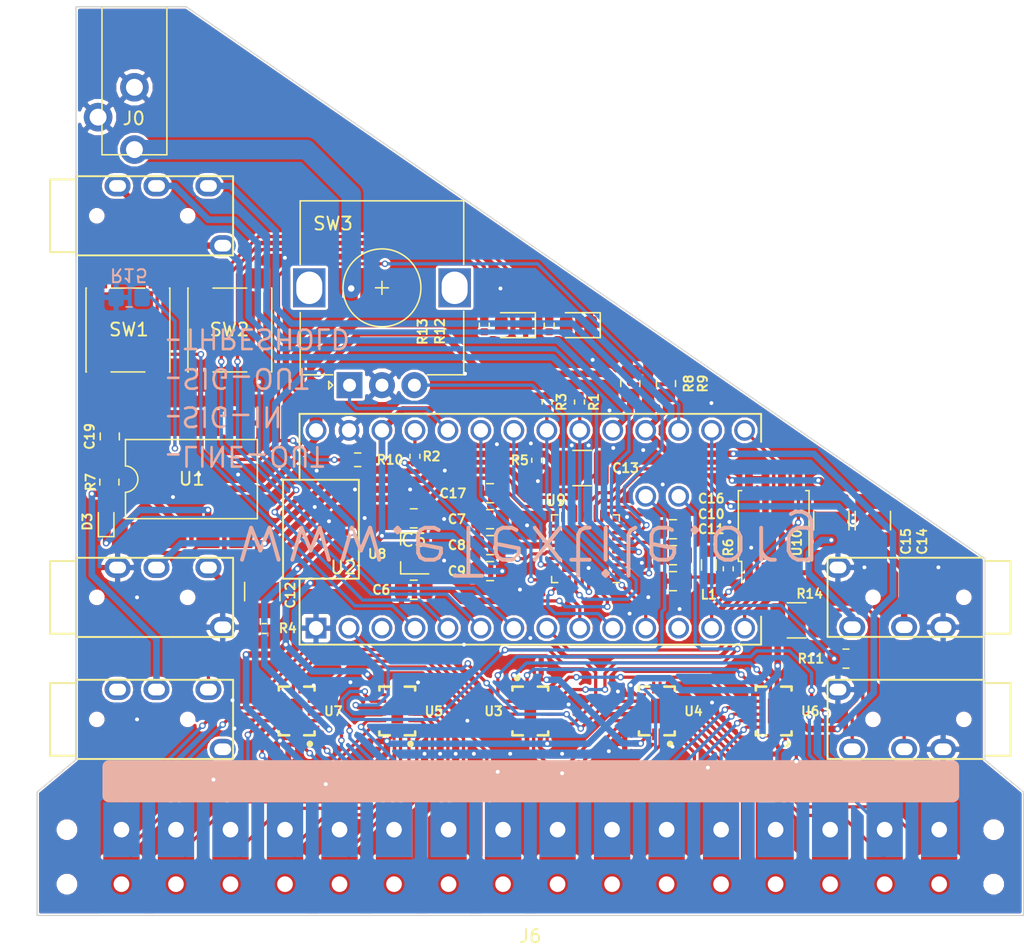
<source format=kicad_pcb>
(kicad_pcb (version 20171130) (host pcbnew 5.0.2+dfsg1-1)
  (layers (0 F.Cu mixed) (31 B.Cu mixed) (34 B.Paste user) (35 F.Paste user) (36 B.SilkS user) (37 F.SilkS user) (38 B.Mask user) (39 F.Mask user) (44 Edge.Cuts user))
  (net 0 "")
  (net 1 COL_3)
  (net 2 COL_2)
  (net 3 COL_1)
  (net 4 COL_0)
  (net 5 COL_12)
  (net 6 COL_15)
  (net 7 COL_14)
  (net 8 COL_13)
  (net 9 COL_11)
  (net 10 COL_10)
  (net 11 COL_9)
  (net 12 COL_8)
  (net 13 COL_7)
  (net 14 COL_6)
  (net 15 COL_5)
  (net 16 COL_4)
  (net 17 VCC)
  (net 18 EN_A)
  (net 19 S2_A)
  (net 20 S1_A)
  (net 21 S0_A)
  (net 22 S0_B)
  (net 23 S1_B)
  (net 24 S2_B)
  (net 25 EN_B)
  (net 26 DS_B)
  (net 27 DS_C)
  (net 28 GND)
  (net 29 "Net-(R2-Pad1)")
  (net 30 MCLK)
  (net 31 "Net-(C14-Pad2)")
  (net 32 +1V8)
  (net 33 /SGTL5000/filter_audio_3v3)
  (net 34 "Net-(C15-Pad1)")
  (net 35 "Net-(C16-Pad1)")
  (net 36 "Net-(C14-Pad1)")
  (net 37 "Net-(U9-Pad16)")
  (net 38 "Net-(U9-Pad18)")
  (net 39 LRCLK)
  (net 40 BCLK)
  (net 41 I2S_IN)
  (net 42 I2S_OUT)
  (net 43 "Net-(C15-Pad2)")
  (net 44 ROW_7)
  (net 45 ROW_8)
  (net 46 ROW_9)
  (net 47 ROW_10)
  (net 48 ROW_11)
  (net 49 ROW_12)
  (net 50 ROW_13)
  (net 51 ROW_14)
  (net 52 ROW_15)
  (net 53 ROW_6)
  (net 54 ROW_5)
  (net 55 ROW_4)
  (net 56 ROW_3)
  (net 57 ROW_2)
  (net 58 ROW_1)
  (net 59 ROW_0)
  (net 60 I2C_SCL_0)
  (net 61 ANALOG_0)
  (net 62 ANALOG_1)
  (net 63 I2C_SDA_0)
  (net 64 +5V)
  (net 65 MEM_SCK)
  (net 66 MEM_MISO)
  (net 67 MEM_MOSI)
  (net 68 MEM_CS)
  (net 69 SWITCH_A)
  (net 70 SWITCH_B)
  (net 71 "Net-(C12-Pad2)")
  (net 72 "Net-(C13-Pad2)")
  (net 73 "Net-(C13-Pad1)")
  (net 74 "Net-(C12-Pad1)")
  (net 75 "Net-(C17-Pad1)")
  (net 76 SHIFT_OUT_CS)
  (net 77 LED_1)
  (net 78 LED_2)
  (net 79 SHIFT_OUT_SCK)
  (net 80 SHIFT_OUT_MOSI)
  (net 81 "Net-(D2-Pad2)")
  (net 82 "Net-(D1-Pad2)")
  (net 83 "Net-(J5-PadR1)")
  (net 84 "Net-(J5-PadR2)")
  (net 85 "Net-(J5-PadT)")
  (net 86 "Net-(U2-Pad3)")
  (net 87 "Net-(U5-Pad9)")
  (net 88 "Net-(U1-Pad1)")
  (net 89 "Net-(U1-Pad4)")
  (net 90 MIDI_OUT)
  (net 91 MIDI_IN)
  (net 92 "Net-(D3-Pad1)")
  (net 93 "Net-(D3-Pad2)")
  (net 94 "Net-(J2-PadT)")
  (net 95 "Net-(J2-PadR1)")
  (net 96 "Net-(J1-PadR1)")
  (net 97 "Net-(J1-PadR2)")
  (net 98 "Net-(R15-Pad1)")
  (net 99 "Net-(J1-PadS)")
  (net 100 "Net-(U2-Pad12)")
  (net 101 ENCODER_B)
  (net 102 ENCODER_A)
  (module Resistor_SMD:R_0805_2012Metric (layer F.Cu) (at 116.379949 90.82694 270)
    (fp_text reference R7 (at 0 1.45 270) (layer F.SilkS) (effects (font (size 0.7 0.7))))
    (fp_text value "220 Ohm")
    (pad 1 smd roundrect (at -0.9125 0 270) (size 1.025 1.4) (layers F.Cu F.Paste F.Mask) (roundrect_rratio 0.243902) (net 93 "Net-(D3-Pad2)"))
    (pad 2 smd roundrect (at 0.9125 0 270) (size 1.025 1.4) (layers F.Cu F.Paste F.Mask) (roundrect_rratio 0.243902) (net 96 "Net-(J1-PadR1)"))
  )
  (module Resistor_SMD:R_0805_2012Metric_Pad1.20x1.40mm_HandSolder (layer B.Cu) (at 117.899949 76.59494 180)
    (fp_text reference R15 (at 0.02 1.718 180 unlocked) (layer B.SilkS) (effects (justify mirror)))
    (fp_text value 10K)
    (pad 2 smd roundrect (at 1 0 180) (size 1.2 1.4) (layers B.Cu B.Paste B.Mask) (roundrect_rratio 0.208333) (net 28 GND))
    (pad 1 smd roundrect (at -1 0 180) (size 1.2 1.4) (layers B.Cu B.Paste B.Mask) (roundrect_rratio 0.208333) (net 98 "Net-(R15-Pad1)"))
  )
  (module e256:6N138SM_8-SMD (layer F.Cu) (at 122.699949 90.59494 90)
    (fp_text reference U1 (at 0.018 0.03) (layer F.SilkS))
    (fp_text value 6N138SM)
    (pad 1 smd rect (at -4.318 -3.81 90) (size 2 1.78) (layers F.Cu F.Paste F.Mask) (net 88 "Net-(U1-Pad1)"))
    (pad 5 smd rect (at 4.318 3.81 90) (size 2 1.78) (layers F.Cu F.Paste F.Mask) (net 28 GND))
    (pad 2 smd rect (at -4.318 -1.27 90) (size 2 1.78) (layers F.Cu F.Paste F.Mask) (net 93 "Net-(D3-Pad2)"))
    (pad 6 smd rect (at 4.318 1.27 90) (size 2 1.78) (layers F.Cu F.Paste F.Mask) (net 91 MIDI_IN))
    (pad 3 smd rect (at -4.318 1.27 90) (size 2 1.78) (layers F.Cu F.Paste F.Mask) (net 92 "Net-(D3-Pad1)"))
    (pad 7 smd rect (at 4.318 -1.27 90) (size 2 1.78) (layers F.Cu F.Paste F.Mask) (net 98 "Net-(R15-Pad1)"))
    (pad 4 smd rect (at -4.318 3.81 90) (size 2 1.78) (layers F.Cu F.Paste F.Mask) (net 89 "Net-(U1-Pad4)"))
    (pad 8 smd rect (at 4.318 -3.81 90) (size 2 1.78) (layers F.Cu F.Paste F.Mask) (net 64 +5V))
  )
  (module Capacitor_SMD:C_0805_2012Metric (layer F.Cu) (at 139.831129 93.617441 180)
    (fp_text reference C5 (at 0 -1.68 180) (layer F.SilkS))
    (fp_text value 2.2uF_X7R)
    (pad 2 smd roundrect (at 0.95 0 180) (size 1 1.45) (layers F.Cu F.Paste F.Mask) (net 28 GND))
    (pad 1 smd roundrect (at -0.95 0 180) (size 1 1.45) (layers F.Cu F.Paste F.Mask) (net 17 VCC))
  )
  (module Capacitor_SMD:C_0805_2012Metric (layer F.Cu) (at 139.831129 99.117441 180)
    (fp_text reference C6 (at 2.50118 -0.009499 180) (layer F.SilkS) (effects (font (size 0.7 0.7))))
    (fp_text value 2.2uF_X7R)
    (pad 2 smd roundrect (at 0.95 0 180) (size 1 1.45) (layers F.Cu F.Paste F.Mask) (net 28 GND))
    (pad 1 smd roundrect (at -0.95 0 180) (size 1 1.45) (layers F.Cu F.Paste F.Mask) (net 32 +1V8))
  )
  (module Capacitor_SMD:C_1210_3225Metric (layer F.Cu) (at 171.999949 93.79494 270)
    (fp_text reference C15 (at 1.6 -5.75 270) (layer F.SilkS) (effects (font (size 0.7 0.7))))
    (fp_text value 1uF)
    (pad 2 smd roundrect (at 1.475 0 270) (size 1.15 2.7) (layers F.Cu F.Paste F.Mask) (roundrect_rratio 0.217391) (net 43 "Net-(C15-Pad2)"))
    (pad 1 smd roundrect (at -1.475 0 270) (size 1.15 2.7) (layers F.Cu F.Paste F.Mask) (roundrect_rratio 0.217391) (net 34 "Net-(C15-Pad1)"))
  )
  (module Capacitor_SMD:C_1210_3225Metric (layer F.Cu) (at 175.199949 93.79494 270)
    (fp_text reference C14 (at 1.6 -3.8 270) (layer F.SilkS) (effects (font (size 0.7 0.7))))
    (fp_text value 1uF)
    (pad 2 smd roundrect (at 1.475 0 270) (size 1.15 2.7) (layers F.Cu F.Paste F.Mask) (roundrect_rratio 0.217391) (net 31 "Net-(C14-Pad2)"))
    (pad 1 smd roundrect (at -1.475 0 270) (size 1.15 2.7) (layers F.Cu F.Paste F.Mask) (roundrect_rratio 0.217391) (net 36 "Net-(C14-Pad1)"))
  )
  (module Capacitor_SMD:C_1210_3225Metric (layer F.Cu) (at 152.799949 89.74494 180)
    (fp_text reference C13 (at -3.35 0 180) (layer F.SilkS) (effects (font (size 0.7 0.7))))
    (fp_text value 1uF)
    (pad 2 smd roundrect (at 1.475 0 180) (size 1.15 2.7) (layers F.Cu F.Paste F.Mask) (roundrect_rratio 0.217391) (net 72 "Net-(C13-Pad2)"))
    (pad 1 smd roundrect (at -1.475 0 180) (size 1.15 2.7) (layers F.Cu F.Paste F.Mask) (roundrect_rratio 0.217391) (net 73 "Net-(C13-Pad1)"))
  )
  (module Capacitor_SMD:C_1210_3225Metric (layer F.Cu) (at 128.16 99.258 270)
    (fp_text reference C12 (at 0.28 -2.16 90) (layer F.SilkS) (effects (font (size 0.7 0.7))))
    (fp_text value 1uF)
    (pad 2 smd roundrect (at 1.475 0 270) (size 1.15 2.7) (layers F.Cu F.Paste F.Mask) (roundrect_rratio 0.217391) (net 71 "Net-(C12-Pad2)"))
    (pad 1 smd roundrect (at -1.475 0 270) (size 1.15 2.7) (layers F.Cu F.Paste F.Mask) (roundrect_rratio 0.217391) (net 74 "Net-(C12-Pad1)"))
  )
  (module Resistor_SMD:R_0805_2012Metric (layer F.Cu) (at 173.129949 104.42694 180)
    (fp_text reference R11 (at 2.7 0 180) (layer F.SilkS) (effects (font (size 0.7 0.7))))
    (fp_text value "47 Ohm 1/8W")
    (pad 2 smd roundrect (at 0.9125 0 180) (size 1.025 1.4) (layers F.Cu F.Paste F.Mask) (roundrect_rratio 0.243902) (net 90 MIDI_OUT))
    (pad 1 smd roundrect (at -0.9125 0 180) (size 1.025 1.4) (layers F.Cu F.Paste F.Mask) (roundrect_rratio 0.243902) (net 94 "Net-(J2-PadT)"))
  )
  (module Diode_SMD:D_SOD-523 (layer F.Cu) (at 116.129949 93.87694 90)
    (fp_text reference D3 (at 0 -1.45 90) (layer F.SilkS) (effects (font (size 0.7 0.7))))
    (fp_text value 1N4148)
    (pad 1 smd rect (at -0.7 0 270) (size 0.6 0.7) (layers F.Cu F.Paste F.Mask) (net 92 "Net-(D3-Pad1)"))
    (pad 2 smd rect (at 0.7 0 270) (size 0.6 0.7) (layers F.Cu F.Paste F.Mask) (net 93 "Net-(D3-Pad2)"))
  )
  (module Resistor_SMD:R_1210_3225Metric (layer F.Cu) (at 169.329949 101.47694)
    (fp_text reference R14 (at 1 -2.05 180) (layer F.SilkS) (effects (font (size 0.7 0.7))))
    (fp_text value "47 Ohm 1/3W")
    (pad 2 smd roundrect (at 1.4625 0) (size 1.125 2.65) (layers F.Cu F.Paste F.Mask) (roundrect_rratio 0.222222) (net 95 "Net-(J2-PadR1)"))
    (pad 1 smd roundrect (at -1.4625 0) (size 1.125 2.65) (layers F.Cu F.Paste F.Mask) (roundrect_rratio 0.222222) (net 17 VCC))
  )
  (module e256:BarrelJack-SMT-DC003_Horizontal (layer F.Cu) (at 118.31 65.208)
    (fp_text reference J0 (at -0.05 -2.4 180) (layer F.SilkS))
    (fp_text value Conn_Coaxial_Power hide)
    (pad 1 thru_hole circle (at 0 0 180) (size 2.2 2.2) (drill 1.3) (layers *.Cu *.Mask) (net 64 +5V))
    (pad 2 thru_hole circle (at 0 -4.8 180) (size 2.2 2.2) (drill 1.3) (layers *.Cu *.Mask) (net 28 GND))
    (pad 2 thru_hole circle (at -2.8 -2.5 180) (size 2.2 2.2) (drill 1.3) (layers *.Cu *.Mask) (net 28 GND))
  )
  (module e256:Teensy40 (layer F.Cu) (at 148.81 94.458)
    (fp_text reference U2 (at -14.4 2.95) (layer F.SilkS))
    (fp_text value Teensy4.0 hide)
    (pad 1 thru_hole rect (at -16.51 7.62) (size 1.6 1.6) (drill 1.1) (layers *.Cu *.Mask) (net 28 GND))
    (pad 2 thru_hole circle (at -13.97 7.62) (size 1.6 1.6) (drill 1.1) (layers *.Cu *.Mask) (net 76 SHIFT_OUT_CS))
    (pad 3 thru_hole circle (at -11.43 7.62) (size 1.6 1.6) (drill 1.1) (layers *.Cu *.Mask) (net 86 "Net-(U2-Pad3)"))
    (pad 4 thru_hole circle (at -8.89 7.62) (size 1.6 1.6) (drill 1.1) (layers *.Cu *.Mask) (net 69 SWITCH_A))
    (pad 5 thru_hole circle (at -6.35 7.62) (size 1.6 1.6) (drill 1.1) (layers *.Cu *.Mask) (net 70 SWITCH_B))
    (pad 6 thru_hole circle (at -3.81 7.62) (size 1.6 1.6) (drill 1.1) (layers *.Cu *.Mask) (net 77 LED_1))
    (pad 7 thru_hole circle (at -1.27 7.62) (size 1.6 1.6) (drill 1.1) (layers *.Cu *.Mask) (net 78 LED_2))
    (pad 8 thru_hole circle (at 1.27 7.62) (size 1.6 1.6) (drill 1.1) (layers *.Cu *.Mask) (net 68 MEM_CS))
    (pad 9 thru_hole circle (at 3.81 7.62) (size 1.6 1.6) (drill 1.1) (layers *.Cu *.Mask) (net 42 I2S_OUT))
    (pad 10 thru_hole circle (at 6.35 7.62) (size 1.6 1.6) (drill 1.1) (layers *.Cu *.Mask) (net 41 I2S_IN))
    (pad 11 thru_hole circle (at 8.89 7.62) (size 1.6 1.6) (drill 1.1) (layers *.Cu *.Mask) (net 101 ENCODER_B))
    (pad 12 thru_hole circle (at 11.43 7.62) (size 1.6 1.6) (drill 1.1) (layers *.Cu *.Mask) (net 100 "Net-(U2-Pad12)"))
    (pad 13 thru_hole circle (at 13.97 7.62) (size 1.6 1.6) (drill 1.1) (layers *.Cu *.Mask) (net 67 MEM_MOSI))
    (pad 33 thru_hole circle (at -16.51 -7.62) (size 1.6 1.6) (drill 1.1) (layers *.Cu *.Mask) (net 64 +5V))
    (pad 32 thru_hole circle (at -13.97 -7.62) (size 1.6 1.6) (drill 1.1) (layers *.Cu *.Mask) (net 28 GND))
    (pad 31 thru_hole circle (at -11.43 -7.62) (size 1.6 1.6) (drill 1.1) (layers *.Cu *.Mask) (net 17 VCC))
    (pad 30 thru_hole circle (at -8.89 -7.62) (size 1.6 1.6) (drill 1.1) (layers *.Cu *.Mask) (net 30 MCLK))
    (pad 29 thru_hole circle (at -6.35 -7.62) (size 1.6 1.6) (drill 1.1) (layers *.Cu *.Mask) (net 102 ENCODER_A))
    (pad 28 thru_hole circle (at -3.81 -7.62) (size 1.6 1.6) (drill 1.1) (layers *.Cu *.Mask) (net 40 BCLK))
    (pad 27 thru_hole circle (at -1.27 -7.62) (size 1.6 1.6) (drill 1.1) (layers *.Cu *.Mask) (net 39 LRCLK))
    (pad 26 thru_hole circle (at 1.27 -7.62) (size 1.6 1.6) (drill 1.1) (layers *.Cu *.Mask) (net 60 I2C_SCL_0))
    (pad 25 thru_hole circle (at 3.81 -7.62) (size 1.6 1.6) (drill 1.1) (layers *.Cu *.Mask) (net 63 I2C_SDA_0))
    (pad 24 thru_hole circle (at 6.35 -7.62) (size 1.6 1.6) (drill 1.1) (layers *.Cu *.Mask) (net 62 ANALOG_1))
    (pad 23 thru_hole circle (at 8.89 -7.62) (size 1.6 1.6) (drill 1.1) (layers *.Cu *.Mask) (net 61 ANALOG_0))
    (pad 22 thru_hole circle (at 11.43 -7.62) (size 1.6 1.6) (drill 1.1) (layers *.Cu *.Mask) (net 91 MIDI_IN))
    (pad 21 thru_hole circle (at 13.97 -7.62) (size 1.6 1.6) (drill 1.1) (layers *.Cu *.Mask) (net 90 MIDI_OUT))
    (pad 14 thru_hole circle (at 16.51 7.62) (size 1.6 1.6) (drill 1.1) (layers *.Cu *.Mask) (net 66 MEM_MISO))
    (pad 20 thru_hole circle (at 16.51 -7.62) (size 1.6 1.6) (drill 1.1) (layers *.Cu *.Mask) (net 65 MEM_SCK))
    (pad 37 thru_hole circle (at 11.43 -2.54) (size 1.6 1.6) (drill 1.1) (layers *.Cu *.Mask) (net 80 SHIFT_OUT_MOSI))
    (pad 38 thru_hole circle (at 8.89 -2.54) (size 1.6 1.6) (drill 1.1) (layers *.Cu *.Mask) (net 79 SHIFT_OUT_SCK))
  )
  (module Capacitor_SMD:C_0201_0603Metric (layer F.Cu) (at 129.849949 111.69494)
    (fp_text reference C18 hide)
    (fp_text value "0.1uF 6.3V X5R")
    (pad 2 smd roundrect (at 0.32 0) (size 0.46 0.4) (layers F.Cu F.Mask) (net 28 GND))
    (pad 1 smd roundrect (at -0.32 0) (size 0.46 0.4) (layers F.Cu F.Mask) (net 17 VCC))
  )
  (module Capacitor_SMD:C_0805_2012Metric (layer F.Cu) (at 116.41 87.308 270)
    (fp_text reference C19 (at 0 1.55 270) (layer F.SilkS) (effects (font (size 0.7 0.7))))
    (fp_text value 0.1uF)
    (pad 2 smd roundrect (at 0.95 0 270) (size 1 1.45) (layers F.Cu F.Paste F.Mask) (net 28 GND))
    (pad 1 smd roundrect (at -0.95 0 270) (size 1 1.45) (layers F.Cu F.Paste F.Mask) (net 64 +5V))
  )
  (module Resistor_SMD:R_0603_1608Metric (layer F.Cu) (at 135.51 89.108 180)
    (fp_text reference R10 (at -2.489949 0 180) (layer F.SilkS) (effects (font (size 0.7 0.7))))
    (fp_text value "470 Ohm")
    (pad 2 smd roundrect (at 0.825 0 180) (size 0.8 0.95) (layers F.Cu F.Paste F.Mask) (net 91 MIDI_IN))
    (pad 1 smd roundrect (at -0.825 0 180) (size 0.8 0.95) (layers F.Cu F.Paste F.Mask) (net 17 VCC))
  )
  (module e256:PJ-320A (layer F.Cu) (at 113.81 70.308 90)
    (fp_text reference J5)
    (fp_text value LINE_OUT hide)
    (pad S thru_hole oval (at -2.3 11.3 90) (size 1.6 2) (drill oval 0.9 1.3) (layers *.Cu *.Mask) (net 84 "Net-(J5-PadR2)"))
    (pad T thru_hole oval (at 2.3 10.2 90) (size 1.6 2) (drill oval 0.9 1.3) (layers *.Cu *.Mask) (net 85 "Net-(J5-PadT)"))
    (pad R2 thru_hole oval (at 2.3 3.2 90) (size 1.6 2) (drill oval 0.9 1.3) (layers *.Cu *.Mask) (net 84 "Net-(J5-PadR2)"))
    (pad "" np_thru_hole circle (at 0 8.6 90) (size 0.8 0.8) (drill 0.8) (layers *.Cu *.Mask))
    (pad "" np_thru_hole circle (at 0 1.6 90) (size 0.8 0.8) (drill 0.8) (layers *.Cu *.Mask))
    (pad R1 thru_hole oval (at 2.3 6.2 90) (size 1.6 2) (drill oval 0.9 1.3) (layers *.Cu *.Mask) (net 83 "Net-(J5-PadR1)"))
  )
  (module e256:PJ-320A (layer F.Cu) (at 113.81 99.708 90)
    (fp_text reference J3)
    (fp_text value AUDIO_IN hide)
    (pad S thru_hole oval (at -2.3 11.3 90) (size 1.6 2) (drill oval 0.9 1.3) (layers *.Cu *.Mask) (net 28 GND))
    (pad T thru_hole oval (at 2.3 10.2 90) (size 1.6 2) (drill oval 0.9 1.3) (layers *.Cu *.Mask) (net 71 "Net-(C12-Pad2)"))
    (pad R2 thru_hole oval (at 2.3 3.2 90) (size 1.6 2) (drill oval 0.9 1.3) (layers *.Cu *.Mask) (net 28 GND))
    (pad "" np_thru_hole circle (at 0 8.6 90) (size 0.8 0.8) (drill 0.8) (layers *.Cu *.Mask))
    (pad "" np_thru_hole circle (at 0 1.6 90) (size 0.8 0.8) (drill 0.8) (layers *.Cu *.Mask))
    (pad R1 thru_hole oval (at 2.3 6.2 90) (size 1.6 2) (drill oval 0.9 1.3) (layers *.Cu *.Mask) (net 72 "Net-(C13-Pad2)"))
  )
  (module e256:PJ-320A (layer F.Cu) (at 113.81 109.108 90)
    (fp_text reference J1)
    (fp_text value MIDI_IN hide)
    (pad S thru_hole oval (at -2.3 11.3 90) (size 1.6 2) (drill oval 0.9 1.3) (layers *.Cu *.Mask) (net 99 "Net-(J1-PadS)"))
    (pad T thru_hole oval (at 2.3 10.2 90) (size 1.6 2) (drill oval 0.9 1.3) (layers *.Cu *.Mask) (net 92 "Net-(D3-Pad1)"))
    (pad R2 thru_hole oval (at 2.3 3.2 90) (size 1.6 2) (drill oval 0.9 1.3) (layers *.Cu *.Mask) (net 97 "Net-(J1-PadR2)"))
    (pad "" np_thru_hole circle (at 0 8.6 90) (size 0.8 0.8) (drill 0.8) (layers *.Cu *.Mask))
    (pad "" np_thru_hole circle (at 0 1.6 90) (size 0.8 0.8) (drill 0.8) (layers *.Cu *.Mask))
    (pad R1 thru_hole oval (at 2.3 6.2 90) (size 1.6 2) (drill oval 0.9 1.3) (layers *.Cu *.Mask) (net 96 "Net-(J1-PadR1)"))
  )
  (module e256:PJ-320A (layer F.Cu) (at 183.81 109.108 270)
    (fp_text reference J2)
    (fp_text value MIDI_OUT hide)
    (pad S thru_hole oval (at -2.3 11.3 270) (size 1.6 2) (drill oval 0.9 1.3) (layers *.Cu *.Mask) (net 28 GND))
    (pad T thru_hole oval (at 2.3 10.2 270) (size 1.6 2) (drill oval 0.9 1.3) (layers *.Cu *.Mask) (net 94 "Net-(J2-PadT)"))
    (pad R2 thru_hole oval (at 2.3 3.2 270) (size 1.6 2) (drill oval 0.9 1.3) (layers *.Cu *.Mask) (net 28 GND))
    (pad "" np_thru_hole circle (at 0 8.6 270) (size 0.8 0.8) (drill 0.8) (layers *.Cu *.Mask))
    (pad "" np_thru_hole circle (at 0 1.6 270) (size 0.8 0.8) (drill 0.8) (layers *.Cu *.Mask))
    (pad R1 thru_hole oval (at 2.3 6.2 270) (size 1.6 2) (drill oval 0.9 1.3) (layers *.Cu *.Mask) (net 95 "Net-(J2-PadR1)"))
  )
  (module e256:PJ-320A (layer F.Cu) (at 183.81 99.702 270)
    (fp_text reference J4)
    (fp_text value AUDIO_OUT hide)
    (pad S thru_hole oval (at -2.3 11.3 270) (size 1.6 2) (drill oval 0.9 1.3) (layers *.Cu *.Mask) (net 28 GND))
    (pad T thru_hole oval (at 2.3 10.2 270) (size 1.6 2) (drill oval 0.9 1.3) (layers *.Cu *.Mask) (net 43 "Net-(C15-Pad2)"))
    (pad R2 thru_hole oval (at 2.3 3.2 270) (size 1.6 2) (drill oval 0.9 1.3) (layers *.Cu *.Mask) (net 28 GND))
    (pad "" np_thru_hole circle (at 0 8.6 270) (size 0.8 0.8) (drill 0.8) (layers *.Cu *.Mask))
    (pad "" np_thru_hole circle (at 0 1.6 270) (size 0.8 0.8) (drill 0.8) (layers *.Cu *.Mask))
    (pad R1 thru_hole oval (at 2.3 6.2 270) (size 1.6 2) (drill oval 0.9 1.3) (layers *.Cu *.Mask) (net 31 "Net-(C14-Pad2)"))
  )
  (module e256:e256_pad_16X16 (layer F.Cu) (at 148.81 119.702 180)
    (fp_text reference J6 (at 0 -6.106 180) (layer F.SilkS))
    (fp_text value e256_pad_16x16 hide)
    (pad "" np_thru_hole circle (at -35.7 2.1 270) (size 1.2 1.2) (drill 1.2) (layers *.Cu))
    (pad "" np_thru_hole circle (at -31.5 2.1 270) (size 1.2 1.2) (drill 1.2) (layers *.Cu))
    (pad "" np_thru_hole circle (at -27.3 2.1 270) (size 1.2 1.2) (drill 1.2) (layers *.Cu))
    (pad "" np_thru_hole circle (at -23.1 2.1 270) (size 1.2 1.2) (drill 1.2) (layers *.Cu))
    (pad "" np_thru_hole circle (at -18.9 2.1 270) (size 1.2 1.2) (drill 1.2) (layers *.Cu))
    (pad "" np_thru_hole circle (at -14.7 2.1 270) (size 1.2 1.2) (drill 1.2) (layers *.Cu))
    (pad "" np_thru_hole circle (at -10.5 2.1 270) (size 1.2 1.2) (drill 1.2) (layers *.Cu))
    (pad "" np_thru_hole circle (at -6.3 2.1 270) (size 1.2 1.2) (drill 1.2) (layers *.Cu))
    (pad "" np_thru_hole circle (at -2.1 2.1 270) (size 1.2 1.2) (drill 1.2) (layers *.Cu))
    (pad "" np_thru_hole circle (at 2.1 2.1 270) (size 1.2 1.2) (drill 1.2) (layers *.Cu))
    (pad "" np_thru_hole circle (at 6.3 2.1 270) (size 1.2 1.2) (drill 1.2) (layers *.Cu))
    (pad "" np_thru_hole circle (at 10.5 2.1 270) (size 1.2 1.2) (drill 1.2) (layers *.Cu))
    (pad "" np_thru_hole circle (at 14.7 2.1 270) (size 1.2 1.2) (drill 1.2) (layers *.Cu))
    (pad "" np_thru_hole circle (at 18.9 2.1 270) (size 1.2 1.2) (drill 1.2) (layers *.Cu))
    (pad "" np_thru_hole circle (at 23.1 2.1 270) (size 1.2 1.2) (drill 1.2) (layers *.Cu))
    (pad "" np_thru_hole circle (at 27.3 2.1 270) (size 1.2 1.2) (drill 1.2) (layers *.Cu))
    (pad "" np_thru_hole circle (at 31.5 2.1 270) (size 1.2 1.2) (drill 1.2) (layers *.Cu))
    (pad "" np_thru_hole circle (at 35.7 2.1 270) (size 1.2 1.2) (drill 1.2) (layers *.Cu))
    (pad "" np_thru_hole circle (at 35.7 -2.1 270) (size 1.2 1.2) (drill 1.2) (layers *.Cu))
    (pad "" np_thru_hole circle (at 31.5 -2.1 270) (size 1.2 1.2) (drill 1.2) (layers *.Cu))
    (pad "" np_thru_hole circle (at 27.3 -2.1 270) (size 1.2 1.2) (drill 1.2) (layers *.Cu))
    (pad "" np_thru_hole circle (at 23.1 -2.1 270) (size 1.2 1.2) (drill 1.2) (layers *.Cu))
    (pad "" np_thru_hole circle (at 18.9 -2.1 270) (size 1.2 1.2) (drill 1.2) (layers *.Cu))
    (pad "" np_thru_hole circle (at 14.7 -2.1 270) (size 1.2 1.2) (drill 1.2) (layers *.Cu))
    (pad "" np_thru_hole circle (at 10.5 -2.1 270) (size 1.2 1.2) (drill 1.2) (layers *.Cu))
    (pad "" np_thru_hole circle (at 6.3 -2.1 270) (size 1.2 1.2) (drill 1.2) (layers *.Cu))
    (pad "" np_thru_hole circle (at 2.1 -2.1 270) (size 1.2 1.2) (drill 1.2) (layers *.Cu))
    (pad "" np_thru_hole circle (at -2.1 -2.1 270) (size 1.2 1.2) (drill 1.2) (layers *.Cu))
    (pad "" np_thru_hole circle (at -6.3 -2.1 270) (size 1.2 1.2) (drill 1.2) (layers *.Cu))
    (pad "" np_thru_hole circle (at -10.5 -2.1 270) (size 1.2 1.2) (drill 1.2) (layers *.Cu))
    (pad "" np_thru_hole circle (at -14.7 -2.1 270) (size 1.2 1.2) (drill 1.2) (layers *.Cu))
    (pad "" np_thru_hole circle (at -18.9 -2.1 270) (size 1.2 1.2) (drill 1.2) (layers *.Cu))
    (pad "" np_thru_hole circle (at -23.1 -2.1 270) (size 1.2 1.2) (drill 1.2) (layers *.Cu))
    (pad "" np_thru_hole circle (at -27.3 -2.1 270) (size 1.2 1.2) (drill 1.2) (layers *.Cu))
    (pad "" np_thru_hole circle (at -35.7 -2.1 270) (size 1.2 1.2) (drill 1.2) (layers *.Cu))
    (pad 0 smd rect (at -31.5 2.1 270) (size 4.2 2.8) (layers B.Cu B.Paste B.Mask) (net 59 ROW_0))
    (pad 1 smd rect (at -27.3 2.1 270) (size 4.2 2.8) (layers B.Cu B.Paste B.Mask) (net 58 ROW_1))
    (pad 2 smd rect (at -23.1 2.1 270) (size 4.2 2.8) (layers B.Cu B.Paste B.Mask) (net 57 ROW_2))
    (pad 3 smd rect (at -18.9 2.1 270) (size 4.2 2.8) (layers B.Cu B.Paste B.Mask) (net 56 ROW_3))
    (pad 4 smd rect (at -14.7 2.1 270) (size 4.2 2.8) (layers B.Cu B.Paste B.Mask) (net 55 ROW_4))
    (pad 5 smd rect (at -10.5 2.1 270) (size 4.2 2.8) (layers B.Cu B.Paste B.Mask) (net 54 ROW_5))
    (pad 6 smd rect (at -6.3 2.1 270) (size 4.2 2.8) (layers B.Cu B.Paste B.Mask) (net 53 ROW_6))
    (pad 22 smd rect (at -6.3 -2.1 270) (size 4.2 2.8) (layers F.Cu F.Paste F.Mask) (net 14 COL_6))
    (pad 21 smd rect (at -10.5 -2.1 270) (size 4.2 2.8) (layers F.Cu F.Paste F.Mask) (net 15 COL_5))
    (pad 20 smd rect (at -14.7 -2.1 270) (size 4.2 2.8) (layers F.Cu F.Paste F.Mask) (net 16 COL_4))
    (pad 19 smd rect (at -18.9 -2.1 270) (size 4.2 2.8) (layers F.Cu F.Paste F.Mask) (net 1 COL_3))
    (pad 18 smd rect (at -23.1 -2.1 270) (size 4.2 2.8) (layers F.Cu F.Paste F.Mask) (net 2 COL_2))
    (pad 17 smd rect (at -27.3 -2.1 270) (size 4.2 2.8) (layers F.Cu F.Paste F.Mask) (net 3 COL_1))
    (pad 16 smd rect (at -31.5 -2.1 270) (size 4.2 2.8) (layers F.Cu F.Paste F.Mask) (net 4 COL_0))
    (pad 15 smd rect (at 31.5 2.1 270) (size 4.2 2.8) (layers B.Cu B.Paste B.Mask) (net 52 ROW_15))
    (pad 14 smd rect (at 27.3 2.1 270) (size 4.2 2.8) (layers B.Cu B.Paste B.Mask) (net 51 ROW_14))
    (pad 13 smd rect (at 23.1 2.1 270) (size 4.2 2.8) (layers B.Cu B.Paste B.Mask) (net 50 ROW_13))
    (pad 12 smd rect (at 18.9 2.1 270) (size 4.2 2.8) (layers B.Cu B.Paste B.Mask) (net 49 ROW_12))
    (pad 11 smd rect (at 14.7 2.1 270) (size 4.2 2.8) (layers B.Cu B.Paste B.Mask) (net 48 ROW_11))
    (pad 10 smd rect (at 10.5 2.1 270) (size 4.2 2.8) (layers B.Cu B.Paste B.Mask) (net 47 ROW_10))
    (pad 9 smd rect (at 6.3 2.1 270) (size 4.2 2.8) (layers B.Cu B.Paste B.Mask) (net 46 ROW_9))
    (pad 8 smd rect (at 2.1 2.1 270) (size 4.2 2.8) (layers B.Cu B.Paste B.Mask) (net 45 ROW_8))
    (pad 31 smd rect (at 31.5 -2.1 270) (size 4.2 2.8) (layers F.Cu F.Paste F.Mask) (net 6 COL_15))
    (pad 30 smd rect (at 27.3 -2.1 270) (size 4.2 2.8) (layers F.Cu F.Paste F.Mask) (net 7 COL_14))
    (pad 29 smd rect (at 23.1 -2.1 270) (size 4.2 2.8) (layers F.Cu F.Paste F.Mask) (net 8 COL_13))
    (pad 28 smd rect (at 18.9 -2.1 270) (size 4.2 2.8) (layers F.Cu F.Paste F.Mask) (net 5 COL_12))
    (pad 27 smd rect (at 14.7 -2.1 270) (size 4.2 2.8) (layers F.Cu F.Paste F.Mask) (net 9 COL_11))
    (pad 26 smd rect (at 10.5 -2.1 270) (size 4.2 2.8) (layers F.Cu F.Paste F.Mask) (net 10 COL_10))
    (pad 25 smd rect (at 6.3 -2.1 270) (size 4.2 2.8) (layers F.Cu F.Paste F.Mask) (net 11 COL_9))
    (pad 24 smd rect (at 2.1 -2.1 270) (size 4.2 2.8) (layers F.Cu F.Paste F.Mask) (net 12 COL_8))
    (pad 23 smd rect (at -2.1 -2.1 270) (size 4.2 2.8) (layers F.Cu F.Paste F.Mask) (net 13 COL_7))
    (pad 7 smd rect (at -2.1 2.1 270) (size 4.2 2.8) (layers B.Cu B.Paste B.Mask) (net 44 ROW_7))
    (pad "" np_thru_hole circle (at -31.5 -2.1 270) (size 1.2 1.2) (drill 1.2) (layers *.Cu))
  )
  (module Button_Switch_SMD:SW_SPST_PTS645 (layer F.Cu) (at 125.66 79.108 270)
    (fp_text reference SW2 (at -0.03106 0.030051) (layer F.SilkS))
    (fp_text value SW_Push)
    (pad 2 smd rect (at 3.98 2.25 270) (size 1.55 1.3) (layers F.Cu F.Paste F.Mask) (net 28 GND))
    (pad 1 smd rect (at 3.98 -2.25 270) (size 1.55 1.3) (layers F.Cu F.Paste F.Mask) (net 70 SWITCH_B))
    (pad 1 smd rect (at -3.98 -2.25 270) (size 1.55 1.3) (layers F.Cu F.Paste F.Mask) (net 70 SWITCH_B))
    (pad 2 smd rect (at -3.98 2.25 270) (size 1.55 1.3) (layers F.Cu F.Paste F.Mask) (net 28 GND))
  )
  (module LED_SMD:LED_0805_2012Metric (layer F.Cu) (at 147.513192 78.736345 180)
    (fp_text reference D1 hide)
    (fp_text value LED)
    (pad 2 smd roundrect (at 0.9375 0 180) (size 0.975 1.4) (layers F.Cu F.Paste F.Mask) (net 82 "Net-(D1-Pad2)"))
    (pad 1 smd roundrect (at -0.9375 0 180) (size 0.975 1.4) (layers F.Cu F.Paste F.Mask) (net 28 GND))
  )
  (module LED_SMD:LED_0805_2012Metric (layer F.Cu) (at 152.513192 78.736345 180)
    (fp_text reference D2 hide)
    (fp_text value LED)
    (pad 2 smd roundrect (at 0.9375 0 180) (size 0.975 1.4) (layers F.Cu F.Paste F.Mask) (net 81 "Net-(D2-Pad2)"))
    (pad 1 smd roundrect (at -0.9375 0 180) (size 0.975 1.4) (layers F.Cu F.Paste F.Mask) (net 28 GND))
  )
  (module Resistor_SMD:R_0402_1005Metric (layer F.Cu) (at 150.263192 78.736345 270)
    (fp_text reference R12 (at 0.471655 8.41637 270) (layer F.SilkS) (effects (font (size 0.7 0.7))))
    (fp_text value "100 Ohm")
    (pad 2 smd roundrect (at 0.51 0 270) (size 0.54 0.64) (layers F.Cu F.Paste F.Mask) (net 81 "Net-(D2-Pad2)"))
    (pad 1 smd roundrect (at -0.51 0 270) (size 0.54 0.64) (layers F.Cu F.Paste F.Mask) (net 77 LED_1))
  )
  (module Resistor_SMD:R_0402_1005Metric (layer F.Cu) (at 145.263192 78.736345 270)
    (fp_text reference R13 (at 0.5 4.753192 270) (layer F.SilkS) (effects (font (size 0.7 0.7))))
    (fp_text value "100 Ohm")
    (pad 2 smd roundrect (at 0.51 0 270) (size 0.54 0.64) (layers F.Cu F.Paste F.Mask) (net 82 "Net-(D1-Pad2)"))
    (pad 1 smd roundrect (at -0.51 0 270) (size 0.54 0.64) (layers F.Cu F.Paste F.Mask) (net 78 LED_2))
  )
  (module Rotary_Encoder:RotaryEncoder_Alps_EC12E_Vertical_H20mm (layer F.Cu) (at 134.88 83.358 90)
    (fp_text reference SW3 (at 12.44554 -1.270283 180) (layer F.SilkS))
    (fp_text value RotaryEncoder_Switch hide)
    (pad A thru_hole rect (at 0 0 90) (size 2 2) (drill 1) (layers *.Cu *.Mask) (net 102 ENCODER_A))
    (pad C thru_hole circle (at 0 2.5 90) (size 2 2) (drill 1) (layers *.Cu *.Mask) (net 28 GND))
    (pad B thru_hole circle (at 0 5 90) (size 2 2) (drill 1) (layers *.Cu *.Mask) (net 101 ENCODER_B))
    (pad MP thru_hole rect (at 7.5 -3.1 90) (size 3 2.5) (drill oval 2.5 2) (layers *.Cu *.Mask))
    (pad MP thru_hole rect (at 7.5 8.1 90) (size 3 2.5) (drill oval 2.5 2) (layers *.Cu *.Mask))
  )
  (module Capacitor_SMD:C_0201_0603Metric (layer F.Cu) (at 136.805006 110.77768 180)
    (fp_text reference C1 hide)
    (fp_text value "0.1uF 6.3V X5R")
    (pad 2 smd roundrect (at 0.32 0 180) (size 0.46 0.4) (layers F.Cu F.Mask) (net 28 GND))
    (pad 1 smd roundrect (at -0.32 0 180) (size 0.46 0.4) (layers F.Cu F.Mask) (net 17 VCC))
  )
  (module Capacitor_SMD:C_0201_0603Metric (layer F.Cu) (at 149.649949 105.19494 90)
    (fp_text reference C2 hide)
    (fp_text value "0.1uF 6.3V X5R")
    (pad 2 smd roundrect (at 0.32 0 90) (size 0.46 0.4) (layers F.Cu F.Mask) (net 28 GND))
    (pad 1 smd roundrect (at -0.32 0 90) (size 0.46 0.4) (layers F.Cu F.Mask) (net 17 VCC))
  )
  (module Capacitor_SMD:C_0201_0603Metric (layer F.Cu) (at 167.31 111.458 270)
    (fp_text reference C4 hide)
    (fp_text value "0.1uF 6.3V X5R")
    (pad 2 smd roundrect (at 0.32 0 270) (size 0.46 0.4) (layers F.Cu F.Mask) (net 28 GND))
    (pad 1 smd roundrect (at -0.32 0 270) (size 0.46 0.4) (layers F.Cu F.Mask) (net 17 VCC))
  )
  (module Capacitor_SMD:C_0201_0603Metric (layer F.Cu) (at 156.405 110.958 180)
    (fp_text reference C3 hide)
    (fp_text value "0.1uF 6.3V X5R")
    (pad 2 smd roundrect (at 0.32 0 180) (size 0.46 0.4) (layers F.Cu F.Mask) (net 28 GND))
    (pad 1 smd roundrect (at -0.32 0 180) (size 0.46 0.4) (layers F.Cu F.Mask) (net 17 VCC))
  )
  (module Capacitor_SMD:C_0805_2012Metric (layer F.Cu) (at 159.81 98.458 180)
    (fp_text reference C11 (at -2.939949 4.01306 180) (layer F.SilkS) (effects (font (size 0.7 0.7))))
    (fp_text value 0.1uF)
    (pad 2 smd roundrect (at 0.95 0 180) (size 1 1.45) (layers F.Cu F.Paste F.Mask) (net 28 GND))
    (pad 1 smd roundrect (at -0.95 0 180) (size 1 1.45) (layers F.Cu F.Paste F.Mask) (net 33 /SGTL5000/filter_audio_3v3))
  )
  (module Capacitor_SMD:C_0805_2012Metric (layer F.Cu) (at 145.71 91.683 180)
    (fp_text reference C17 (at 2.860051 -0.01194 180) (layer F.SilkS) (effects (font (size 0.7 0.7))))
    (fp_text value 0.1uF)
    (pad 2 smd roundrect (at 0.95 0 180) (size 1 1.45) (layers F.Cu F.Paste F.Mask) (net 28 GND))
    (pad 1 smd roundrect (at -0.95 0 180) (size 1 1.45) (layers F.Cu F.Paste F.Mask) (net 75 "Net-(C17-Pad1)"))
  )
  (module Button_Switch_SMD:SW_SPST_PTS645 (layer F.Cu) (at 117.81 79.108 270)
    (fp_text reference SW1 (at -0.03106 -0.069949) (layer F.SilkS))
    (fp_text value SW_Push)
    (pad 2 smd rect (at 3.98 2.25 270) (size 1.55 1.3) (layers F.Cu F.Paste F.Mask) (net 28 GND))
    (pad 1 smd rect (at 3.98 -2.25 270) (size 1.55 1.3) (layers F.Cu F.Paste F.Mask) (net 69 SWITCH_A))
    (pad 1 smd rect (at -3.98 -2.25 270) (size 1.55 1.3) (layers F.Cu F.Paste F.Mask) (net 69 SWITCH_A))
    (pad 2 smd rect (at -3.98 2.25 270) (size 1.55 1.3) (layers F.Cu F.Paste F.Mask) (net 28 GND))
  )
  (module Resistor_SMD:R_0402_1005Metric (layer F.Cu) (at 164.06 97.508 270)
    (fp_text reference R6 (at -1.65 0 90) (layer F.SilkS) (effects (font (size 0.7 0.7))))
    (fp_text value 10K)
    (pad 2 smd roundrect (at 0.51 0 270) (size 0.54 0.64) (layers F.Cu F.Paste F.Mask) (net 68 MEM_CS))
    (pad 1 smd roundrect (at -0.51 0 270) (size 0.54 0.64) (layers F.Cu F.Paste F.Mask) (net 17 VCC))
  )
  (module Resistor_SMD:R_0402_1005Metric (layer F.Cu) (at 149.299949 89.14494 90)
    (fp_text reference R5 (at 0 -1.3 180) (layer F.SilkS) (effects (font (size 0.7 0.7))))
    (fp_text value 100k)
    (pad 2 smd roundrect (at 0.51 0 90) (size 0.54 0.64) (layers F.Cu F.Paste F.Mask) (net 72 "Net-(C13-Pad2)"))
    (pad 1 smd roundrect (at -0.51 0 90) (size 0.54 0.64) (layers F.Cu F.Paste F.Mask) (net 28 GND))
  )
  (module Package_SO:SOIC-8_5.23x5.23mm_P1.27mm (layer F.Cu) (at 167.56 94.208 90)
    (fp_text reference U10 (at -1.29 1.786822 270) (layer F.SilkS) (effects (font (size 0.7 0.7))))
    (fp_text value W25Q128JVS)
    (pad 8 smd roundrect (at 3.6 -1.905 90) (size 1.6 0.6) (layers F.Cu F.Paste F.Mask) (net 17 VCC))
    (pad 7 smd roundrect (at 3.6 -0.635 90) (size 1.6 0.6) (layers F.Cu F.Paste F.Mask) (net 17 VCC))
    (pad 6 smd roundrect (at 3.6 0.635 90) (size 1.6 0.6) (layers F.Cu F.Paste F.Mask) (net 65 MEM_SCK))
    (pad 5 smd roundrect (at 3.6 1.905 90) (size 1.6 0.6) (layers F.Cu F.Paste F.Mask) (net 67 MEM_MOSI))
    (pad 4 smd roundrect (at -3.6 1.905 90) (size 1.6 0.6) (layers F.Cu F.Paste F.Mask) (net 28 GND))
    (pad 3 smd roundrect (at -3.6 0.635 90) (size 1.6 0.6) (layers F.Cu F.Paste F.Mask) (net 17 VCC))
    (pad 2 smd roundrect (at -3.6 -0.635 90) (size 1.6 0.6) (layers F.Cu F.Paste F.Mask) (net 66 MEM_MISO))
    (pad 1 smd roundrect (at -3.6 -1.905 90) (size 1.6 0.6) (layers F.Cu F.Paste F.Mask) (net 68 MEM_CS))
  )
  (module Resistor_SMD:R_0805_2012Metric (layer F.Cu) (at 156.513192 83.236345 90)
    (fp_text reference R8 (at 0 4.5 90) (layer F.SilkS) (effects (font (size 0.7 0.7))))
    (fp_text value 10K)
    (pad 2 smd roundrect (at 0.9125 0 90) (size 1.025 1.4) (layers F.Cu F.Paste F.Mask) (roundrect_rratio 0.243902) (net 28 GND))
    (pad 1 smd roundrect (at -0.9125 0 90) (size 1.025 1.4) (layers F.Cu F.Paste F.Mask) (roundrect_rratio 0.243902) (net 62 ANALOG_1))
  )
  (module Resistor_SMD:R_0402_1005Metric (layer F.Cu) (at 150.1 84.658 270)
    (fp_text reference R3 (at 0 -1.11 270) (layer F.SilkS) (effects (font (size 0.7 0.7))))
    (fp_text value 2.2K)
    (pad 2 smd roundrect (at 0.51 0 270) (size 0.54 0.64) (layers F.Cu F.Paste F.Mask) (net 60 I2C_SCL_0))
    (pad 1 smd roundrect (at -0.51 0 270) (size 0.54 0.64) (layers F.Cu F.Paste F.Mask) (net 17 VCC))
  )
  (module Resistor_SMD:R_0402_1005Metric (layer F.Cu) (at 152.6 84.658 270)
    (fp_text reference R1 (at 0 -1.11 90) (layer F.SilkS) (effects (font (size 0.7 0.7))))
    (fp_text value 2.2K)
    (pad 2 smd roundrect (at 0.51 0 270) (size 0.54 0.64) (layers F.Cu F.Paste F.Mask) (net 63 I2C_SDA_0))
    (pad 1 smd roundrect (at -0.51 0 270) (size 0.54 0.64) (layers F.Cu F.Paste F.Mask) (net 17 VCC))
  )
  (module Resistor_SMD:R_0402_1005Metric (layer F.Cu) (at 128.31 102.108 180)
    (fp_text reference R4 (at -1.81 0.02) (layer F.SilkS) (effects (font (size 0.7 0.7))))
    (fp_text value 100k)
    (pad 2 smd roundrect (at 0.51 0 180) (size 0.54 0.64) (layers F.Cu F.Paste F.Mask) (net 71 "Net-(C12-Pad2)"))
    (pad 1 smd roundrect (at -0.51 0 180) (size 0.54 0.64) (layers F.Cu F.Paste F.Mask) (net 28 GND))
  )
  (module Resistor_SMD:R_0402_1005Metric (layer F.Cu) (at 139.92 88.838 90)
    (fp_text reference R2 (at -0.00694 1.279949 180) (layer F.SilkS) (effects (font (size 0.7 0.7))))
    (fp_text value 100R)
    (pad 2 smd roundrect (at 0.51 0 90) (size 0.54 0.64) (layers F.Cu F.Paste F.Mask) (net 30 MCLK))
    (pad 1 smd roundrect (at -0.51 0 90) (size 0.54 0.64) (layers F.Cu F.Paste F.Mask) (net 29 "Net-(R2-Pad1)"))
  )
  (module Capacitor_SMD:C_0805_2012Metric (layer F.Cu) (at 159.81 94.458)
    (fp_text reference C16 (at 2.939949 -2.36306 180) (layer F.SilkS) (effects (font (size 0.7 0.7))))
    (fp_text value 0.1uF)
    (pad 2 smd roundrect (at 0.95 0) (size 1 1.45) (layers F.Cu F.Paste F.Mask) (net 28 GND))
    (pad 1 smd roundrect (at -0.95 0) (size 1 1.45) (layers F.Cu F.Paste F.Mask) (net 35 "Net-(C16-Pad1)"))
  )
  (module Capacitor_SMD:C_0805_2012Metric (layer F.Cu) (at 159.81 96.458)
    (fp_text reference C10 (at 2.939949 -3.16306 180) (layer F.SilkS) (effects (font (size 0.7 0.7))))
    (fp_text value 2.2uF)
    (pad 2 smd roundrect (at 0.95 0) (size 1 1.45) (layers F.Cu F.Paste F.Mask) (net 28 GND))
    (pad 1 smd roundrect (at -0.95 0) (size 1 1.45) (layers F.Cu F.Paste F.Mask) (net 33 /SGTL5000/filter_audio_3v3))
  )
  (module e256:DHVQFN-16-2.5X3.5MM (layer F.Cu) (at 167.56 108.458 90)
    (fp_text reference U6 (at -0.01894 2.819949 180) (layer F.SilkS) (effects (font (size 0.7 0.7))))
    (fp_text value 74HC4051BQ hide)
    (pad EP smd rect (at 0 0 90) (size 1.89992 0.89916) (layers F.Cu F.Paste F.Mask) (net 17 VCC))
    (pad 16 smd rect (at -1.79832 -0.24892 90) (size 0.89916 0.23876) (layers F.Cu F.Paste F.Mask) (net 17 VCC))
    (pad 15 smd rect (at -1.24968 -1.29794) (size 0.89916 0.23876) (layers F.Cu F.Paste F.Mask) (net 55 ROW_4))
    (pad 14 smd rect (at -0.7493 -1.29794) (size 0.89916 0.23876) (layers F.Cu F.Paste F.Mask) (net 54 ROW_5))
    (pad 13 smd rect (at -0.24892 -1.29794) (size 0.89916 0.23876) (layers F.Cu F.Paste F.Mask) (net 53 ROW_6))
    (pad 12 smd rect (at 0.24892 -1.29794) (size 0.89916 0.23876) (layers F.Cu F.Paste F.Mask) (net 44 ROW_7))
    (pad 11 smd rect (at 0.7493 -1.29794) (size 0.89916 0.23876) (layers F.Cu F.Paste F.Mask) (net 21 S0_A))
    (pad 10 smd rect (at 1.24968 -1.29794) (size 0.89916 0.23876) (layers F.Cu F.Paste F.Mask) (net 20 S1_A))
    (pad 9 smd rect (at 1.79832 -0.24892 270) (size 0.89916 0.23876) (layers F.Cu F.Paste F.Mask) (net 19 S2_A))
    (pad 8 smd rect (at 1.79832 0.24892 270) (size 0.89916 0.23876) (layers F.Cu F.Paste F.Mask) (net 28 GND))
    (pad 7 smd rect (at 1.24968 1.29794 180) (size 0.89916 0.23876) (layers F.Cu F.Paste F.Mask) (net 28 GND))
    (pad 6 smd rect (at 0.7493 1.29794 180) (size 0.89916 0.23876) (layers F.Cu F.Paste F.Mask) (net 18 EN_A))
    (pad 5 smd rect (at 0.24892 1.29794 180) (size 0.89916 0.23876) (layers F.Cu F.Paste F.Mask) (net 59 ROW_0))
    (pad 4 smd rect (at -0.24892 1.29794 180) (size 0.89916 0.23876) (layers F.Cu F.Paste F.Mask) (net 58 ROW_1))
    (pad 3 smd rect (at -0.7493 1.29794 180) (size 0.89916 0.23876) (layers F.Cu F.Paste F.Mask) (net 61 ANALOG_0))
    (pad 2 smd rect (at -1.24968 1.29794 180) (size 0.89916 0.23876) (layers F.Cu F.Paste F.Mask) (net 57 ROW_2))
    (pad 1 smd rect (at -1.79832 0.24892 90) (size 0.89916 0.23876) (layers F.Cu F.Paste F.Mask) (net 56 ROW_3))
  )
  (module e256:DHVQFN-16-2.5X3.5MM (layer F.Cu) (at 130.81 108.458 90)
    (fp_text reference U7 (at -0.01894 2.819949 180) (layer F.SilkS) (effects (font (size 0.7 0.7))))
    (fp_text value 74HC4051BQ hide)
    (pad EP smd rect (at 0 0 90) (size 1.89992 0.89916) (layers F.Cu F.Paste F.Mask) (net 17 VCC))
    (pad 16 smd rect (at -1.79832 -0.24892 90) (size 0.89916 0.23876) (layers F.Cu F.Paste F.Mask) (net 17 VCC))
    (pad 15 smd rect (at -1.24968 -1.29794) (size 0.89916 0.23876) (layers F.Cu F.Paste F.Mask) (net 49 ROW_12))
    (pad 14 smd rect (at -0.7493 -1.29794) (size 0.89916 0.23876) (layers F.Cu F.Paste F.Mask) (net 50 ROW_13))
    (pad 13 smd rect (at -0.24892 -1.29794) (size 0.89916 0.23876) (layers F.Cu F.Paste F.Mask) (net 51 ROW_14))
    (pad 12 smd rect (at 0.24892 -1.29794) (size 0.89916 0.23876) (layers F.Cu F.Paste F.Mask) (net 52 ROW_15))
    (pad 11 smd rect (at 0.7493 -1.29794) (size 0.89916 0.23876) (layers F.Cu F.Paste F.Mask) (net 22 S0_B))
    (pad 10 smd rect (at 1.24968 -1.29794) (size 0.89916 0.23876) (layers F.Cu F.Paste F.Mask) (net 23 S1_B))
    (pad 9 smd rect (at 1.79832 -0.24892 270) (size 0.89916 0.23876) (layers F.Cu F.Paste F.Mask) (net 24 S2_B))
    (pad 8 smd rect (at 1.79832 0.24892 270) (size 0.89916 0.23876) (layers F.Cu F.Paste F.Mask) (net 28 GND))
    (pad 7 smd rect (at 1.24968 1.29794 180) (size 0.89916 0.23876) (layers F.Cu F.Paste F.Mask) (net 28 GND))
    (pad 6 smd rect (at 0.7493 1.29794 180) (size 0.89916 0.23876) (layers F.Cu F.Paste F.Mask) (net 25 EN_B))
    (pad 5 smd rect (at 0.24892 1.29794 180) (size 0.89916 0.23876) (layers F.Cu F.Paste F.Mask) (net 45 ROW_8))
    (pad 4 smd rect (at -0.24892 1.29794 180) (size 0.89916 0.23876) (layers F.Cu F.Paste F.Mask) (net 46 ROW_9))
    (pad 3 smd rect (at -0.7493 1.29794 180) (size 0.89916 0.23876) (layers F.Cu F.Paste F.Mask) (net 62 ANALOG_1))
    (pad 2 smd rect (at -1.24968 1.29794 180) (size 0.89916 0.23876) (layers F.Cu F.Paste F.Mask) (net 47 ROW_10))
    (pad 1 smd rect (at -1.79832 0.24892 90) (size 0.89916 0.23876) (layers F.Cu F.Paste F.Mask) (net 48 ROW_11))
  )
  (module Capacitor_SMD:C_0805_2012Metric (layer F.Cu) (at 145.71 95.683 180)
    (fp_text reference C8 (at 2.56 0 180) (layer F.SilkS) (effects (font (size 0.7 0.7))))
    (fp_text value 0.1uF)
    (pad 2 smd roundrect (at 0.95 0 180) (size 1 1.45) (layers F.Cu F.Paste F.Mask) (net 28 GND))
    (pad 1 smd roundrect (at -0.95 0 180) (size 1 1.45) (layers F.Cu F.Paste F.Mask) (net 17 VCC))
  )
  (module Capacitor_SMD:C_0805_2012Metric (layer F.Cu) (at 145.71 97.683 180)
    (fp_text reference C9 (at 2.56 0 180) (layer F.SilkS) (effects (font (size 0.7 0.7))))
    (fp_text value 0.1uF)
    (pad 2 smd roundrect (at 0.95 0 180) (size 1 1.45) (layers F.Cu F.Paste F.Mask) (net 28 GND))
    (pad 1 smd roundrect (at -0.95 0 180) (size 1 1.45) (layers F.Cu F.Paste F.Mask) (net 17 VCC))
  )
  (module Capacitor_SMD:C_0805_2012Metric (layer F.Cu) (at 145.71 93.683 180)
    (fp_text reference C7 (at 2.56 0 180) (layer F.SilkS) (effects (font (size 0.7 0.7))))
    (fp_text value 2.2uF)
    (pad 2 smd roundrect (at 0.95 0 180) (size 1 1.45) (layers F.Cu F.Paste F.Mask) (net 28 GND))
    (pad 1 smd roundrect (at -0.95 0 180) (size 1 1.45) (layers F.Cu F.Paste F.Mask) (net 17 VCC))
  )
  (module Inductor_SMD:L_0805_2012Metric (layer F.Cu) (at 162.56 97.208 270)
    (fp_text reference L1 (at 2.28694 0) (layer F.SilkS) (effects (font (size 0.7 0.7))))
    (fp_text value 600R)
    (pad 2 smd roundrect (at 1.0625 0 270) (size 0.875 1.2) (layers F.Cu F.Paste F.Mask) (net 33 /SGTL5000/filter_audio_3v3))
    (pad 1 smd roundrect (at -1.0625 0 270) (size 0.875 1.2) (layers F.Cu F.Paste F.Mask) (net 17 VCC))
  )
  (module Package_DFN_QFN:QFN-32-1EP_5x5mm_P0.5mm_EP3.6x3.6mm (layer F.Cu) (at 153.06 95.958 180)
    (fp_text reference U9 (at 2.310051 3.71306 180) (layer F.SilkS) (effects (font (size 0.8 0.8))))
    (fp_text value SGTL5000)
    (pad 33 smd rect (at 0 0 180) (size 3.6 3.6) (layers F.Cu F.Mask) (net 28 GND))
    (pad 32 smd roundrect (at -1.75 -2.45 180) (size 0.25 0.8) (layers F.Cu F.Paste F.Mask) (net 28 GND))
    (pad 31 smd roundrect (at -1.25 -2.45 180) (size 0.25 0.8) (layers F.Cu F.Paste F.Mask) (net 28 GND))
    (pad 30 smd roundrect (at -0.75 -2.45 180) (size 0.25 0.8) (layers F.Cu F.Paste F.Mask) (net 32 +1V8))
    (pad 29 smd roundrect (at -0.25 -2.45 180) (size 0.25 0.8) (layers F.Cu F.Paste F.Mask) (net 60 I2C_SCL_0))
    (pad 28 smd roundrect (at 0.25 -2.45 180) (size 0.25 0.8) (layers F.Cu F.Paste F.Mask))
    (pad 27 smd roundrect (at 0.75 -2.45 180) (size 0.25 0.8) (layers F.Cu F.Paste F.Mask) (net 63 I2C_SDA_0))
    (pad 26 smd roundrect (at 1.25 -2.45 180) (size 0.25 0.8) (layers F.Cu F.Paste F.Mask) (net 42 I2S_OUT))
    (pad 25 smd roundrect (at 1.75 -2.45 180) (size 0.25 0.8) (layers F.Cu F.Paste F.Mask) (net 41 I2S_IN))
    (pad 24 smd roundrect (at 2.45 -1.75 180) (size 0.8 0.25) (layers F.Cu F.Paste F.Mask) (net 40 BCLK))
    (pad 23 smd roundrect (at 2.45 -1.25 180) (size 0.8 0.25) (layers F.Cu F.Paste F.Mask) (net 39 LRCLK))
    (pad 22 smd roundrect (at 2.45 -0.75 180) (size 0.8 0.25) (layers F.Cu F.Paste F.Mask))
    (pad 21 smd roundrect (at 2.45 -0.25 180) (size 0.8 0.25) (layers F.Cu F.Paste F.Mask) (net 29 "Net-(R2-Pad1)"))
    (pad 20 smd roundrect (at 2.45 0.25 180) (size 0.8 0.25) (layers F.Cu F.Paste F.Mask) (net 17 VCC))
    (pad 19 smd roundrect (at 2.45 0.75 180) (size 0.8 0.25) (layers F.Cu F.Paste F.Mask))
    (pad 18 smd roundrect (at 2.45 1.25 180) (size 0.8 0.25) (layers F.Cu F.Paste F.Mask) (net 38 "Net-(U9-Pad18)"))
    (pad 17 smd roundrect (at 2.45 1.75 180) (size 0.8 0.25) (layers F.Cu F.Paste F.Mask))
    (pad 16 smd roundrect (at 1.75 2.45 180) (size 0.25 0.8) (layers F.Cu F.Paste F.Mask) (net 37 "Net-(U9-Pad16)"))
    (pad 15 smd roundrect (at 1.25 2.45 180) (size 0.25 0.8) (layers F.Cu F.Paste F.Mask) (net 75 "Net-(C17-Pad1)"))
    (pad 14 smd roundrect (at 0.75 2.45 180) (size 0.25 0.8) (layers F.Cu F.Paste F.Mask) (net 74 "Net-(C12-Pad1)"))
    (pad 13 smd roundrect (at 0.25 2.45 180) (size 0.25 0.8) (layers F.Cu F.Paste F.Mask) (net 73 "Net-(C13-Pad1)"))
    (pad 12 smd roundrect (at -0.25 2.45 180) (size 0.25 0.8) (layers F.Cu F.Paste F.Mask) (net 34 "Net-(C15-Pad1)"))
    (pad 11 smd roundrect (at -0.75 2.45 180) (size 0.25 0.8) (layers F.Cu F.Paste F.Mask) (net 36 "Net-(C14-Pad1)"))
    (pad 10 smd roundrect (at -1.25 2.45 180) (size 0.25 0.8) (layers F.Cu F.Paste F.Mask) (net 35 "Net-(C16-Pad1)"))
    (pad 9 smd roundrect (at -1.75 2.45 180) (size 0.25 0.8) (layers F.Cu F.Paste F.Mask))
    (pad 8 smd roundrect (at -2.45 1.75 180) (size 0.8 0.25) (layers F.Cu F.Paste F.Mask))
    (pad 7 smd roundrect (at -2.45 1.25 180) (size 0.8 0.25) (layers F.Cu F.Paste F.Mask) (net 28 GND))
    (pad 6 smd roundrect (at -2.45 0.75 180) (size 0.8 0.25) (layers F.Cu F.Paste F.Mask) (net 85 "Net-(J5-PadT)"))
    (pad 5 smd roundrect (at -2.45 0.25 180) (size 0.8 0.25) (layers F.Cu F.Paste F.Mask) (net 33 /SGTL5000/filter_audio_3v3))
    (pad 4 smd roundrect (at -2.45 -0.25 180) (size 0.8 0.25) (layers F.Cu F.Paste F.Mask) (net 84 "Net-(J5-PadR2)"))
    (pad 3 smd roundrect (at -2.45 -0.75 180) (size 0.8 0.25) (layers F.Cu F.Paste F.Mask) (net 28 GND))
    (pad 2 smd roundrect (at -2.45 -1.25 180) (size 0.8 0.25) (layers F.Cu F.Paste F.Mask) (net 83 "Net-(J5-PadR1)"))
    (pad 1 smd roundrect (at -2.45 -1.75 180) (size 0.8 0.25) (layers F.Cu F.Paste F.Mask) (net 28 GND))
  )
  (module Package_TO_SOT_SMD:SOT-23 (layer F.Cu) (at 139.581129 96.317441 180)
    (fp_text reference U8 (at 2.571129 -0.040559) (layer F.SilkS) (effects (font (size 0.7 0.7))))
    (fp_text value MCP1811A)
    (pad 3 smd rect (at 1 0 180) (size 0.9 0.8) (layers F.Cu F.Paste F.Mask) (net 28 GND))
    (pad 2 smd rect (at -1 0.95 180) (size 0.9 0.8) (layers F.Cu F.Paste F.Mask) (net 17 VCC))
    (pad 1 smd rect (at -1 -0.95 180) (size 0.9 0.8) (layers F.Cu F.Paste F.Mask) (net 32 +1V8))
  )
  (module Resistor_SMD:R_0805_2012Metric (layer F.Cu) (at 159.263192 83.236345 90)
    (fp_text reference R9 (at 0 2.83363 90) (layer F.SilkS) (effects (font (size 0.7 0.7))))
    (fp_text value 10K)
    (pad 2 smd roundrect (at 0.9125 0 90) (size 1.025 1.4) (layers F.Cu F.Paste F.Mask) (roundrect_rratio 0.243902) (net 28 GND))
    (pad 1 smd roundrect (at -0.9125 0 90) (size 1.025 1.4) (layers F.Cu F.Paste F.Mask) (roundrect_rratio 0.243902) (net 61 ANALOG_0))
  )
  (module e256:DHVQFN-16-2.5X3.5MM (layer F.Cu) (at 138.56 108.458 90)
    (fp_text reference U5 (at -0.01894 2.819949 180) (layer F.SilkS) (effects (font (size 0.7 0.7))))
    (fp_text value 74HC595BQ hide)
    (pad EP smd rect (at 0 0 90) (size 1.89992 0.89916) (layers F.Cu F.Paste F.Mask))
    (pad 16 smd rect (at -1.79832 -0.24892 90) (size 0.89916 0.23876) (layers F.Cu F.Paste F.Mask) (net 17 VCC))
    (pad 15 smd rect (at -1.24968 -1.29794) (size 0.89916 0.23876) (layers F.Cu F.Paste F.Mask) (net 6 COL_15))
    (pad 14 smd rect (at -0.7493 -1.29794) (size 0.89916 0.23876) (layers F.Cu F.Paste F.Mask) (net 27 DS_C))
    (pad 13 smd rect (at -0.24892 -1.29794) (size 0.89916 0.23876) (layers F.Cu F.Paste F.Mask) (net 28 GND))
    (pad 12 smd rect (at 0.24892 -1.29794) (size 0.89916 0.23876) (layers F.Cu F.Paste F.Mask) (net 76 SHIFT_OUT_CS))
    (pad 11 smd rect (at 0.7493 -1.29794) (size 0.89916 0.23876) (layers F.Cu F.Paste F.Mask) (net 79 SHIFT_OUT_SCK))
    (pad 10 smd rect (at 1.24968 -1.29794) (size 0.89916 0.23876) (layers F.Cu F.Paste F.Mask) (net 17 VCC))
    (pad 9 smd rect (at 1.79832 -0.24892 270) (size 0.89916 0.23876) (layers F.Cu F.Paste F.Mask) (net 87 "Net-(U5-Pad9)"))
    (pad 8 smd rect (at 1.79832 0.24892 270) (size 0.89916 0.23876) (layers F.Cu F.Paste F.Mask) (net 28 GND))
    (pad 7 smd rect (at 1.24968 1.29794 180) (size 0.89916 0.23876) (layers F.Cu F.Paste F.Mask) (net 12 COL_8))
    (pad 6 smd rect (at 0.7493 1.29794 180) (size 0.89916 0.23876) (layers F.Cu F.Paste F.Mask) (net 11 COL_9))
    (pad 5 smd rect (at 0.24892 1.29794 180) (size 0.89916 0.23876) (layers F.Cu F.Paste F.Mask) (net 10 COL_10))
    (pad 4 smd rect (at -0.24892 1.29794 180) (size 0.89916 0.23876) (layers F.Cu F.Paste F.Mask) (net 9 COL_11))
    (pad 3 smd rect (at -0.7493 1.29794 180) (size 0.89916 0.23876) (layers F.Cu F.Paste F.Mask) (net 5 COL_12))
    (pad 2 smd rect (at -1.24968 1.29794 180) (size 0.89916 0.23876) (layers F.Cu F.Paste F.Mask) (net 8 COL_13))
    (pad 1 smd rect (at -1.79832 0.24892 90) (size 0.89916 0.23876) (layers F.Cu F.Paste F.Mask) (net 7 COL_14))
  )
  (module e256:DHVQFN-16-2.5X3.5MM (layer F.Cu) (at 148.81 108.458 270)
    (fp_text reference U3 (at 0.01894 2.830051) (layer F.SilkS) (effects (font (size 0.7 0.7))))
    (fp_text value 74HC595BQ hide)
    (pad EP smd rect (at 0 0 270) (size 1.89992 0.89916) (layers F.Cu F.Paste F.Mask))
    (pad 16 smd rect (at -1.79832 -0.24892 270) (size 0.89916 0.23876) (layers F.Cu F.Paste F.Mask) (net 17 VCC))
    (pad 15 smd rect (at -1.24968 -1.29794 180) (size 0.89916 0.23876) (layers F.Cu F.Paste F.Mask) (net 21 S0_A))
    (pad 14 smd rect (at -0.7493 -1.29794 180) (size 0.89916 0.23876) (layers F.Cu F.Paste F.Mask) (net 80 SHIFT_OUT_MOSI))
    (pad 13 smd rect (at -0.24892 -1.29794 180) (size 0.89916 0.23876) (layers F.Cu F.Paste F.Mask) (net 28 GND))
    (pad 12 smd rect (at 0.24892 -1.29794 180) (size 0.89916 0.23876) (layers F.Cu F.Paste F.Mask) (net 76 SHIFT_OUT_CS))
    (pad 11 smd rect (at 0.7493 -1.29794 180) (size 0.89916 0.23876) (layers F.Cu F.Paste F.Mask) (net 79 SHIFT_OUT_SCK))
    (pad 10 smd rect (at 1.24968 -1.29794 180) (size 0.89916 0.23876) (layers F.Cu F.Paste F.Mask) (net 17 VCC))
    (pad 9 smd rect (at 1.79832 -0.24892 90) (size 0.89916 0.23876) (layers F.Cu F.Paste F.Mask) (net 26 DS_B))
    (pad 8 smd rect (at 1.79832 0.24892 90) (size 0.89916 0.23876) (layers F.Cu F.Paste F.Mask) (net 28 GND))
    (pad 7 smd rect (at 1.24968 1.29794) (size 0.89916 0.23876) (layers F.Cu F.Paste F.Mask) (net 25 EN_B))
    (pad 6 smd rect (at 0.7493 1.29794) (size 0.89916 0.23876) (layers F.Cu F.Paste F.Mask) (net 24 S2_B))
    (pad 5 smd rect (at 0.24892 1.29794) (size 0.89916 0.23876) (layers F.Cu F.Paste F.Mask) (net 23 S1_B))
    (pad 4 smd rect (at -0.24892 1.29794) (size 0.89916 0.23876) (layers F.Cu F.Paste F.Mask) (net 22 S0_B))
    (pad 3 smd rect (at -0.7493 1.29794) (size 0.89916 0.23876) (layers F.Cu F.Paste F.Mask) (net 18 EN_A))
    (pad 2 smd rect (at -1.24968 1.29794) (size 0.89916 0.23876) (layers F.Cu F.Paste F.Mask) (net 19 S2_A))
    (pad 1 smd rect (at -1.79832 0.24892 270) (size 0.89916 0.23876) (layers F.Cu F.Paste F.Mask) (net 20 S1_A))
  )
  (module e256:DHVQFN-16-2.5X3.5MM (layer F.Cu) (at 158.56 108.458 90)
    (fp_text reference U4 (at -0.01894 2.819949 180) (layer F.SilkS) (effects (font (size 0.7 0.7))))
    (fp_text value " 74HC595BQ" hide)
    (pad EP smd rect (at 0 0 90) (size 1.89992 0.89916) (layers F.Cu F.Paste F.Mask))
    (pad 16 smd rect (at -1.79832 -0.24892 90) (size 0.89916 0.23876) (layers F.Cu F.Paste F.Mask) (net 17 VCC))
    (pad 15 smd rect (at -1.24968 -1.29794) (size 0.89916 0.23876) (layers F.Cu F.Paste F.Mask) (net 13 COL_7))
    (pad 14 smd rect (at -0.7493 -1.29794) (size 0.89916 0.23876) (layers F.Cu F.Paste F.Mask) (net 26 DS_B))
    (pad 13 smd rect (at -0.24892 -1.29794) (size 0.89916 0.23876) (layers F.Cu F.Paste F.Mask) (net 28 GND))
    (pad 12 smd rect (at 0.24892 -1.29794) (size 0.89916 0.23876) (layers F.Cu F.Paste F.Mask) (net 76 SHIFT_OUT_CS))
    (pad 11 smd rect (at 0.7493 -1.29794) (size 0.89916 0.23876) (layers F.Cu F.Paste F.Mask) (net 79 SHIFT_OUT_SCK))
    (pad 10 smd rect (at 1.24968 -1.29794) (size 0.89916 0.23876) (layers F.Cu F.Paste F.Mask) (net 17 VCC))
    (pad 9 smd rect (at 1.79832 -0.24892 270) (size 0.89916 0.23876) (layers F.Cu F.Paste F.Mask) (net 27 DS_C))
    (pad 8 smd rect (at 1.79832 0.24892 270) (size 0.89916 0.23876) (layers F.Cu F.Paste F.Mask) (net 28 GND))
    (pad 7 smd rect (at 1.24968 1.29794 180) (size 0.89916 0.23876) (layers F.Cu F.Paste F.Mask) (net 4 COL_0))
    (pad 6 smd rect (at 0.7493 1.29794 180) (size 0.89916 0.23876) (layers F.Cu F.Paste F.Mask) (net 3 COL_1))
    (pad 5 smd rect (at 0.24892 1.29794 180) (size 0.89916 0.23876) (layers F.Cu F.Paste F.Mask) (net 2 COL_2))
    (pad 4 smd rect (at -0.24892 1.29794 180) (size 0.89916 0.23876) (layers F.Cu F.Paste F.Mask) (net 1 COL_3))
    (pad 3 smd rect (at -0.7493 1.29794 180) (size 0.89916 0.23876) (layers F.Cu F.Paste F.Mask) (net 16 COL_4))
    (pad 2 smd rect (at -1.24968 1.29794 180) (size 0.89916 0.23876) (layers F.Cu F.Paste F.Mask) (net 15 COL_5))
    (pad 1 smd rect (at -1.79832 0.24892 90) (size 0.89916 0.23876) (layers F.Cu F.Paste F.Mask) (net 14 COL_6))
  )
  (gr_text www.eTextile.org (at 148.71 96.038 180) (layer B.SilkS) (effects (font (size 3.7 3.7) (thickness 0.3)) (justify mirror)))
  (gr_line (start 121.7 85.74494) (end 120.9 85.74494) (layer B.SilkS) (width 0.2))
  (gr_line (start 121.7 82.79494) (end 120.9 82.79494) (layer B.SilkS) (width 0.2))
  (gr_line (start 121.7 79.858) (end 120.9 79.858) (layer B.SilkS) (width 0.2))
  (gr_line (start 121.7 88.69494) (end 120.9 88.69494) (layer B.SilkS) (width 0.2))
  (gr_text LINE-OUT (at 133.1 88.81246 180) (layer B.SilkS) (effects (font (size 1.5 1.5) (thickness 0.2)) (justify right mirror)))
  (gr_text SIG-IN (at 129.849949 85.76246 180) (layer B.SilkS) (effects (font (size 1.5 1.5) (thickness 0.2)) (justify right mirror)))
  (gr_text SIG-OUT (at 131.899949 82.81246 180) (layer B.SilkS) (effects (font (size 1.5 1.5) (thickness 0.2)) (justify right mirror)))
  (gr_text THRESHOLD (at 135.049949 79.758 180) (layer B.SilkS) (effects (font (size 1.5 1.5) (thickness 0.2)) (justify right mirror)))
  (gr_poly (pts (xy 116.346822 114.998) (xy 181.346822 114.998) (xy 181.346822 112.748) (xy 116.346822 112.748)) (layer B.SilkS) (width 1))
  (gr_line (start 122.31 54.208) (end 113.81 54.208) (layer Edge.Cuts) (width 0.1))
  (gr_line (start 110.81 114.708) (end 110.81 124.208) (layer Edge.Cuts) (width 0.1))
  (gr_line (start 183.81 112.208) (end 183.81 96.708) (layer Edge.Cuts) (width 0.1))
  (gr_line (start 183.81 112.208) (end 186.81 114.708) (layer Edge.Cuts) (width 0.1))
  (gr_line (start 113.81 112.208) (end 113.81 54.208) (layer Edge.Cuts) (width 0.1))
  (gr_line (start 110.81 114.708) (end 113.81 112.208) (layer Edge.Cuts) (width 0.1))
  (gr_line (start 183.81 96.708) (end 122.31 54.208) (layer Edge.Cuts) (width 0.1))
  (gr_line (start 186.81 124.208) (end 186.81 114.708) (layer Edge.Cuts) (width 0.1))
  (gr_line (start 110.81 124.208) (end 186.81 124.208) (layer Edge.Cuts) (width 0.1))
  (segment (start 166.299949 120.391949) (end 167.025499 121.117499) (width 0.25) (layer F.Cu) (net 1))
  (segment (start 166.299949 114.407179) (end 166.299949 120.391949) (width 0.25) (layer F.Cu) (net 1))
  (segment (start 159.85794 108.70692) (end 160.59969 108.70692) (width 0.25) (layer F.Cu) (net 1))
  (segment (start 160.59969 108.70692) (end 166.299949 114.407179) (width 0.25) (layer F.Cu) (net 1))
  (segment (start 169.249949 119.141949) (end 171.225499 121.117499) (width 0.25) (layer F.Cu) (net 2))
  (segment (start 169.249949 116.720771) (end 169.249949 119.141949) (width 0.25) (layer F.Cu) (net 2))
  (segment (start 159.85794 108.20908) (end 160.738258 108.20908) (width 0.25) (layer F.Cu) (net 2))
  (segment (start 160.738258 108.20908) (end 169.249949 116.720771) (width 0.25) (layer F.Cu) (net 2))
  (segment (start 172.81 116.508) (end 176.11 119.808) (width 0.25) (layer F.Cu) (net 3))
  (segment (start 176.11 119.808) (end 176.11 120.876999) (width 0.25) (layer F.Cu) (net 3))
  (segment (start 169.67359 116.508) (end 172.81 116.508) (width 0.25) (layer F.Cu) (net 3))
  (segment (start 159.85794 107.7087) (end 160.87429 107.7087) (width 0.25) (layer F.Cu) (net 3))
  (segment (start 160.87429 107.7087) (end 169.67359 116.508) (width 0.25) (layer F.Cu) (net 3))
  (segment (start 178.249949 117.89494) (end 178.249949 119.741949) (width 0.25) (layer F.Cu) (net 4))
  (segment (start 176.199949 115.84494) (end 178.249949 117.89494) (width 0.25) (layer F.Cu) (net 4))
  (segment (start 159.85794 107.20832) (end 161.01032 107.20832) (width 0.25) (layer F.Cu) (net 4))
  (segment (start 178.249949 119.741949) (end 179.625499 121.117499) (width 0.25) (layer F.Cu) (net 4))
  (segment (start 169.64694 115.84494) (end 176.199949 115.84494) (width 0.25) (layer F.Cu) (net 4))
  (segment (start 161.01032 107.20832) (end 169.64694 115.84494) (width 0.25) (layer F.Cu) (net 4))
  (segment (start 130.632501 118.885499) (end 130.632501 121.117499) (width 0.25) (layer F.Cu) (net 5))
  (segment (start 133.06 116.458) (end 130.632501 118.885499) (width 0.25) (layer F.Cu) (net 5))
  (segment (start 136.16 116.458) (end 133.06 116.458) (width 0.25) (layer F.Cu) (net 5))
  (segment (start 140.40007 109.2073) (end 140.632521 109.439751) (width 0.25) (layer F.Cu) (net 5))
  (segment (start 139.85794 109.2073) (end 140.40007 109.2073) (width 0.25) (layer F.Cu) (net 5))
  (segment (start 140.06 110.659582) (end 140.06 112.558) (width 0.25) (layer F.Cu) (net 5))
  (segment (start 140.632521 109.439751) (end 140.632521 110.087061) (width 0.25) (layer F.Cu) (net 5))
  (segment (start 140.632521 110.087061) (end 140.06 110.659582) (width 0.25) (layer F.Cu) (net 5))
  (segment (start 140.06 112.558) (end 136.16 116.458) (width 0.25) (layer F.Cu) (net 5))
  (segment (start 118.032501 118.885499) (end 118.032501 121.117499) (width 0.25) (layer F.Cu) (net 6))
  (segment (start 123.97306 112.94494) (end 118.032501 118.885499) (width 0.25) (layer F.Cu) (net 6))
  (segment (start 133.323066 112.94494) (end 123.97306 112.94494) (width 0.25) (layer F.Cu) (net 6))
  (segment (start 137.26206 109.70768) (end 136.560326 109.70768) (width 0.25) (layer F.Cu) (net 6))
  (segment (start 136.560326 109.70768) (end 133.323066 112.94494) (width 0.25) (layer F.Cu) (net 6))
  (segment (start 122.232501 119.035499) (end 122.232501 121.117499) (width 0.25) (layer F.Cu) (net 7))
  (segment (start 125.81 115.458) (end 122.232501 119.035499) (width 0.25) (layer F.Cu) (net 7))
  (segment (start 135.827621 115.458) (end 125.81 115.458) (width 0.25) (layer F.Cu) (net 7))
  (segment (start 138.80892 110.25632) (end 138.80892 112.476701) (width 0.25) (layer F.Cu) (net 7))
  (segment (start 138.80892 112.476701) (end 135.827621 115.458) (width 0.25) (layer F.Cu) (net 7))
  (segment (start 126.432501 119.085499) (end 126.432501 121.117499) (width 0.25) (layer F.Cu) (net 8))
  (segment (start 129.56 115.958) (end 126.432501 119.085499) (width 0.25) (layer F.Cu) (net 8))
  (segment (start 135.964031 115.958) (end 129.56 115.958) (width 0.25) (layer F.Cu) (net 8))
  (segment (start 139.46 112.462031) (end 135.964031 115.958) (width 0.25) (layer F.Cu) (net 8))
  (segment (start 139.85794 109.70768) (end 139.46 110.10562) (width 0.25) (layer F.Cu) (net 8))
  (segment (start 139.46 110.10562) (end 139.46 112.462031) (width 0.25) (layer F.Cu) (net 8))
  (segment (start 134.81 119.208) (end 134.81 121.094998) (width 0.25) (layer F.Cu) (net 9))
  (segment (start 141.26 112.758) (end 134.81 119.208) (width 0.25) (layer F.Cu) (net 9))
  (segment (start 134.81 121.094998) (end 134.832501 121.117499) (width 0.25) (layer F.Cu) (net 9))
  (segment (start 141.26 109.43082) (end 141.26 112.758) (width 0.25) (layer F.Cu) (net 9))
  (segment (start 139.85794 108.70692) (end 140.5361 108.70692) (width 0.25) (layer F.Cu) (net 9))
  (segment (start 140.5361 108.70692) (end 141.26 109.43082) (width 0.25) (layer F.Cu) (net 9))
  (segment (start 139.8388 120.2732) (end 138.994501 121.117499) (width 0.25) (layer F.Cu) (net 10))
  (segment (start 139.8388 116.106089) (end 139.8388 120.2732) (width 0.25) (layer F.Cu) (net 10))
  (segment (start 140.67467 108.20908) (end 142.46 109.99441) (width 0.25) (layer F.Cu) (net 10))
  (segment (start 142.46 113.484889) (end 139.8388 116.106089) (width 0.25) (layer F.Cu) (net 10))
  (segment (start 139.85794 108.20908) (end 140.67467 108.20908) (width 0.25) (layer F.Cu) (net 10))
  (segment (start 138.994501 121.117499) (end 139.032501 121.117499) (width 0.25) (layer F.Cu) (net 10))
  (segment (start 142.46 109.99441) (end 142.46 113.484889) (width 0.25) (layer F.Cu) (net 10))
  (segment (start 141.863499 121.011499) (end 141.863499 121.117499) (width 0.25) (layer F.Cu) (net 11))
  (segment (start 141.049949 120.197949) (end 141.863499 121.011499) (width 0.25) (layer F.Cu) (net 11))
  (segment (start 140.55752 107.7087) (end 140.55822 107.708) (width 0.25) (layer F.Cu) (net 11))
  (segment (start 139.85794 107.7087) (end 140.55752 107.7087) (width 0.25) (layer F.Cu) (net 11))
  (segment (start 140.55822 107.708) (end 140.81 107.708) (width 0.25) (layer F.Cu) (net 11))
  (segment (start 140.81 107.708) (end 143.66 110.558) (width 0.25) (layer F.Cu) (net 11))
  (segment (start 143.66 114.084889) (end 141.049949 116.69494) (width 0.25) (layer F.Cu) (net 11))
  (segment (start 141.049949 116.69494) (end 141.049949 120.197949) (width 0.25) (layer F.Cu) (net 11))
  (segment (start 143.66 110.558) (end 143.66 114.084889) (width 0.25) (layer F.Cu) (net 11))
  (segment (start 145.969499 121.117499) (end 146.063499 121.117499) (width 0.25) (layer F.Cu) (net 12))
  (segment (start 140.55752 107.20832) (end 140.55784 107.208) (width 0.25) (layer F.Cu) (net 12))
  (segment (start 139.85794 107.20832) (end 140.55752 107.20832) (width 0.25) (layer F.Cu) (net 12))
  (segment (start 140.55784 107.208) (end 141.06 107.208) (width 0.25) (layer F.Cu) (net 12))
  (segment (start 141.06 107.208) (end 145.46 111.608) (width 0.25) (layer F.Cu) (net 12))
  (segment (start 145.46 120.608) (end 145.969499 121.117499) (width 0.25) (layer F.Cu) (net 12))
  (segment (start 145.46 111.608) (end 145.46 120.608) (width 0.25) (layer F.Cu) (net 12))
  (segment (start 152.999949 119.712051) (end 151.594501 121.117499) (width 0.25) (layer F.Cu) (net 13))
  (segment (start 157.26206 109.70768) (end 155.51032 109.70768) (width 0.25) (layer F.Cu) (net 13))
  (segment (start 152.999949 112.218051) (end 152.999949 119.712051) (width 0.25) (layer F.Cu) (net 13))
  (segment (start 155.51032 109.70768) (end 152.999949 112.218051) (width 0.25) (layer F.Cu) (net 13))
  (segment (start 157.199949 119.712051) (end 155.794501 121.117499) (width 0.25) (layer F.Cu) (net 14))
  (segment (start 158.80892 110.25632) (end 158.80892 111.10908) (width 0.25) (layer F.Cu) (net 14))
  (segment (start 157.199949 112.718051) (end 157.199949 119.712051) (width 0.25) (layer F.Cu) (net 14))
  (segment (start 158.80892 111.10908) (end 157.199949 112.718051) (width 0.25) (layer F.Cu) (net 14))
  (segment (start 161.449949 119.662051) (end 159.994501 121.117499) (width 0.25) (layer F.Cu) (net 15))
  (segment (start 159.85794 109.70768) (end 159.85794 110.07706) (width 0.25) (layer F.Cu) (net 15))
  (segment (start 161.449949 111.669069) (end 161.449949 119.662051) (width 0.25) (layer F.Cu) (net 15))
  (segment (start 159.85794 110.07706) (end 161.449949 111.669069) (width 0.25) (layer F.Cu) (net 15))
  (segment (start 165.149949 120.162051) (end 164.194501 121.117499) (width 0.25) (layer F.Cu) (net 16))
  (segment (start 165.149949 113.947949) (end 165.149949 120.162051) (width 0.25) (layer F.Cu) (net 16))
  (segment (start 159.85794 109.2073) (end 160.4093 109.2073) (width 0.25) (layer F.Cu) (net 16))
  (segment (start 160.4093 109.2073) (end 165.149949 113.947949) (width 0.25) (layer F.Cu) (net 16))
  (segment (start 130.56108 108.70692) (end 130.81 108.458) (width 0.25) (layer F.Cu) (net 17))
  (segment (start 130.56108 110.25632) (end 130.56108 108.70692) (width 0.25) (layer F.Cu) (net 17))
  (segment (start 150.61 95.708) (end 149.76314 95.708) (width 0.25) (layer F.Cu) (net 17))
  (segment (start 140.581129 95.367441) (end 140.581129 93.691941) (width 0.5) (layer F.Cu) (net 17))
  (via (at 137.38 94.966) (size 0.5) (drill 0.3) (layers F.Cu B.Cu) (net 17))
  (via (at 150.10794 110.97768) (size 0.5) (drill 0.3) (layers F.Cu B.Cu) (net 17))
  (segment (start 150.10794 110.97768) (end 150.10794 109.70768) (width 0.25) (layer F.Cu) (net 17))
  (via (at 137.757936 110.77768) (size 0.5) (drill 0.3) (layers F.Cu B.Cu) (net 17))
  (segment (start 137.957936 110.97768) (end 137.757936 110.77768) (width 0.5) (layer B.Cu) (net 17))
  (segment (start 150.10794 110.97768) (end 137.957936 110.97768) (width 0.5) (layer B.Cu) (net 17))
  (segment (start 137.78972 110.77768) (end 137.757936 110.77768) (width 0.25) (layer F.Cu) (net 17))
  (segment (start 138.31108 110.25632) (end 137.78972 110.77768) (width 0.25) (layer F.Cu) (net 17))
  (segment (start 137.757936 110.77768) (end 137.165016 110.77768) (width 0.5) (layer F.Cu) (net 17))
  (via (at 150.06 106.058) (size 0.5) (drill 0.3) (layers F.Cu B.Cu) (net 17))
  (segment (start 162.56 96.2705) (end 164.06 96.2705) (width 0.5) (layer F.Cu) (net 17))
  (segment (start 158.31108 110.25632) (end 157.9417 110.25632) (width 0.25) (layer F.Cu) (net 17))
  (via (at 157.31 110.958) (size 0.5) (drill 0.3) (layers F.Cu B.Cu) (net 17))
  (segment (start 157.9417 110.25632) (end 157.31 110.88802) (width 0.25) (layer F.Cu) (net 17))
  (segment (start 157.31 110.88802) (end 157.31 110.958) (width 0.25) (layer F.Cu) (net 17))
  (segment (start 157.31 110.958) (end 156.76501 110.958) (width 0.5) (layer F.Cu) (net 17))
  (segment (start 166.79 93.708) (end 167.06 93.708) (width 0.5) (layer F.Cu) (net 17))
  (segment (start 164.06 96.2705) (end 164.2275 96.2705) (width 0.5) (layer F.Cu) (net 17))
  (segment (start 168.195 94.843) (end 168.195 97.808) (width 0.5) (layer F.Cu) (net 17))
  (segment (start 167.06 93.708) (end 168.195 94.843) (width 0.5) (layer F.Cu) (net 17))
  (segment (start 164.2275 96.2705) (end 166.79 93.708) (width 0.5) (layer F.Cu) (net 17))
  (segment (start 166.925 93.573) (end 166.925 90.608) (width 0.5) (layer F.Cu) (net 17))
  (segment (start 166.79 93.708) (end 166.925 93.573) (width 0.5) (layer F.Cu) (net 17))
  (segment (start 166.925 90.608) (end 165.655 90.608) (width 0.5) (layer F.Cu) (net 17))
  (segment (start 130.26168 110.25632) (end 130.56108 110.25632) (width 0.25) (layer F.Cu) (net 17))
  (segment (start 130.06 110.458) (end 130.26168 110.25632) (width 0.25) (layer F.Cu) (net 17))
  (segment (start 167.31108 111.13692) (end 167.31 111.138) (width 0.25) (layer F.Cu) (net 17))
  (segment (start 149.05892 106.65968) (end 149.05892 106.32948) (width 0.25) (layer F.Cu) (net 17))
  (segment (start 149.05892 106.32948) (end 149.3304 106.058) (width 0.25) (layer F.Cu) (net 17))
  (segment (start 150.015 106.013) (end 150.06 106.058) (width 0.25) (layer F.Cu) (net 17))
  (segment (start 156.956447 110.958) (end 157.31 110.958) (width 0.5) (layer B.Cu) (net 17))
  (segment (start 150.06 106.058) (end 151.023996 106.058) (width 0.5) (layer B.Cu) (net 17))
  (segment (start 155.923996 110.958) (end 156.956447 110.958) (width 0.5) (layer B.Cu) (net 17))
  (segment (start 151.023996 106.058) (end 155.923996 110.958) (width 0.5) (layer B.Cu) (net 17))
  (segment (start 164.06 96.438) (end 164.06 97.023) (width 0.5) (layer F.Cu) (net 17))
  (segment (start 164.2275 96.2705) (end 164.06 96.438) (width 0.5) (layer F.Cu) (net 17))
  (segment (start 157.26206 107.20832) (end 156.93186 107.20832) (width 0.25) (layer F.Cu) (net 17))
  (segment (start 154.695 109.558) (end 156.54032 107.71268) (width 0.5) (layer B.Cu) (net 17))
  (via (at 156.54032 106.47768) (size 0.5) (drill 0.3) (layers F.Cu B.Cu) (net 17))
  (segment (start 156.93186 107.20832) (end 156.54032 106.81678) (width 0.25) (layer F.Cu) (net 17))
  (segment (start 156.54032 107.71268) (end 156.54032 106.47768) (width 0.5) (layer B.Cu) (net 17))
  (segment (start 156.54032 106.81678) (end 156.54032 106.47768) (width 0.25) (layer F.Cu) (net 17))
  (segment (start 150.10794 110.97768) (end 153.27532 110.97768) (width 0.5) (layer B.Cu) (net 17))
  (segment (start 153.27532 110.97768) (end 154.695 109.558) (width 0.5) (layer B.Cu) (net 17))
  (segment (start 140.573129 94.966) (end 137.38 94.966) (width 0.5) (layer F.Cu) (net 17))
  (segment (start 167.31 108.708) (end 167.31 111.138) (width 0.25) (layer F.Cu) (net 17))
  (segment (start 167.56 108.458) (end 167.31 108.708) (width 0.25) (layer F.Cu) (net 17))
  (via (at 166.71 110.36808) (size 0.5) (drill 0.3) (layers F.Cu B.Cu) (net 17))
  (segment (start 167.19932 110.36808) (end 166.71 110.36808) (width 0.25) (layer F.Cu) (net 17))
  (segment (start 137.11 89.108) (end 136.335 89.108) (width 0.5) (layer F.Cu) (net 17))
  (segment (start 137.38 86.838) (end 137.38 88.838) (width 0.5) (layer F.Cu) (net 17))
  (segment (start 137.38 88.838) (end 137.11 89.108) (width 0.5) (layer F.Cu) (net 17))
  (via (at 146.647478 97.683) (size 0.5) (drill 0.3) (layers F.Cu B.Cu) (net 17))
  (segment (start 146.6475 93.683) (end 146.6475 97.683) (width 0.5) (layer F.Cu) (net 17))
  (segment (start 146.6725 95.708) (end 149.76314 95.708) (width 0.5) (layer F.Cu) (net 17))
  (segment (start 146.6475 95.683) (end 146.6725 95.708) (width 0.5) (layer F.Cu) (net 17))
  (segment (start 133.738 98.608) (end 132.213553 98.608) (width 0.5) (layer F.Cu) (net 17))
  (via (at 131.86 98.608) (size 0.5) (drill 0.3) (layers F.Cu B.Cu) (net 17))
  (segment (start 132.213553 98.608) (end 131.86 98.608) (width 0.5) (layer F.Cu) (net 17))
  (segment (start 137.38 94.966) (end 133.738 98.608) (width 0.5) (layer F.Cu) (net 17))
  (via (at 126.909994 104.108) (size 0.5) (drill 0.3) (layers F.Cu B.Cu) (net 17))
  (via (at 129.969988 103.337996) (size 0.5) (drill 0.3) (layers F.Cu B.Cu) (net 17))
  (segment (start 129.969988 103.338012) (end 129.969988 103.337996) (width 0.5) (layer F.Cu) (net 17))
  (segment (start 126.909994 104.108) (end 129.2 104.108) (width 0.5) (layer F.Cu) (net 17))
  (segment (start 129.2 104.108) (end 129.969988 103.338012) (width 0.5) (layer F.Cu) (net 17))
  (segment (start 129.969988 100.498012) (end 129.969988 103.337996) (width 0.5) (layer B.Cu) (net 17))
  (segment (start 131.86 98.608) (end 129.969988 100.498012) (width 0.5) (layer B.Cu) (net 17))
  (via (at 129.52306 110.74494) (size 0.5) (drill 0.3) (layers F.Cu B.Cu) (net 17))
  (segment (start 129.81 110.458) (end 129.52306 110.74494) (width 0.5) (layer F.Cu) (net 17))
  (segment (start 130.06 110.458) (end 129.81 110.458) (width 0.5) (layer F.Cu) (net 17))
  (segment (start 126.909994 108.131874) (end 129.52306 110.74494) (width 0.5) (layer B.Cu) (net 17))
  (segment (start 126.909994 104.108) (end 126.909994 108.131874) (width 0.5) (layer B.Cu) (net 17))
  (segment (start 129.273061 111.438052) (end 129.489939 111.65493) (width 0.5) (layer F.Cu) (net 17))
  (segment (start 129.273061 110.994939) (end 129.273061 111.438052) (width 0.5) (layer F.Cu) (net 17))
  (segment (start 129.52306 110.74494) (end 129.273061 110.994939) (width 0.5) (layer F.Cu) (net 17))
  (via (at 133.049949 114.094936) (size 0.5) (drill 0.3) (layers F.Cu B.Cu) (net 17))
  (segment (start 129.52306 110.74494) (end 132.873056 114.094936) (width 0.5) (layer B.Cu) (net 17))
  (segment (start 132.873056 114.094936) (end 133.049949 114.094936) (width 0.5) (layer B.Cu) (net 17))
  (segment (start 133.403502 114.094936) (end 133.049949 114.094936) (width 0.5) (layer F.Cu) (net 17))
  (segment (start 135.349953 114.094936) (end 133.403502 114.094936) (width 0.5) (layer F.Cu) (net 17))
  (segment (start 137.757936 110.77768) (end 137.757936 111.686953) (width 0.5) (layer F.Cu) (net 17))
  (segment (start 137.757936 111.686953) (end 135.349953 114.094936) (width 0.5) (layer F.Cu) (net 17))
  (segment (start 149.649949 105.51494) (end 149.649949 106.058) (width 0.25) (layer F.Cu) (net 17))
  (segment (start 149.3304 106.058) (end 149.649949 106.058) (width 0.25) (layer F.Cu) (net 17))
  (segment (start 149.649949 106.058) (end 150.06 106.058) (width 0.25) (layer F.Cu) (net 17))
  (via (at 136.249949 105.64494) (size 0.5) (drill 0.3) (layers F.Cu B.Cu) (net 17))
  (segment (start 135.99995 105.394941) (end 136.249949 105.64494) (width 0.5) (layer B.Cu) (net 17))
  (segment (start 131.99995 105.394941) (end 135.99995 105.394941) (width 0.5) (layer B.Cu) (net 17))
  (segment (start 129.969988 103.337996) (end 129.969988 103.364979) (width 0.5) (layer B.Cu) (net 17))
  (segment (start 129.969988 103.364979) (end 131.99995 105.394941) (width 0.5) (layer B.Cu) (net 17))
  (segment (start 137.131949 106.52694) (end 136.249949 105.64494) (width 0.5) (layer F.Cu) (net 17))
  (segment (start 137.26206 106.657051) (end 137.131949 106.52694) (width 0.25) (layer F.Cu) (net 17))
  (segment (start 137.26206 107.20832) (end 137.26206 106.657051) (width 0.25) (layer F.Cu) (net 17))
  (segment (start 145.486009 97.683) (end 146.647478 97.683) (width 0.5) (layer B.Cu) (net 17))
  (segment (start 142.769009 94.966) (end 145.486009 97.683) (width 0.5) (layer B.Cu) (net 17))
  (segment (start 137.408 94.966) (end 142.769009 94.966) (width 0.5) (layer B.Cu) (net 17))
  (segment (start 137.38 86.838) (end 137.38 94.938) (width 0.5) (layer B.Cu) (net 17))
  (segment (start 137.38 94.938) (end 137.408 94.966) (width 0.5) (layer B.Cu) (net 17))
  (via (at 167.867449 104.97694) (size 0.5) (drill 0.3) (layers F.Cu B.Cu) (net 17))
  (segment (start 167.867449 101.47694) (end 167.867449 104.97694) (width 0.5) (layer F.Cu) (net 17))
  (segment (start 168.195 101.149389) (end 167.867449 101.47694) (width 0.5) (layer F.Cu) (net 17))
  (segment (start 168.195 97.808) (end 168.195 101.149389) (width 0.5) (layer F.Cu) (net 17))
  (segment (start 166.699949 106.85694) (end 166.699949 110.358029) (width 0.5) (layer B.Cu) (net 17))
  (segment (start 166.699949 110.358029) (end 166.71 110.36808) (width 0.5) (layer B.Cu) (net 17))
  (segment (start 167.867449 104.97694) (end 167.867449 105.68944) (width 0.5) (layer B.Cu) (net 17))
  (segment (start 167.867449 105.68944) (end 166.699949 106.85694) (width 0.5) (layer B.Cu) (net 17))
  (segment (start 160.461949 106.85694) (end 165.987449 106.85694) (width 0.5) (layer B.Cu) (net 17))
  (segment (start 159.53802 105.933011) (end 160.461949 106.85694) (width 0.5) (layer B.Cu) (net 17))
  (segment (start 156.54032 106.47768) (end 157.084989 105.933011) (width 0.5) (layer B.Cu) (net 17))
  (segment (start 165.987449 106.85694) (end 166.699949 106.85694) (width 0.5) (layer B.Cu) (net 17))
  (segment (start 157.084989 105.933011) (end 159.53802 105.933011) (width 0.5) (layer B.Cu) (net 17))
  (segment (start 141.129949 85.22694) (end 142.183889 84.173) (width 0.5) (layer F.Cu) (net 17))
  (segment (start 142.183889 84.173) (end 150.1 84.173) (width 0.5) (layer F.Cu) (net 17))
  (segment (start 137.38 86.838) (end 138.99106 85.22694) (width 0.5) (layer F.Cu) (net 17))
  (segment (start 150.1 84.173) (end 152.6 84.173) (width 0.5) (layer F.Cu) (net 17))
  (segment (start 138.99106 85.22694) (end 141.129949 85.22694) (width 0.5) (layer F.Cu) (net 17))
  (segment (start 146.31 107.20622) (end 146.31 105.708) (width 0.25) (layer F.Cu) (net 18))
  (segment (start 147.51206 107.7087) (end 146.81248 107.7087) (width 0.25) (layer F.Cu) (net 18))
  (segment (start 146.81248 107.7087) (end 146.31 107.20622) (width 0.25) (layer F.Cu) (net 18))
  (via (at 146.31 105.707998) (size 0.5) (drill 0.3) (layers F.Cu B.Cu) (net 18))
  (via (at 170.479949 106.87694) (size 0.5) (drill 0.3) (layers F.Cu B.Cu) (net 18))
  (segment (start 170.479949 107.27694) (end 170.479949 106.87694) (width 0.25) (layer F.Cu) (net 18))
  (segment (start 168.85794 107.7087) (end 170.048189 107.7087) (width 0.25) (layer F.Cu) (net 18))
  (segment (start 170.048189 107.7087) (end 170.479949 107.27694) (width 0.25) (layer F.Cu) (net 18))
  (segment (start 170.479949 105.52694) (end 170.479949 106.87694) (width 0.25) (layer B.Cu) (net 18))
  (segment (start 168.779949 103.82694) (end 170.479949 105.52694) (width 0.25) (layer B.Cu) (net 18))
  (segment (start 166.229949 103.82694) (end 168.779949 103.82694) (width 0.25) (layer B.Cu) (net 18))
  (segment (start 165.779955 104.276934) (end 166.229949 103.82694) (width 0.25) (layer B.Cu) (net 18))
  (segment (start 146.31 105.707998) (end 147.741064 104.276934) (width 0.25) (layer B.Cu) (net 18))
  (segment (start 147.741064 104.276934) (end 165.779955 104.276934) (width 0.25) (layer B.Cu) (net 18))
  (segment (start 147.51206 107.20832) (end 147.51206 105.755938) (width 0.25) (layer F.Cu) (net 19))
  (via (at 147.56 105.707998) (size 0.5) (drill 0.3) (layers F.Cu B.Cu) (net 19))
  (segment (start 147.51206 105.755938) (end 147.56 105.707998) (width 0.25) (layer F.Cu) (net 19))
  (via (at 166.26 105.258) (size 0.5) (drill 0.3) (layers F.Cu B.Cu) (net 19))
  (segment (start 167.31108 106.32948) (end 166.26 105.2784) (width 0.25) (layer F.Cu) (net 19))
  (segment (start 166.26 105.2784) (end 166.26 105.258) (width 0.25) (layer F.Cu) (net 19))
  (segment (start 167.31108 106.65968) (end 167.31108 106.32948) (width 0.25) (layer F.Cu) (net 19))
  (segment (start 166.010001 105.008001) (end 166.26 105.258) (width 0.25) (layer B.Cu) (net 19))
  (segment (start 165.76 104.758) (end 166.010001 105.008001) (width 0.25) (layer B.Cu) (net 19))
  (segment (start 147.56 105.707998) (end 148.509998 104.758) (width 0.25) (layer B.Cu) (net 19))
  (segment (start 148.509998 104.758) (end 165.76 104.758) (width 0.25) (layer B.Cu) (net 19))
  (segment (start 148.56 105.95902) (end 148.56 105.708) (width 0.25) (layer F.Cu) (net 20))
  (via (at 148.56 105.708) (size 0.5) (drill 0.3) (layers F.Cu B.Cu) (net 20))
  (segment (start 148.56108 105.9601) (end 148.56 105.95902) (width 0.25) (layer F.Cu) (net 20))
  (segment (start 148.56108 106.65968) (end 148.56108 105.9601) (width 0.25) (layer F.Cu) (net 20))
  (segment (start 166.26206 107.20832) (end 166.26206 106.83894) (width 0.25) (layer F.Cu) (net 20))
  (segment (start 166.26206 106.83894) (end 165.26 105.83688) (width 0.25) (layer F.Cu) (net 20))
  (segment (start 165.08112 105.658) (end 165.06001 105.658) (width 0.25) (layer F.Cu) (net 20))
  (segment (start 165.26 105.83688) (end 165.08112 105.658) (width 0.25) (layer F.Cu) (net 20))
  (via (at 165.06001 105.658) (size 0.5) (drill 0.3) (layers F.Cu B.Cu) (net 20))
  (segment (start 164.810011 105.408001) (end 165.06001 105.658) (width 0.25) (layer B.Cu) (net 20))
  (segment (start 164.66001 105.258) (end 164.810011 105.408001) (width 0.25) (layer B.Cu) (net 20))
  (segment (start 148.56 105.708) (end 149.01 105.258) (width 0.25) (layer B.Cu) (net 20))
  (segment (start 149.01 105.258) (end 164.66001 105.258) (width 0.25) (layer B.Cu) (net 20))
  (segment (start 150.11448 107.20832) (end 150.10794 107.20832) (width 0.25) (layer F.Cu) (net 21))
  (via (at 152.36 105.858) (size 0.5) (drill 0.3) (layers F.Cu B.Cu) (net 21))
  (via (at 155.760016 105.858) (size 0.5) (drill 0.3) (layers F.Cu B.Cu) (net 21))
  (segment (start 155.760016 105.858) (end 152.353371 105.858) (width 0.25) (layer B.Cu) (net 21))
  (segment (start 150.10794 107.20832) (end 150.43814 107.20832) (width 0.25) (layer F.Cu) (net 21))
  (segment (start 151.78846 105.858) (end 152.36 105.858) (width 0.25) (layer F.Cu) (net 21))
  (segment (start 150.43814 107.20832) (end 151.78846 105.858) (width 0.25) (layer F.Cu) (net 21))
  (segment (start 162.66 105.858) (end 155.760016 105.858) (width 0.25) (layer F.Cu) (net 21))
  (segment (start 166.26206 107.7087) (end 164.5107 107.7087) (width 0.25) (layer F.Cu) (net 21))
  (segment (start 164.5107 107.7087) (end 162.66 105.858) (width 0.25) (layer F.Cu) (net 21))
  (segment (start 128.81248 107.7087) (end 128.66 107.55622) (width 0.25) (layer F.Cu) (net 22))
  (segment (start 141.263754 103.719905) (end 145.752929 108.20908) (width 0.25) (layer F.Cu) (net 22))
  (segment (start 145.752929 108.20908) (end 146.81248 108.20908) (width 0.25) (layer F.Cu) (net 22))
  (segment (start 146.81248 108.20908) (end 147.51206 108.20908) (width 0.25) (layer F.Cu) (net 22))
  (segment (start 128.66 107.55622) (end 128.66 106.571188) (width 0.25) (layer F.Cu) (net 22))
  (segment (start 128.66 106.571188) (end 131.511283 103.719905) (width 0.25) (layer F.Cu) (net 22))
  (segment (start 129.51206 107.7087) (end 128.81248 107.7087) (width 0.25) (layer F.Cu) (net 22))
  (segment (start 131.511283 103.719905) (end 141.263754 103.719905) (width 0.25) (layer F.Cu) (net 22))
  (segment (start 129.51206 106.83894) (end 129.51206 107.20832) (width 0.25) (layer F.Cu) (net 23))
  (segment (start 129.51206 106.505939) (end 129.51206 106.83894) (width 0.25) (layer F.Cu) (net 23))
  (segment (start 147.51206 108.70692) (end 145.614358 108.70692) (width 0.25) (layer F.Cu) (net 23))
  (segment (start 145.614358 108.70692) (end 141.077354 104.169916) (width 0.25) (layer F.Cu) (net 23))
  (segment (start 141.077354 104.169916) (end 131.848083 104.169916) (width 0.25) (layer F.Cu) (net 23))
  (segment (start 131.848083 104.169916) (end 129.51206 106.505939) (width 0.25) (layer F.Cu) (net 23))
  (segment (start 132.034483 104.619927) (end 140.890954 104.619927) (width 0.25) (layer F.Cu) (net 24))
  (segment (start 146.81248 109.2073) (end 147.51206 109.2073) (width 0.25) (layer F.Cu) (net 24))
  (segment (start 130.56108 106.09333) (end 132.034483 104.619927) (width 0.25) (layer F.Cu) (net 24))
  (segment (start 140.890954 104.619927) (end 145.478327 109.2073) (width 0.25) (layer F.Cu) (net 24))
  (segment (start 130.56108 106.65968) (end 130.56108 106.09333) (width 0.25) (layer F.Cu) (net 24))
  (segment (start 145.478327 109.2073) (end 146.81248 109.2073) (width 0.25) (layer F.Cu) (net 24))
  (segment (start 146.81248 109.70768) (end 147.51206 109.70768) (width 0.25) (layer F.Cu) (net 25))
  (segment (start 145.342296 109.70768) (end 146.81248 109.70768) (width 0.25) (layer F.Cu) (net 25))
  (segment (start 133.498189 107.7087) (end 133.80794 107.398949) (width 0.25) (layer F.Cu) (net 25))
  (segment (start 132.10794 107.7087) (end 133.498189 107.7087) (width 0.25) (layer F.Cu) (net 25))
  (segment (start 134.765682 105.069938) (end 140.704554 105.069938) (width 0.25) (layer F.Cu) (net 25))
  (segment (start 133.80794 107.398949) (end 133.80794 106.02768) (width 0.25) (layer F.Cu) (net 25))
  (segment (start 133.80794 106.02768) (end 134.765682 105.069938) (width 0.25) (layer F.Cu) (net 25))
  (segment (start 140.704554 105.069938) (end 145.342296 109.70768) (width 0.25) (layer F.Cu) (net 25))
  (segment (start 157.26206 109.2073) (end 155.0607 109.2073) (width 0.25) (layer F.Cu) (net 26))
  (segment (start 149.05892 111.45266) (end 149.05892 110.25632) (width 0.25) (layer F.Cu) (net 26))
  (segment (start 155.0607 109.2073) (end 154.01168 110.25632) (width 0.25) (layer F.Cu) (net 26))
  (segment (start 150.06426 112.458) (end 149.05892 111.45266) (width 0.25) (layer F.Cu) (net 26))
  (segment (start 154.01168 110.25632) (end 154.0043 110.25632) (width 0.25) (layer F.Cu) (net 26))
  (segment (start 154.0043 110.25632) (end 151.80262 112.458) (width 0.25) (layer F.Cu) (net 26))
  (segment (start 151.80262 112.458) (end 150.06426 112.458) (width 0.25) (layer F.Cu) (net 26))
  (segment (start 137.26206 109.2073) (end 136.247518 109.2073) (width 0.25) (layer F.Cu) (net 27))
  (segment (start 136.017538 109.43728) (end 135.767539 109.687279) (width 0.25) (layer F.Cu) (net 27))
  (segment (start 136.247518 109.2073) (end 136.017538 109.43728) (width 0.25) (layer F.Cu) (net 27))
  (via (at 135.767539 109.687279) (size 0.5) (drill 0.3) (layers F.Cu B.Cu) (net 27))
  (via (at 157.445 106.633021) (size 0.5) (drill 0.3) (layers F.Cu B.Cu) (net 27))
  (segment (start 158.31108 106.65968) (end 157.471659 106.65968) (width 0.25) (layer F.Cu) (net 27))
  (segment (start 157.471659 106.65968) (end 157.445 106.633021) (width 0.25) (layer F.Cu) (net 27))
  (segment (start 157.694999 106.88302) (end 157.445 106.633021) (width 0.25) (layer B.Cu) (net 27))
  (segment (start 158.46 107.648021) (end 157.694999 106.88302) (width 0.25) (layer B.Cu) (net 27))
  (segment (start 158.46 111.458) (end 158.46 107.648021) (width 0.25) (layer B.Cu) (net 27))
  (segment (start 135.767539 109.687279) (end 138.53826 112.458) (width 0.25) (layer B.Cu) (net 27))
  (segment (start 157.46 112.458) (end 158.46 111.458) (width 0.25) (layer B.Cu) (net 27))
  (segment (start 138.53826 112.458) (end 157.46 112.458) (width 0.25) (layer B.Cu) (net 27))
  (via (at 159.76206 111.20908) (size 0.5) (drill 0.3) (layers F.Cu B.Cu) (net 28))
  (via (at 162.49 112.828) (size 0.5) (drill 0.3) (layers F.Cu B.Cu) (net 28))
  (via (at 151.26 113.258) (size 0.5) (drill 0.3) (layers F.Cu B.Cu) (net 28))
  (segment (start 154.81 98.408) (end 154.31 98.408) (width 0.25) (layer F.Cu) (net 28))
  (via (at 148.81 102.84) (size 0.5) (drill 0.3) (layers F.Cu B.Cu) (net 28))
  (via (at 143.96 109.208) (size 0.5) (drill 0.3) (layers F.Cu B.Cu) (net 28))
  (via (at 148.56 94.158) (size 0.5) (drill 0.3) (layers F.Cu B.Cu) (net 28))
  (via (at 118.51 109.108) (size 0.5) (drill 0.3) (layers F.Cu B.Cu) (net 28))
  (via (at 162.763192 84.736345) (size 0.5) (drill 0.3) (layers F.Cu B.Cu) (net 28))
  (via (at 148.849949 87.84494) (size 0.5) (drill 0.3) (layers F.Cu B.Cu) (net 28))
  (via (at 132.349949 89.94494) (size 0.5) (drill 0.3) (layers F.Cu B.Cu) (net 28))
  (via (at 154.86 111.558) (size 0.5) (drill 0.3) (layers F.Cu B.Cu) (net 28))
  (via (at 148.01 99.108) (size 0.5) (drill 0.3) (layers F.Cu B.Cu) (net 28))
  (segment (start 158.8725 98.5205) (end 158.8725 97.958) (width 0.25) (layer F.Cu) (net 28))
  (via (at 147.26 111.758) (size 0.5) (drill 0.3) (layers F.Cu B.Cu) (net 28))
  (via (at 151.76 107.958) (size 0.5) (drill 0.3) (layers F.Cu B.Cu) (net 28))
  (via (at 155.56 106.958) (size 0.5) (drill 0.3) (layers F.Cu B.Cu) (net 28))
  (via (at 162.81 107.808) (size 0.5) (drill 0.3) (layers F.Cu B.Cu) (net 28))
  (via (at 159.01 91.008) (size 0.5) (drill 0.3) (layers F.Cu B.Cu) (net 28))
  (via (at 156.46 100.958) (size 0.5) (drill 0.3) (layers F.Cu B.Cu) (net 28))
  (via (at 153.299949 97.44494) (size 0.5) (drill 0.3) (layers F.Cu B.Cu) (net 28))
  (via (at 156.259717 93.51246) (size 0.5) (drill 0.3) (layers F.Cu B.Cu) (net 28))
  (via (at 160.31 100.608) (size 0.5) (drill 0.3) (layers F.Cu B.Cu) (net 28))
  (via (at 142.22 89.938) (size 0.5) (drill 0.3) (layers F.Cu B.Cu) (net 28))
  (via (at 157.51 88.358) (size 0.5) (drill 0.3) (layers F.Cu B.Cu) (net 28))
  (via (at 157.899949 99.69494) (size 0.5) (drill 0.3) (layers F.Cu B.Cu) (net 28))
  (via (at 164.149949 93.89494) (size 0.5) (drill 0.3) (layers F.Cu B.Cu) (net 28))
  (via (at 136.049949 93.59494) (size 0.5) (drill 0.3) (layers F.Cu B.Cu) (net 28))
  (via (at 140.16 106.258) (size 0.5) (drill 0.3) (layers F.Cu B.Cu) (net 28))
  (via (at 144.46 111.758) (size 0.5) (drill 0.3) (layers F.Cu B.Cu) (net 28))
  (via (at 143.06 111.758) (size 0.5) (drill 0.3) (layers F.Cu B.Cu) (net 28))
  (via (at 141.86 111.758) (size 0.5) (drill 0.3) (layers F.Cu B.Cu) (net 28))
  (via (at 140.66 111.758) (size 0.5) (drill 0.3) (layers F.Cu B.Cu) (net 28))
  (via (at 151.26 111.758) (size 0.5) (drill 0.3) (layers F.Cu B.Cu) (net 28))
  (via (at 146.51 75.908) (size 0.5) (drill 0.3) (layers F.Cu B.Cu) (net 28))
  (via (at 143.779949 82.47694) (size 0.5) (drill 0.3) (layers F.Cu B.Cu) (net 28))
  (via (at 153.61 81.408) (size 0.5) (drill 0.3) (layers F.Cu B.Cu) (net 28))
  (via (at 154.91 85.308) (size 0.5) (drill 0.3) (layers F.Cu B.Cu) (net 28))
  (via (at 126.01 109.808) (size 0.5) (drill 0.3) (layers F.Cu B.Cu) (net 28))
  (via (at 118.51 99.708) (size 0.5) (drill 0.3) (layers F.Cu B.Cu) (net 28))
  (via (at 146.235 87.908) (size 0.5) (drill 0.3) (layers F.Cu B.Cu) (net 28))
  (via (at 142.170051 93.67106) (size 0.5) (drill 0.3) (layers F.Cu B.Cu) (net 28))
  (via (at 142.170051 96.87106) (size 0.5) (drill 0.3) (layers F.Cu B.Cu) (net 28))
  (via (at 132.12 106.488) (size 0.5) (drill 0.3) (layers F.Cu B.Cu) (net 28))
  (via (at 134.949949 106.24494) (size 0.5) (drill 0.3) (layers F.Cu B.Cu) (net 28))
  (via (at 129.899949 73.54494) (size 0.5) (drill 0.3) (layers F.Cu B.Cu) (net 28))
  (via (at 157.399949 97.04494) (size 0.5) (drill 0.3) (layers F.Cu B.Cu) (net 28))
  (via (at 155.199949 88.19494) (size 0.5) (drill 0.3) (layers F.Cu B.Cu) (net 28))
  (via (at 151.999949 87.99494) (size 0.5) (drill 0.3) (layers F.Cu B.Cu) (net 28))
  (via (at 153.299949 87.99494) (size 0.5) (drill 0.3) (layers F.Cu B.Cu) (net 28))
  (via (at 155.649949 90.09494) (size 0.5) (drill 0.3) (layers F.Cu B.Cu) (net 28))
  (via (at 125.86 107.63407) (size 0.5) (drill 0.3) (layers F.Cu B.Cu) (net 28))
  (via (at 146.299949 113.14494) (size 0.5) (drill 0.3) (layers F.Cu B.Cu) (net 28))
  (via (at 133.299949 93.84494) (size 0.5) (drill 0.3) (layers F.Cu B.Cu) (net 28))
  (via (at 132.199949 92.74494) (size 0.5) (drill 0.3) (layers F.Cu B.Cu) (net 28))
  (via (at 135.299949 91.39494) (size 0.5) (drill 0.3) (layers F.Cu B.Cu) (net 28))
  (via (at 139.549949 91.39494) (size 0.5) (drill 0.3) (layers F.Cu B.Cu) (net 28))
  (via (at 121.279949 91.97694) (size 0.5) (drill 0.3) (layers F.Cu B.Cu) (net 28))
  (via (at 143.699949 103.34494) (size 0.5) (drill 0.3) (layers F.Cu B.Cu) (net 28))
  (via (at 174.549949 97.39494) (size 0.5) (drill 0.3) (layers F.Cu B.Cu) (net 28))
  (via (at 180.249949 97.39494) (size 0.5) (drill 0.3) (layers F.Cu B.Cu) (net 28))
  (via (at 124.399949 113.74494) (size 0.5) (drill 0.3) (layers F.Cu B.Cu) (net 28))
  (via (at 123.279949 90.24494) (size 0.5) (drill 0.3) (layers F.Cu B.Cu) (net 28))
  (via (at 126.299949 90.24494) (size 0.5) (drill 0.3) (layers F.Cu B.Cu) (net 28))
  (via (at 149.393931 90.750958) (size 0.5) (drill 0.3) (layers F.Cu B.Cu) (net 28))
  (via (at 165.829949 95.87694) (size 0.5) (drill 0.3) (layers F.Cu B.Cu) (net 28))
  (via (at 170.579949 104.07694) (size 0.5) (drill 0.3) (layers F.Cu B.Cu) (net 28))
  (via (at 139.12 89.338008) (size 0.5) (drill 0.3) (layers F.Cu B.Cu) (net 29))
  (segment (start 139.904992 89.338008) (end 139.92 89.323) (width 0.25) (layer F.Cu) (net 29))
  (segment (start 139.12 89.338008) (end 139.904992 89.338008) (width 0.25) (layer F.Cu) (net 29))
  (segment (start 139.12 89.338008) (end 146.508932 96.72694) (width 0.25) (layer B.Cu) (net 29))
  (via (at 147.829949 96.72694) (size 0.5) (drill 0.3) (layers F.Cu B.Cu) (net 29))
  (segment (start 147.476396 96.72694) (end 147.829949 96.72694) (width 0.25) (layer B.Cu) (net 29))
  (segment (start 146.508932 96.72694) (end 147.476396 96.72694) (width 0.25) (layer B.Cu) (net 29))
  (segment (start 148.84889 96.357999) (end 148.479949 96.72694) (width 0.25) (layer F.Cu) (net 29))
  (segment (start 149.910001 96.357999) (end 148.84889 96.357999) (width 0.25) (layer F.Cu) (net 29))
  (segment (start 148.479949 96.72694) (end 147.829949 96.72694) (width 0.25) (layer F.Cu) (net 29))
  (segment (start 150.61 96.208) (end 150.06 96.208) (width 0.25) (layer F.Cu) (net 29))
  (segment (start 150.06 96.208) (end 149.910001 96.357999) (width 0.25) (layer F.Cu) (net 29))
  (segment (start 139.92 86.838) (end 139.92 88.353) (width 0.25) (layer F.Cu) (net 30))
  (segment (start 177.61 97.604991) (end 177.61 102.002) (width 0.5) (layer F.Cu) (net 31))
  (segment (start 175.21 95.233) (end 175.238009 95.233) (width 0.5) (layer F.Cu) (net 31))
  (segment (start 175.238009 95.233) (end 177.61 97.604991) (width 0.5) (layer F.Cu) (net 31))
  (segment (start 140.581129 97.267441) (end 140.581129 98.965035) (width 0.5) (layer F.Cu) (net 32))
  (segment (start 153.81 98.408) (end 153.81 98.908) (width 0.25) (layer F.Cu) (net 32))
  (segment (start 154.743388 99.841388) (end 154.743388 100.072457) (width 0.25) (layer F.Cu) (net 32))
  (via (at 154.743388 100.42601) (size 0.5) (drill 0.3) (layers F.Cu B.Cu) (net 32))
  (segment (start 153.81 98.908) (end 154.743388 99.841388) (width 0.25) (layer F.Cu) (net 32))
  (segment (start 154.743388 100.072457) (end 154.743388 100.42601) (width 0.25) (layer F.Cu) (net 32))
  (segment (start 149.52 99.978) (end 151.046814 99.978) (width 0.25) (layer F.Cu) (net 32))
  (via (at 151.046814 99.978) (size 0.5) (drill 0.3) (layers F.Cu B.Cu) (net 32))
  (segment (start 151.296813 100.227999) (end 151.046814 99.978) (width 0.25) (layer B.Cu) (net 32))
  (segment (start 154.743388 100.42601) (end 151.494824 100.42601) (width 0.25) (layer B.Cu) (net 32))
  (segment (start 151.494824 100.42601) (end 151.296813 100.227999) (width 0.25) (layer B.Cu) (net 32))
  (segment (start 143.52 99.978) (end 149.52 99.978) (width 0.5) (layer F.Cu) (net 32))
  (segment (start 140.618629 99.117441) (end 142.659441 99.117441) (width 0.5) (layer F.Cu) (net 32))
  (segment (start 142.659441 99.117441) (end 143.52 99.978) (width 0.5) (layer F.Cu) (net 32))
  (segment (start 160.7475 98.333) (end 160.7475 98.458) (width 0.25) (layer F.Cu) (net 33))
  (segment (start 158.8725 96.458) (end 160.7475 98.333) (width 0.25) (layer F.Cu) (net 33))
  (segment (start 161.06 98.1455) (end 160.7475 98.458) (width 0.25) (layer F.Cu) (net 33))
  (segment (start 162.56 98.1455) (end 161.06 98.1455) (width 0.25) (layer F.Cu) (net 33))
  (segment (start 156.850588 95.708) (end 157.096128 95.46246) (width 0.25) (layer F.Cu) (net 33))
  (segment (start 155.51 95.708) (end 156.850588 95.708) (width 0.25) (layer F.Cu) (net 33))
  (segment (start 157.87696 95.46246) (end 158.316263 95.901763) (width 0.25) (layer F.Cu) (net 33))
  (segment (start 158.316263 95.901763) (end 158.8725 96.458) (width 0.25) (layer F.Cu) (net 33))
  (segment (start 157.096128 95.46246) (end 157.87696 95.46246) (width 0.25) (layer F.Cu) (net 33))
  (via (at 170.996939 90.694939) (size 0.5) (drill 0.3) (layers F.Cu B.Cu) (net 34))
  (segment (start 164.703502 90.69494) (end 164.349949 90.69494) (width 0.5) (layer B.Cu) (net 34))
  (via (at 164.349949 90.69494) (size 0.5) (drill 0.3) (layers F.Cu B.Cu) (net 34))
  (segment (start 170.996939 90.694939) (end 164.703502 90.69494) (width 0.5) (layer B.Cu) (net 34))
  (segment (start 163.462998 89.807989) (end 164.09995 90.444941) (width 0.25) (layer F.Cu) (net 34))
  (segment (start 156.8869 89.807989) (end 163.462998 89.807989) (width 0.25) (layer F.Cu) (net 34))
  (segment (start 154.099949 91.64494) (end 155.049949 91.64494) (width 0.25) (layer F.Cu) (net 34))
  (segment (start 153.31 93.508) (end 153.31 92.434889) (width 0.25) (layer F.Cu) (net 34))
  (segment (start 155.049949 91.64494) (end 156.8869 89.807989) (width 0.25) (layer F.Cu) (net 34))
  (segment (start 153.31 92.434889) (end 154.099949 91.64494) (width 0.25) (layer F.Cu) (net 34))
  (segment (start 164.09995 90.444941) (end 164.349949 90.69494) (width 0.25) (layer F.Cu) (net 34))
  (segment (start 171.149948 90.694939) (end 170.996939 90.694939) (width 0.5) (layer F.Cu) (net 34))
  (segment (start 171.999949 92.31994) (end 171.999949 91.54494) (width 0.5) (layer F.Cu) (net 34))
  (segment (start 171.999949 91.54494) (end 171.149948 90.694939) (width 0.5) (layer F.Cu) (net 34))
  (segment (start 158.8725 94.2705) (end 158.8725 94.458) (width 0.25) (layer F.Cu) (net 35))
  (segment (start 154.31 93.059978) (end 154.605741 92.764237) (width 0.25) (layer F.Cu) (net 35))
  (segment (start 154.605741 92.764237) (end 156.619246 92.764237) (width 0.25) (layer F.Cu) (net 35))
  (segment (start 157.199949 93.34494) (end 157.94694 93.34494) (width 0.25) (layer F.Cu) (net 35))
  (segment (start 156.619246 92.764237) (end 157.199949 93.34494) (width 0.25) (layer F.Cu) (net 35))
  (segment (start 157.94694 93.34494) (end 158.8725 94.2705) (width 0.25) (layer F.Cu) (net 35))
  (segment (start 154.31 93.508) (end 154.31 93.059978) (width 0.25) (layer F.Cu) (net 35))
  (segment (start 175.21 92.283) (end 175.21 92.309889) (width 0.5) (layer F.Cu) (net 36))
  (segment (start 175.21 92.309889) (end 175.199949 92.31994) (width 0.5) (layer F.Cu) (net 36))
  (via (at 173.674919 93.84495) (size 0.5) (drill 0.3) (layers F.Cu B.Cu) (net 36))
  (segment (start 175.199949 92.31994) (end 173.674939 93.84495) (width 0.5) (layer F.Cu) (net 36))
  (segment (start 173.674939 93.84495) (end 173.674919 93.84495) (width 0.5) (layer F.Cu) (net 36))
  (via (at 164.249949 92.694934) (size 0.5) (drill 0.3) (layers F.Cu B.Cu) (net 36))
  (segment (start 173.42492 93.594951) (end 173.674919 93.84495) (width 0.5) (layer B.Cu) (net 36))
  (segment (start 172.524909 92.69494) (end 173.42492 93.594951) (width 0.5) (layer B.Cu) (net 36))
  (segment (start 164.249949 92.694934) (end 164.249955 92.69494) (width 0.5) (layer B.Cu) (net 36))
  (segment (start 164.249955 92.69494) (end 172.524909 92.69494) (width 0.5) (layer B.Cu) (net 36))
  (segment (start 161.813015 90.258) (end 163.99995 92.444935) (width 0.25) (layer F.Cu) (net 36))
  (segment (start 154.249949 92.24494) (end 155.11306 92.24494) (width 0.25) (layer F.Cu) (net 36))
  (segment (start 155.11306 92.24494) (end 157.1 90.258) (width 0.25) (layer F.Cu) (net 36))
  (segment (start 153.81 92.684889) (end 154.249949 92.24494) (width 0.25) (layer F.Cu) (net 36))
  (segment (start 153.81 93.508) (end 153.81 92.684889) (width 0.25) (layer F.Cu) (net 36))
  (segment (start 157.1 90.258) (end 161.813015 90.258) (width 0.25) (layer F.Cu) (net 36))
  (segment (start 163.99995 92.444935) (end 164.249949 92.694934) (width 0.25) (layer F.Cu) (net 36))
  (segment (start 150.61 97.208) (end 149.657556 97.208) (width 0.25) (layer F.Cu) (net 39))
  (segment (start 149.657556 97.208) (end 149.616192 97.166636) (width 0.25) (layer F.Cu) (net 39))
  (via (at 149.616192 97.166636) (size 0.5) (drill 0.3) (layers F.Cu B.Cu) (net 39))
  (segment (start 149.616192 94.014192) (end 149.616192 97.166636) (width 0.25) (layer B.Cu) (net 39))
  (segment (start 147.54 86.838) (end 147.54 91.938) (width 0.25) (layer B.Cu) (net 39))
  (segment (start 147.54 91.938) (end 149.616192 94.014192) (width 0.25) (layer B.Cu) (net 39))
  (segment (start 150.61 97.708) (end 149.96 98.358) (width 0.25) (layer F.Cu) (net 40))
  (segment (start 149.96 98.358) (end 149.213553 98.358) (width 0.25) (layer F.Cu) (net 40))
  (segment (start 148.86 95.758) (end 148.86 98.004447) (width 0.25) (layer B.Cu) (net 40))
  (segment (start 148.86 98.004447) (end 148.86 98.358) (width 0.25) (layer B.Cu) (net 40))
  (via (at 148.86 98.358) (size 0.5) (drill 0.3) (layers F.Cu B.Cu) (net 40))
  (segment (start 145 91.898) (end 148.86 95.758) (width 0.25) (layer B.Cu) (net 40))
  (segment (start 145 86.838) (end 145 91.898) (width 0.25) (layer B.Cu) (net 40))
  (segment (start 149.213553 98.358) (end 148.86 98.358) (width 0.25) (layer F.Cu) (net 40))
  (via (at 150.408978 99.343) (size 0.5) (drill 0.3) (layers F.Cu B.Cu) (net 41))
  (segment (start 150.408978 99.309022) (end 150.408978 99.343) (width 0.25) (layer F.Cu) (net 41))
  (segment (start 151.31 98.408) (end 150.408978 99.309022) (width 0.25) (layer F.Cu) (net 41))
  (segment (start 150.156822 99.595156) (end 150.408978 99.343) (width 0.25) (layer B.Cu) (net 41))
  (segment (start 150.156822 100.391356) (end 150.156822 99.595156) (width 0.25) (layer B.Cu) (net 41))
  (segment (start 150.718465 100.952999) (end 150.156822 100.391356) (width 0.25) (layer B.Cu) (net 41))
  (segment (start 155.16 102.078) (end 154.034999 100.952999) (width 0.25) (layer B.Cu) (net 41))
  (segment (start 154.034999 100.952999) (end 150.718465 100.952999) (width 0.25) (layer B.Cu) (net 41))
  (segment (start 152.62 100.94663) (end 152.62 102.078) (width 0.25) (layer F.Cu) (net 42))
  (segment (start 151.81 99.638998) (end 152.62 100.448998) (width 0.25) (layer F.Cu) (net 42))
  (segment (start 151.81 98.408) (end 151.81 99.638998) (width 0.25) (layer F.Cu) (net 42))
  (segment (start 152.62 100.448998) (end 152.62 100.94663) (width 0.25) (layer F.Cu) (net 42))
  (via (at 171.999949 95.29494) (size 0.5) (drill 0.3) (layers F.Cu B.Cu) (net 43))
  (segment (start 173.61 101.604991) (end 173.61 102.002) (width 0.5) (layer F.Cu) (net 43))
  (segment (start 171.999949 95.26994) (end 171.999949 95.29494) (width 0.5) (layer F.Cu) (net 43))
  (segment (start 173.61 101.206991) (end 173.61 102.002) (width 0.5) (layer B.Cu) (net 43))
  (segment (start 170.249949 97.84694) (end 173.61 101.206991) (width 0.5) (layer B.Cu) (net 43))
  (segment (start 170.249949 96.29494) (end 170.249949 97.84694) (width 0.5) (layer B.Cu) (net 43))
  (segment (start 171.999949 95.29494) (end 171.249949 95.29494) (width 0.5) (layer B.Cu) (net 43))
  (segment (start 171.249949 95.29494) (end 170.249949 96.29494) (width 0.5) (layer B.Cu) (net 43))
  (via (at 163.802005 108.368685) (size 0.5) (drill 0.3) (layers F.Cu B.Cu) (net 44))
  (segment (start 166.26206 108.20908) (end 163.96161 108.20908) (width 0.25) (layer F.Cu) (net 44))
  (segment (start 163.96161 108.20908) (end 163.802005 108.368685) (width 0.25) (layer F.Cu) (net 44))
  (segment (start 163.56 108.61069) (end 163.802005 108.368685) (width 0.25) (layer B.Cu) (net 44))
  (segment (start 158.71269 113.458) (end 163.56 108.61069) (width 0.25) (layer B.Cu) (net 44))
  (segment (start 150.91 116.676999) (end 154.128999 113.458) (width 0.25) (layer B.Cu) (net 44))
  (segment (start 154.128999 113.458) (end 158.71269 113.458) (width 0.25) (layer B.Cu) (net 44))
  (segment (start 133.470915 108.20908) (end 134.885952 109.624117) (width 0.25) (layer F.Cu) (net 45))
  (segment (start 134.885952 109.624117) (end 134.885952 109.97767) (width 0.25) (layer F.Cu) (net 45))
  (segment (start 132.10794 108.20908) (end 133.470915 108.20908) (width 0.25) (layer F.Cu) (net 45))
  (via (at 134.885952 109.97767) (size 0.5) (drill 0.3) (layers F.Cu B.Cu) (net 45))
  (segment (start 134.90794 110.55594) (end 134.90794 109.999658) (width 0.25) (layer B.Cu) (net 45))
  (segment (start 137.81 113.458) (end 134.90794 110.55594) (width 0.25) (layer B.Cu) (net 45))
  (segment (start 146.71 116.676999) (end 146.71 116.108) (width 0.25) (layer B.Cu) (net 45))
  (segment (start 134.90794 109.999658) (end 134.885952 109.97767) (width 0.25) (layer B.Cu) (net 45))
  (segment (start 144.06 113.458) (end 137.81 113.458) (width 0.25) (layer B.Cu) (net 45))
  (segment (start 146.71 116.108) (end 144.06 113.458) (width 0.25) (layer B.Cu) (net 45))
  (via (at 134.25794 110.72768) (size 0.5) (drill 0.3) (layers F.Cu B.Cu) (net 46))
  (segment (start 134.25794 110.374127) (end 134.25794 110.72768) (width 0.25) (layer F.Cu) (net 46))
  (segment (start 134.25794 109.70496) (end 134.25794 110.374127) (width 0.25) (layer F.Cu) (net 46))
  (segment (start 133.2599 108.70692) (end 134.25794 109.70496) (width 0.25) (layer F.Cu) (net 46))
  (segment (start 132.10794 108.70692) (end 133.2599 108.70692) (width 0.25) (layer F.Cu) (net 46))
  (segment (start 134.25794 111.25594) (end 134.25794 110.72768) (width 0.25) (layer B.Cu) (net 46))
  (segment (start 137.46108 114.45908) (end 134.25794 111.25594) (width 0.25) (layer B.Cu) (net 46))
  (segment (start 142.51 116.676999) (end 140.292081 114.45908) (width 0.25) (layer B.Cu) (net 46))
  (segment (start 140.292081 114.45908) (end 137.46108 114.45908) (width 0.25) (layer B.Cu) (net 46))
  (via (at 133.15794 111.52768) (size 0.5) (drill 0.3) (layers F.Cu B.Cu) (net 47))
  (segment (start 132.06794 110.43768) (end 132.907941 111.277681) (width 0.25) (layer F.Cu) (net 47))
  (segment (start 132.06794 109.73568) (end 132.06794 110.43768) (width 0.25) (layer F.Cu) (net 47))
  (segment (start 132.907941 111.277681) (end 133.15794 111.52768) (width 0.25) (layer F.Cu) (net 47))
  (segment (start 133.15794 111.55594) (end 133.15794 111.52768) (width 0.25) (layer B.Cu) (net 47))
  (segment (start 138.31 116.676999) (end 138.278999 116.676999) (width 0.25) (layer B.Cu) (net 47))
  (segment (start 138.278999 116.676999) (end 133.15794 111.55594) (width 0.25) (layer B.Cu) (net 47))
  (via (at 131.81 111.708) (size 0.5) (drill 0.3) (layers F.Cu B.Cu) (net 48))
  (segment (start 131.560001 111.458001) (end 131.81 111.708) (width 0.25) (layer F.Cu) (net 48))
  (segment (start 134.148 114.046) (end 132.059999 111.957999) (width 0.25) (layer B.Cu) (net 48))
  (segment (start 131.05892 110.95692) (end 131.560001 111.458001) (width 0.25) (layer F.Cu) (net 48))
  (segment (start 131.05892 110.25632) (end 131.05892 110.95692) (width 0.25) (layer F.Cu) (net 48))
  (segment (start 134.148 116.676999) (end 134.148 114.046) (width 0.25) (layer B.Cu) (net 48))
  (segment (start 132.059999 111.957999) (end 131.81 111.708) (width 0.25) (layer B.Cu) (net 48))
  (segment (start 129.948 116.676999) (end 129.948 113.692991) (width 0.25) (layer B.Cu) (net 49))
  (segment (start 128.149949 110.739591) (end 128.149949 111.541387) (width 0.25) (layer F.Cu) (net 49))
  (segment (start 129.948 113.692991) (end 128.399948 112.144939) (width 0.25) (layer B.Cu) (net 49))
  (segment (start 129.51206 109.70768) (end 129.18186 109.70768) (width 0.25) (layer F.Cu) (net 49))
  (segment (start 128.149949 111.541387) (end 128.149949 111.89494) (width 0.25) (layer F.Cu) (net 49))
  (segment (start 129.18186 109.70768) (end 128.149949 110.739591) (width 0.25) (layer F.Cu) (net 49))
  (segment (start 128.399948 112.144939) (end 128.149949 111.89494) (width 0.25) (layer B.Cu) (net 49))
  (via (at 128.149949 111.89494) (size 0.5) (drill 0.3) (layers F.Cu B.Cu) (net 49))
  (segment (start 127.049949 110.648493) (end 127.049949 110.29494) (width 0.25) (layer B.Cu) (net 50))
  (segment (start 128.137589 109.2073) (end 127.299948 110.044941) (width 0.25) (layer F.Cu) (net 50))
  (segment (start 127.299948 110.044941) (end 127.049949 110.29494) (width 0.25) (layer F.Cu) (net 50))
  (segment (start 125.748 116.676999) (end 127.049949 115.37505) (width 0.25) (layer B.Cu) (net 50))
  (segment (start 127.049949 115.37505) (end 127.049949 110.648493) (width 0.25) (layer B.Cu) (net 50))
  (segment (start 129.51206 109.2073) (end 128.137589 109.2073) (width 0.25) (layer F.Cu) (net 50))
  (via (at 127.049949 110.29494) (size 0.5) (drill 0.3) (layers F.Cu B.Cu) (net 50))
  (via (at 125.10999 109.508) (size 0.5) (drill 0.3) (layers F.Cu B.Cu) (net 51))
  (segment (start 125.91107 108.70692) (end 125.359989 109.258001) (width 0.25) (layer F.Cu) (net 51))
  (segment (start 125.359989 109.258001) (end 125.10999 109.508) (width 0.25) (layer F.Cu) (net 51))
  (segment (start 129.51206 108.70692) (end 125.91107 108.70692) (width 0.25) (layer F.Cu) (net 51))
  (segment (start 124.859991 109.757999) (end 125.10999 109.508) (width 0.25) (layer B.Cu) (net 51))
  (segment (start 121.548 113.06999) (end 124.859991 109.757999) (width 0.25) (layer B.Cu) (net 51))
  (segment (start 121.548 116.676999) (end 121.548 113.06999) (width 0.25) (layer B.Cu) (net 51))
  (via (at 123.549949 109.594946) (size 0.5) (drill 0.3) (layers F.Cu B.Cu) (net 52))
  (segment (start 124.935815 108.20908) (end 123.799948 109.344947) (width 0.25) (layer F.Cu) (net 52))
  (segment (start 123.799948 109.344947) (end 123.549949 109.594946) (width 0.25) (layer F.Cu) (net 52))
  (segment (start 129.51206 108.20908) (end 124.935815 108.20908) (width 0.25) (layer F.Cu) (net 52))
  (segment (start 117.31 115.834895) (end 123.29995 109.844945) (width 0.25) (layer B.Cu) (net 52))
  (segment (start 123.29995 109.844945) (end 123.549949 109.594946) (width 0.25) (layer B.Cu) (net 52))
  (segment (start 117.31 116.676999) (end 117.31 115.834895) (width 0.25) (layer B.Cu) (net 52))
  (segment (start 164.467086 108.70692) (end 164.296877 108.877129) (width 0.25) (layer F.Cu) (net 53))
  (via (at 164.296877 108.877129) (size 0.5) (drill 0.3) (layers F.Cu B.Cu) (net 53))
  (segment (start 166.26206 108.70692) (end 164.467086 108.70692) (width 0.25) (layer F.Cu) (net 53))
  (segment (start 164.046878 109.127128) (end 164.296877 108.877129) (width 0.25) (layer B.Cu) (net 53))
  (segment (start 159.166006 114.008) (end 164.046878 109.127128) (width 0.25) (layer B.Cu) (net 53))
  (segment (start 155.11 116.676999) (end 157.778999 114.008) (width 0.25) (layer B.Cu) (net 53))
  (segment (start 157.778999 114.008) (end 159.166006 114.008) (width 0.25) (layer B.Cu) (net 53))
  (segment (start 159.31 114.851786) (end 164.506872 109.654914) (width 0.25) (layer B.Cu) (net 54))
  (via (at 164.756871 109.404915) (size 0.5) (drill 0.3) (layers F.Cu B.Cu) (net 54))
  (segment (start 159.31 116.676999) (end 159.31 114.851786) (width 0.25) (layer B.Cu) (net 54))
  (segment (start 164.506872 109.654914) (end 164.756871 109.404915) (width 0.25) (layer B.Cu) (net 54))
  (segment (start 166.26206 109.2073) (end 164.954486 109.2073) (width 0.25) (layer F.Cu) (net 54))
  (segment (start 164.954486 109.2073) (end 164.756871 109.404915) (width 0.25) (layer F.Cu) (net 54))
  (segment (start 163.51 116.676999) (end 163.51 111.641595) (width 0.25) (layer B.Cu) (net 55))
  (segment (start 164.992987 110.158608) (end 165.242986 109.908609) (width 0.25) (layer B.Cu) (net 55))
  (segment (start 165.443915 109.70768) (end 165.242986 109.908609) (width 0.25) (layer F.Cu) (net 55))
  (segment (start 163.51 111.641595) (end 164.992987 110.158608) (width 0.25) (layer B.Cu) (net 55))
  (segment (start 166.26206 109.70768) (end 165.443915 109.70768) (width 0.25) (layer F.Cu) (net 55))
  (via (at 165.242986 109.908609) (size 0.5) (drill 0.3) (layers F.Cu B.Cu) (net 55))
  (via (at 168.449949 110.944932) (size 0.5) (drill 0.3) (layers F.Cu B.Cu) (net 56))
  (segment (start 167.80892 116.676999) (end 167.80892 111.585961) (width 0.25) (layer B.Cu) (net 56))
  (segment (start 168.19995 111.194931) (end 168.449949 110.944932) (width 0.25) (layer B.Cu) (net 56))
  (segment (start 167.80892 111.585961) (end 168.19995 111.194931) (width 0.25) (layer B.Cu) (net 56))
  (segment (start 167.80892 110.25632) (end 168.161329 110.25632) (width 0.25) (layer F.Cu) (net 56))
  (segment (start 168.161329 110.25632) (end 168.432978 110.527969) (width 0.25) (layer F.Cu) (net 56))
  (segment (start 168.449949 110.54494) (end 168.449949 110.944932) (width 0.25) (layer F.Cu) (net 56))
  (via (at 169.299955 112.34494) (size 0.5) (drill 0.3) (layers F.Cu B.Cu) (net 57))
  (segment (start 169.549954 112.594939) (end 169.299955 112.34494) (width 0.25) (layer B.Cu) (net 57))
  (segment (start 171.81 114.854985) (end 169.549954 112.594939) (width 0.25) (layer B.Cu) (net 57))
  (segment (start 171.81 116.676999) (end 171.81 114.854985) (width 0.25) (layer B.Cu) (net 57))
  (segment (start 168.85794 110.07706) (end 169.299955 110.519075) (width 0.25) (layer F.Cu) (net 57))
  (segment (start 168.85794 109.70768) (end 168.85794 110.07706) (width 0.25) (layer F.Cu) (net 57))
  (segment (start 169.299955 110.519075) (end 169.299955 112.34494) (width 0.25) (layer F.Cu) (net 57))
  (segment (start 170.10892 108.70692) (end 170.310006 108.908006) (width 0.25) (layer F.Cu) (net 58))
  (segment (start 168.85794 108.70692) (end 170.10892 108.70692) (width 0.25) (layer F.Cu) (net 58))
  (via (at 170.310006 108.908006) (size 0.5) (drill 0.3) (layers F.Cu B.Cu) (net 58))
  (segment (start 170.310006 109.261559) (end 170.310006 108.908006) (width 0.25) (layer B.Cu) (net 58))
  (segment (start 170.310006 111.854997) (end 170.310006 109.261559) (width 0.25) (layer B.Cu) (net 58))
  (segment (start 176.11 116.676999) (end 175.132008 116.676999) (width 0.25) (layer B.Cu) (net 58))
  (segment (start 175.132008 116.676999) (end 170.310006 111.854997) (width 0.25) (layer B.Cu) (net 58))
  (via (at 171.549949 108.64494) (size 0.5) (drill 0.3) (layers F.Cu B.Cu) (net 59))
  (segment (start 168.85794 108.20908) (end 171.114089 108.20908) (width 0.25) (layer F.Cu) (net 59))
  (segment (start 171.114089 108.20908) (end 171.29995 108.394941) (width 0.25) (layer F.Cu) (net 59))
  (segment (start 171.29995 108.394941) (end 171.549949 108.64494) (width 0.25) (layer F.Cu) (net 59))
  (segment (start 171.549949 111.79494) (end 171.549949 108.998493) (width 0.25) (layer B.Cu) (net 59))
  (segment (start 173.463009 113.708) (end 171.549949 111.79494) (width 0.25) (layer B.Cu) (net 59))
  (segment (start 171.549949 108.998493) (end 171.549949 108.64494) (width 0.25) (layer B.Cu) (net 59))
  (segment (start 180.31 116.254445) (end 177.763555 113.708) (width 0.25) (layer B.Cu) (net 59))
  (segment (start 177.763555 113.708) (end 173.463009 113.708) (width 0.25) (layer B.Cu) (net 59))
  (segment (start 153.31 98.408) (end 153.31 99.292411) (width 0.25) (layer F.Cu) (net 60))
  (via (at 153.326183 99.275263) (size 0.5) (drill 0.3) (layers F.Cu B.Cu) (net 60))
  (segment (start 150.08 85.163) (end 150.08 86.838) (width 0.25) (layer F.Cu) (net 60))
  (segment (start 150.1 85.143) (end 150.08 85.163) (width 0.25) (layer F.Cu) (net 60))
  (segment (start 150.359717 96.308797) (end 153.326183 99.275263) (width 0.25) (layer B.Cu) (net 60))
  (segment (start 150.359717 93.057717) (end 150.359717 96.308797) (width 0.25) (layer B.Cu) (net 60))
  (segment (start 150.08 86.838) (end 150.08 92.778) (width 0.25) (layer B.Cu) (net 60))
  (segment (start 150.08 92.778) (end 150.359717 93.057717) (width 0.25) (layer B.Cu) (net 60))
  (segment (start 168.85794 109.2073) (end 169.55752 109.2073) (width 0.25) (layer F.Cu) (net 61))
  (segment (start 169.55752 109.2073) (end 169.86 109.50978) (width 0.25) (layer F.Cu) (net 61))
  (segment (start 159.263192 85.274808) (end 157.7 86.838) (width 0.5) (layer F.Cu) (net 61))
  (segment (start 159.263192 84.173845) (end 159.263192 85.274808) (width 0.5) (layer F.Cu) (net 61))
  (segment (start 164.096396 88.64494) (end 164.449949 88.64494) (width 0.5) (layer F.Cu) (net 61))
  (segment (start 159.50694 88.64494) (end 164.096396 88.64494) (width 0.5) (layer F.Cu) (net 61))
  (segment (start 157.7 86.838) (end 159.50694 88.64494) (width 0.5) (layer F.Cu) (net 61))
  (via (at 164.449949 88.64494) (size 0.5) (drill 0.3) (layers F.Cu B.Cu) (net 61))
  (via (at 172.479937 109.84494) (size 0.5) (drill 0.3) (layers F.Cu B.Cu) (net 61))
  (segment (start 176.749949 94.74494) (end 176.749949 99.55694) (width 0.5) (layer B.Cu) (net 61))
  (segment (start 169.86 109.50978) (end 170.19516 109.84494) (width 0.5) (layer F.Cu) (net 61))
  (segment (start 170.19516 109.84494) (end 172.126384 109.84494) (width 0.5) (layer F.Cu) (net 61))
  (segment (start 172.126384 109.84494) (end 172.479937 109.84494) (width 0.5) (layer F.Cu) (net 61))
  (segment (start 175.267932 107.056945) (end 172.729936 109.594941) (width 0.5) (layer B.Cu) (net 61))
  (segment (start 172.729936 109.594941) (end 172.479937 109.84494) (width 0.5) (layer B.Cu) (net 61))
  (segment (start 175.267932 101.038957) (end 175.267932 107.056945) (width 0.5) (layer B.Cu) (net 61))
  (segment (start 176.749949 99.55694) (end 175.267932 101.038957) (width 0.5) (layer B.Cu) (net 61))
  (segment (start 170.649949 88.64494) (end 176.749949 94.74494) (width 0.5) (layer B.Cu) (net 61))
  (segment (start 164.449949 88.64494) (end 170.649949 88.64494) (width 0.5) (layer B.Cu) (net 61))
  (via (at 133.30794 109.87768) (size 0.5) (drill 0.3) (layers F.Cu B.Cu) (net 62))
  (segment (start 133.30794 109.80594) (end 133.30794 109.87768) (width 0.25) (layer F.Cu) (net 62))
  (segment (start 132.10794 109.2073) (end 132.7093 109.2073) (width 0.25) (layer F.Cu) (net 62))
  (segment (start 132.7093 109.2073) (end 133.30794 109.80594) (width 0.25) (layer F.Cu) (net 62))
  (segment (start 156.513192 85.484808) (end 155.16 86.838) (width 0.5) (layer F.Cu) (net 62))
  (segment (start 156.513192 84.173845) (end 156.513192 85.484808) (width 0.5) (layer F.Cu) (net 62))
  (via (at 135.01 94.708) (size 0.5) (drill 0.3) (layers F.Cu B.Cu) (net 62))
  (via (at 132.510008 82.457994) (size 0.5) (drill 0.3) (layers F.Cu B.Cu) (net 62))
  (segment (start 154.825692 82.486345) (end 145.188345 82.486345) (width 0.5) (layer F.Cu) (net 62))
  (segment (start 156.513192 84.173845) (end 154.825692 82.486345) (width 0.5) (layer F.Cu) (net 62))
  (segment (start 145.188345 82.486345) (end 142.06 79.358) (width 0.5) (layer F.Cu) (net 62))
  (segment (start 142.06 79.358) (end 135.610002 79.358) (width 0.5) (layer F.Cu) (net 62))
  (segment (start 132.760007 82.207995) (end 132.510008 82.457994) (width 0.5) (layer F.Cu) (net 62))
  (segment (start 135.610002 79.358) (end 132.760007 82.207995) (width 0.5) (layer F.Cu) (net 62))
  (via (at 130.860006 97.508) (size 0.5) (drill 0.3) (layers F.Cu B.Cu) (net 62))
  (segment (start 131.46 82.458) (end 132.510002 82.458) (width 0.5) (layer B.Cu) (net 62))
  (segment (start 129.16 84.758) (end 131.46 82.458) (width 0.5) (layer B.Cu) (net 62))
  (segment (start 129.16 88.158) (end 129.16 84.758) (width 0.5) (layer B.Cu) (net 62))
  (segment (start 132.510002 82.458) (end 132.510008 82.457994) (width 0.5) (layer B.Cu) (net 62))
  (segment (start 135.01 94.708) (end 135.01 94.008) (width 0.5) (layer B.Cu) (net 62))
  (segment (start 135.01 94.008) (end 129.16 88.158) (width 0.5) (layer B.Cu) (net 62))
  (segment (start 133.660006 94.708) (end 130.860006 97.508) (width 0.5) (layer F.Cu) (net 62))
  (segment (start 135.01 94.708) (end 133.660006 94.708) (width 0.5) (layer F.Cu) (net 62))
  (segment (start 130.610007 97.757999) (end 130.860006 97.508) (width 0.5) (layer B.Cu) (net 62))
  (segment (start 133.30794 109.87768) (end 128.32 104.88974) (width 0.5) (layer B.Cu) (net 62))
  (segment (start 128.32 100.048006) (end 130.610007 97.757999) (width 0.5) (layer B.Cu) (net 62))
  (segment (start 128.32 104.88974) (end 128.32 100.048006) (width 0.5) (layer B.Cu) (net 62))
  (via (at 152.59533 99.533983) (size 0.5) (drill 0.3) (layers F.Cu B.Cu) (net 63))
  (segment (start 152.31 98.408) (end 152.31 99.248653) (width 0.25) (layer F.Cu) (net 63))
  (segment (start 152.31 99.248653) (end 152.345331 99.283984) (width 0.25) (layer F.Cu) (net 63))
  (segment (start 152.345331 99.283984) (end 152.59533 99.533983) (width 0.25) (layer F.Cu) (net 63))
  (segment (start 152.62 85.163) (end 152.62 86.838) (width 0.25) (layer F.Cu) (net 63))
  (segment (start 152.6 85.143) (end 152.62 85.163) (width 0.25) (layer F.Cu) (net 63))
  (segment (start 156.321177 99.851) (end 152.912347 99.851) (width 0.25) (layer B.Cu) (net 63))
  (segment (start 156.959717 98.36246) (end 156.959717 99.21246) (width 0.25) (layer B.Cu) (net 63))
  (segment (start 152.912347 99.851) (end 152.59533 99.533983) (width 0.25) (layer B.Cu) (net 63))
  (segment (start 152.62 86.838) (end 152.62 94.022743) (width 0.25) (layer B.Cu) (net 63))
  (segment (start 156.959717 99.21246) (end 156.321177 99.851) (width 0.25) (layer B.Cu) (net 63))
  (segment (start 152.62 94.022743) (end 156.959717 98.36246) (width 0.25) (layer B.Cu) (net 63))
  (via (at 135.01 75.907992) (size 1) (drill 0.5) (layers F.Cu B.Cu) (net 64))
  (segment (start 135.01 77.018517) (end 135.01 75.907992) (width 1) (layer F.Cu) (net 64))
  (segment (start 130.91 81.118517) (end 135.01 77.018517) (width 1) (layer F.Cu) (net 64))
  (segment (start 132.3 86.838) (end 132.3 84.848) (width 1) (layer F.Cu) (net 64))
  (segment (start 130.91 83.458) (end 130.91 81.118517) (width 1) (layer F.Cu) (net 64))
  (segment (start 132.3 84.848) (end 130.91 83.458) (width 1) (layer F.Cu) (net 64))
  (segment (start 135.01 68.658) (end 135.01 75.907992) (width 1.5) (layer B.Cu) (net 64))
  (segment (start 118.31 65.208) (end 131.56 65.208) (width 1.5) (layer B.Cu) (net 64))
  (segment (start 131.56 65.208) (end 135.01 68.658) (width 1.5) (layer B.Cu) (net 64))
  (segment (start 122.149949 91.34494) (end 118.9 88.094991) (width 0.5) (layer F.Cu) (net 64))
  (segment (start 128.449949 91.34494) (end 122.149949 91.34494) (width 0.5) (layer F.Cu) (net 64))
  (segment (start 118.9 88.094991) (end 118.9 86.898) (width 0.5) (layer F.Cu) (net 64))
  (segment (start 132.3 86.838) (end 132.3 87.494889) (width 0.5) (layer F.Cu) (net 64))
  (segment (start 132.3 87.494889) (end 128.449949 91.34494) (width 0.5) (layer F.Cu) (net 64))
  (segment (start 118.808889 86.358) (end 118.889949 86.27694) (width 0.5) (layer F.Cu) (net 64))
  (segment (start 116.41 86.358) (end 118.808889 86.358) (width 0.5) (layer F.Cu) (net 64))
  (segment (start 168.195 89.708) (end 168.195 90.608) (width 0.25) (layer F.Cu) (net 65))
  (segment (start 168.19 89.708) (end 168.195 89.708) (width 0.25) (layer F.Cu) (net 65))
  (segment (start 165.32 86.838) (end 168.19 89.708) (width 0.25) (layer F.Cu) (net 65))
  (segment (start 166.925 99.281889) (end 166.925 97.808) (width 0.25) (layer F.Cu) (net 66))
  (segment (start 165.32 102.078) (end 165.32 100.886889) (width 0.25) (layer F.Cu) (net 66))
  (segment (start 165.32 100.886889) (end 166.925 99.281889) (width 0.25) (layer F.Cu) (net 66))
  (segment (start 162.78 102.078) (end 162.81 102.048) (width 0.25) (layer B.Cu) (net 67))
  (via (at 169.449949 93.944934) (size 0.5) (drill 0.3) (layers F.Cu B.Cu) (net 67))
  (segment (start 169.465 93.929883) (end 169.449949 93.944934) (width 0.25) (layer F.Cu) (net 67))
  (segment (start 169.465 90.608) (end 169.465 93.929883) (width 0.25) (layer F.Cu) (net 67))
  (segment (start 163.82995 99.526939) (end 164.079949 99.27694) (width 0.25) (layer F.Cu) (net 67))
  (segment (start 162.78 100.576889) (end 163.82995 99.526939) (width 0.25) (layer F.Cu) (net 67))
  (segment (start 162.78 102.078) (end 162.78 100.576889) (width 0.25) (layer F.Cu) (net 67))
  (segment (start 164.117943 99.27694) (end 164.079949 99.27694) (width 0.25) (layer B.Cu) (net 67))
  (segment (start 169.449949 93.944934) (end 164.117943 99.27694) (width 0.25) (layer B.Cu) (net 67))
  (via (at 164.079949 99.27694) (size 0.5) (drill 0.3) (layers F.Cu B.Cu) (net 67))
  (segment (start 165.47 97.993) (end 165.655 97.808) (width 0.25) (layer F.Cu) (net 68))
  (segment (start 164.06 97.993) (end 165.47 97.993) (width 0.25) (layer F.Cu) (net 68))
  (segment (start 151.76 103.758) (end 150.08 102.078) (width 0.25) (layer F.Cu) (net 68))
  (segment (start 163.26 103.758) (end 151.76 103.758) (width 0.25) (layer F.Cu) (net 68))
  (segment (start 164.06 102.958) (end 163.26 103.758) (width 0.25) (layer F.Cu) (net 68))
  (segment (start 164.06 100.796889) (end 164.06 102.958) (width 0.25) (layer F.Cu) (net 68))
  (segment (start 165.655 97.808) (end 165.655 99.201889) (width 0.25) (layer F.Cu) (net 68))
  (segment (start 165.655 99.201889) (end 164.06 100.796889) (width 0.25) (layer F.Cu) (net 68))
  (segment (start 120.06 76.153) (end 120.06 83.088) (width 0.25) (layer F.Cu) (net 69))
  (segment (start 120.06 75.128) (end 120.06 76.153) (width 0.25) (layer F.Cu) (net 69))
  (via (at 123.429955 80.97694) (size 0.5) (drill 0.3) (layers F.Cu B.Cu) (net 69))
  (segment (start 123.429955 88.478957) (end 123.429955 81.330493) (width 0.25) (layer B.Cu) (net 69))
  (segment (start 123.429955 81.330493) (end 123.429955 80.97694) (width 0.25) (layer B.Cu) (net 69))
  (segment (start 135.309009 100.358011) (end 123.429955 88.478957) (width 0.25) (layer B.Cu) (net 69))
  (segment (start 139.92 102.078) (end 138.200011 100.358011) (width 0.25) (layer B.Cu) (net 69))
  (segment (start 138.200011 100.358011) (end 135.309009 100.358011) (width 0.25) (layer B.Cu) (net 69))
  (segment (start 120.06 80.97694) (end 123.429955 80.97694) (width 0.25) (layer F.Cu) (net 69))
  (via (at 127.91 83.108) (size 0.5) (drill 0.3) (layers F.Cu B.Cu) (net 70))
  (segment (start 127.91 83.108) (end 127.91 88.578) (width 0.25) (layer B.Cu) (net 70))
  (segment (start 127.91 88.578) (end 130.520001 91.188001) (width 0.25) (layer B.Cu) (net 70))
  (segment (start 130.520001 91.188001) (end 130.77 91.438) (width 0.25) (layer B.Cu) (net 70))
  (via (at 130.77 91.438) (size 0.5) (drill 0.3) (layers F.Cu B.Cu) (net 70))
  (via (at 129.119998 93.138) (size 0.5) (drill 0.3) (layers F.Cu B.Cu) (net 70))
  (segment (start 130.77 91.438) (end 129.119998 93.088002) (width 0.25) (layer F.Cu) (net 70))
  (segment (start 129.119998 93.088002) (end 129.119998 93.138) (width 0.25) (layer F.Cu) (net 70))
  (segment (start 129.369997 93.387999) (end 129.119998 93.138) (width 0.25) (layer B.Cu) (net 70))
  (segment (start 135.889998 99.908) (end 129.369997 93.387999) (width 0.25) (layer B.Cu) (net 70))
  (segment (start 140.29 99.908) (end 135.889998 99.908) (width 0.25) (layer B.Cu) (net 70))
  (segment (start 142.46 102.078) (end 140.29 99.908) (width 0.25) (layer B.Cu) (net 70))
  (segment (start 127.91 75.128) (end 127.91 83.108) (width 0.25) (layer F.Cu) (net 70))
  (segment (start 123.81 97.408) (end 124.01 97.408) (width 0.25) (layer B.Cu) (net 71))
  (segment (start 124.01 97.408) (end 124.21 97.408) (width 0.25) (layer B.Cu) (net 71))
  (segment (start 127.825 101.068) (end 128.16 100.733) (width 0.25) (layer F.Cu) (net 71))
  (segment (start 127.825 102.108) (end 127.825 101.068) (width 0.25) (layer F.Cu) (net 71))
  (segment (start 127.315 100.733) (end 128.16 100.733) (width 0.25) (layer F.Cu) (net 71))
  (segment (start 124.01 97.408) (end 124.01 97.428) (width 0.25) (layer F.Cu) (net 71))
  (segment (start 124.01 97.428) (end 127.315 100.733) (width 0.5) (layer F.Cu) (net 71))
  (segment (start 150.96 89.658) (end 151.335 89.658) (width 0.5) (layer F.Cu) (net 72))
  (segment (start 149.96 88.658) (end 150.96 89.658) (width 0.5) (layer F.Cu) (net 72))
  (segment (start 149.95806 88.65994) (end 149.96 88.658) (width 0.25) (layer F.Cu) (net 72))
  (segment (start 149.299949 88.65994) (end 149.95806 88.65994) (width 0.5) (layer F.Cu) (net 72))
  (via (at 128.349945 95.54494) (size 0.5) (drill 0.3) (layers F.Cu B.Cu) (net 72))
  (segment (start 149.299949 88.65994) (end 142.44806 88.65994) (width 0.5) (layer F.Cu) (net 72))
  (segment (start 142.44806 88.65994) (end 140.46306 90.64494) (width 0.5) (layer F.Cu) (net 72))
  (segment (start 140.46306 90.64494) (end 133.249945 90.64494) (width 0.5) (layer F.Cu) (net 72))
  (segment (start 128.599944 95.294941) (end 128.349945 95.54494) (width 0.5) (layer F.Cu) (net 72))
  (segment (start 133.249945 90.64494) (end 128.599944 95.294941) (width 0.5) (layer F.Cu) (net 72))
  (segment (start 127.996392 95.54494) (end 128.349945 95.54494) (width 0.5) (layer B.Cu) (net 72))
  (segment (start 121.899949 95.54494) (end 127.996392 95.54494) (width 0.5) (layer B.Cu) (net 72))
  (segment (start 120.01 97.408) (end 120.036889 97.408) (width 0.5) (layer B.Cu) (net 72))
  (segment (start 120.036889 97.408) (end 121.899949 95.54494) (width 0.5) (layer B.Cu) (net 72))
  (segment (start 152.81 91.209889) (end 152.81 93.508) (width 0.25) (layer F.Cu) (net 73))
  (segment (start 154.274949 89.74494) (end 152.81 91.209889) (width 0.25) (layer F.Cu) (net 73))
  (segment (start 147.286009 89.933) (end 149.36 92.006991) (width 0.5) (layer F.Cu) (net 74))
  (segment (start 141.15 92.108) (end 143.325 89.933) (width 0.5) (layer F.Cu) (net 74))
  (segment (start 128.16 97.783) (end 133.835 92.108) (width 0.5) (layer F.Cu) (net 74))
  (segment (start 143.325 89.933) (end 147.286009 89.933) (width 0.5) (layer F.Cu) (net 74))
  (segment (start 133.835 92.108) (end 141.15 92.108) (width 0.5) (layer F.Cu) (net 74))
  (segment (start 152.31 92.708) (end 152.31 93.508) (width 0.25) (layer F.Cu) (net 74))
  (segment (start 149.36 92.006991) (end 151.608991 92.006991) (width 0.25) (layer F.Cu) (net 74))
  (segment (start 151.608991 92.006991) (end 152.31 92.708) (width 0.25) (layer F.Cu) (net 74))
  (segment (start 148.21 92.708) (end 147.185 91.683) (width 0.25) (layer F.Cu) (net 75))
  (segment (start 147.185 91.683) (end 146.6475 91.683) (width 0.25) (layer F.Cu) (net 75))
  (segment (start 151.51 92.708) (end 148.21 92.708) (width 0.25) (layer F.Cu) (net 75))
  (segment (start 151.81 93.508) (end 151.81 93.008) (width 0.25) (layer F.Cu) (net 75))
  (segment (start 151.81 93.008) (end 151.51 92.708) (width 0.25) (layer F.Cu) (net 75))
  (via (at 135.360155 108.006361) (size 0.5) (drill 0.3) (layers F.Cu B.Cu) (net 76))
  (segment (start 137.26206 108.20908) (end 135.562874 108.20908) (width 0.25) (layer F.Cu) (net 76))
  (segment (start 135.562874 108.20908) (end 135.360155 108.006361) (width 0.25) (layer F.Cu) (net 76))
  (segment (start 137.86 105.208) (end 137.86 107.208) (width 0.25) (layer B.Cu) (net 76))
  (segment (start 135.713708 108.006361) (end 135.360155 108.006361) (width 0.25) (layer B.Cu) (net 76))
  (segment (start 134.84 102.078) (end 134.84 102.188) (width 0.25) (layer B.Cu) (net 76))
  (segment (start 137.061639 108.006361) (end 135.713708 108.006361) (width 0.25) (layer B.Cu) (net 76))
  (segment (start 137.86 107.208) (end 137.061639 108.006361) (width 0.25) (layer B.Cu) (net 76))
  (segment (start 134.84 102.188) (end 137.86 105.208) (width 0.25) (layer B.Cu) (net 76))
  (segment (start 152.944999 109.558001) (end 152.695 109.808) (width 0.25) (layer F.Cu) (net 76))
  (segment (start 154.29392 108.20908) (end 152.944999 109.558001) (width 0.25) (layer F.Cu) (net 76))
  (via (at 152.695 109.808) (size 0.5) (drill 0.3) (layers F.Cu B.Cu) (net 76))
  (segment (start 157.26206 108.20908) (end 154.29392 108.20908) (width 0.25) (layer F.Cu) (net 76))
  (via (at 145.445 106.308) (size 0.5) (drill 0.3) (layers F.Cu B.Cu) (net 76))
  (segment (start 152.695 109.808) (end 151.60794 108.72094) (width 0.25) (layer B.Cu) (net 76))
  (segment (start 145.445 106.308) (end 147.84392 108.70692) (width 0.25) (layer B.Cu) (net 76))
  (segment (start 147.84392 108.70692) (end 151.254387 108.70692) (width 0.25) (layer B.Cu) (net 76))
  (via (at 151.60794 108.70692) (size 0.5) (drill 0.3) (layers F.Cu B.Cu) (net 76))
  (segment (start 151.60794 108.72094) (end 151.60794 108.70692) (width 0.25) (layer B.Cu) (net 76))
  (segment (start 150.10794 108.70692) (end 151.60794 108.70692) (width 0.25) (layer F.Cu) (net 76))
  (segment (start 151.254387 108.70692) (end 151.60794 108.70692) (width 0.25) (layer B.Cu) (net 76))
  (segment (start 143.586889 105.208) (end 143.74995 105.044939) (width 0.25) (layer B.Cu) (net 76))
  (segment (start 137.86 105.208) (end 143.586889 105.208) (width 0.25) (layer B.Cu) (net 76))
  (segment (start 143.74995 105.044939) (end 143.999949 104.79494) (width 0.25) (layer B.Cu) (net 76))
  (segment (start 143.999949 104.862949) (end 143.999949 104.79494) (width 0.25) (layer F.Cu) (net 76))
  (segment (start 145.445 106.308) (end 143.999949 104.862949) (width 0.25) (layer F.Cu) (net 76))
  (via (at 143.999949 104.79494) (size 0.5) (drill 0.3) (layers F.Cu B.Cu) (net 76))
  (via (at 124.999949 81.544936) (size 0.5) (drill 0.3) (layers F.Cu B.Cu) (net 77))
  (segment (start 124.999949 87.897949) (end 124.999949 81.898489) (width 0.25) (layer B.Cu) (net 77))
  (segment (start 124.999949 81.898489) (end 124.999949 81.544936) (width 0.25) (layer B.Cu) (net 77))
  (segment (start 136.56 99.458) (end 124.999949 87.897949) (width 0.25) (layer B.Cu) (net 77))
  (segment (start 142.38 99.458) (end 136.56 99.458) (width 0.25) (layer B.Cu) (net 77))
  (segment (start 145 102.078) (end 142.38 99.458) (width 0.25) (layer B.Cu) (net 77))
  (segment (start 124.999949 81.191383) (end 124.999949 81.544936) (width 0.25) (layer F.Cu) (net 77))
  (segment (start 124.999949 74.768051) (end 124.999949 81.191383) (width 0.25) (layer F.Cu) (net 77))
  (segment (start 127.86 71.908) (end 124.999949 74.768051) (width 0.25) (layer F.Cu) (net 77))
  (segment (start 144.513009 71.908) (end 127.86 71.908) (width 0.25) (layer F.Cu) (net 77))
  (segment (start 150.263192 78.226345) (end 150.263192 77.658183) (width 0.25) (layer F.Cu) (net 77))
  (segment (start 150.263192 77.658183) (end 144.513009 71.908) (width 0.25) (layer F.Cu) (net 77))
  (segment (start 145.263192 77.061192) (end 145.26 77.058) (width 0.25) (layer F.Cu) (net 78))
  (segment (start 145.263192 78.226345) (end 145.263192 77.061192) (width 0.25) (layer F.Cu) (net 78))
  (segment (start 126.249949 74.818051) (end 126.249949 81.191387) (width 0.25) (layer F.Cu) (net 78))
  (segment (start 126.249949 81.191387) (end 126.249949 81.54494) (width 0.25) (layer F.Cu) (net 78))
  (segment (start 144.469978 99.007978) (end 137.009978 99.007978) (width 0.25) (layer B.Cu) (net 78))
  (segment (start 137.009978 99.007978) (end 126.249949 88.247949) (width 0.25) (layer B.Cu) (net 78))
  (segment (start 126.249949 81.898493) (end 126.249949 81.54494) (width 0.25) (layer B.Cu) (net 78))
  (segment (start 145.263192 74.261192) (end 143.91 72.908) (width 0.25) (layer F.Cu) (net 78))
  (segment (start 126.249949 88.247949) (end 126.249949 81.898493) (width 0.25) (layer B.Cu) (net 78))
  (segment (start 128.16 72.908) (end 126.249949 74.818051) (width 0.25) (layer F.Cu) (net 78))
  (segment (start 143.91 72.908) (end 128.16 72.908) (width 0.25) (layer F.Cu) (net 78))
  (via (at 126.249949 81.54494) (size 0.5) (drill 0.3) (layers F.Cu B.Cu) (net 78))
  (segment (start 145.263192 77.061192) (end 145.263192 74.261192) (width 0.25) (layer F.Cu) (net 78))
  (segment (start 147.54 102.078) (end 144.469978 99.007978) (width 0.25) (layer B.Cu) (net 78))
  (via (at 136.059996 106.958) (size 0.5) (drill 0.3) (layers F.Cu B.Cu) (net 79))
  (segment (start 136.059996 107.206216) (end 136.059996 106.958) (width 0.25) (layer F.Cu) (net 79))
  (segment (start 137.26206 107.7087) (end 136.56248 107.7087) (width 0.25) (layer F.Cu) (net 79))
  (segment (start 136.56248 107.7087) (end 136.059996 107.206216) (width 0.25) (layer F.Cu) (net 79))
  (segment (start 151.35756 109.45692) (end 152.09608 109.45692) (width 0.25) (layer F.Cu) (net 79))
  (segment (start 150.10794 109.2073) (end 151.10794 109.2073) (width 0.25) (layer F.Cu) (net 79))
  (segment (start 151.10794 109.2073) (end 151.35756 109.45692) (width 0.25) (layer F.Cu) (net 79))
  (segment (start 153.8443 107.7087) (end 157.26206 107.7087) (width 0.25) (layer F.Cu) (net 79))
  (segment (start 152.09608 109.45692) (end 153.8443 107.7087) (width 0.25) (layer F.Cu) (net 79))
  (via (at 146.86 103.758) (size 0.5) (drill 0.3) (layers F.Cu B.Cu) (net 79))
  (segment (start 150.26 103.758) (end 146.86 103.758) (width 0.25) (layer F.Cu) (net 79))
  (segment (start 151.26 104.758) (end 150.26 103.758) (width 0.25) (layer F.Cu) (net 79))
  (segment (start 153.106822 104.758) (end 151.26 104.758) (width 0.25) (layer F.Cu) (net 79))
  (segment (start 153.8443 107.7087) (end 153.8443 105.495478) (width 0.25) (layer F.Cu) (net 79))
  (segment (start 153.8443 105.495478) (end 153.106822 104.758) (width 0.25) (layer F.Cu) (net 79))
  (segment (start 159.159717 100.608283) (end 159.159717 93.377717) (width 0.25) (layer B.Cu) (net 79))
  (segment (start 159.159717 93.377717) (end 157.7 91.918) (width 0.25) (layer B.Cu) (net 79))
  (segment (start 158.945 100.823) (end 159.159717 100.608283) (width 0.25) (layer B.Cu) (net 79))
  (segment (start 158.945 103.308) (end 158.945 100.823) (width 0.25) (layer B.Cu) (net 79))
  (segment (start 146.945022 103.758) (end 158.495 103.758) (width 0.25) (layer B.Cu) (net 79))
  (segment (start 158.495 103.758) (end 158.945 103.308) (width 0.25) (layer B.Cu) (net 79))
  (segment (start 134.32 108.438) (end 134.994278 109.112278) (width 0.25) (layer B.Cu) (net 79))
  (segment (start 134.32 107.538) (end 134.32 108.438) (width 0.25) (layer B.Cu) (net 79))
  (segment (start 141.505722 109.112278) (end 146.845022 103.772978) (width 0.25) (layer B.Cu) (net 79))
  (segment (start 134.994278 109.112278) (end 141.505722 109.112278) (width 0.25) (layer B.Cu) (net 79))
  (segment (start 136.059996 106.958) (end 134.9 106.958) (width 0.25) (layer B.Cu) (net 79))
  (segment (start 134.9 106.958) (end 134.32 107.538) (width 0.25) (layer B.Cu) (net 79))
  (via (at 154.56 106.808) (size 0.5) (drill 0.3) (layers F.Cu B.Cu) (net 80))
  (via (at 153.06 106.807992) (size 0.5) (drill 0.3) (layers F.Cu B.Cu) (net 80))
  (segment (start 151.758196 106.807992) (end 152.706447 106.807992) (width 0.25) (layer F.Cu) (net 80))
  (segment (start 152.706447 106.807992) (end 153.06 106.807992) (width 0.25) (layer F.Cu) (net 80))
  (segment (start 150.857488 107.7087) (end 151.758196 106.807992) (width 0.25) (layer F.Cu) (net 80))
  (segment (start 150.10794 107.7087) (end 150.857488 107.7087) (width 0.25) (layer F.Cu) (net 80))
  (segment (start 153.060008 106.808) (end 153.06 106.807992) (width 0.25) (layer B.Cu) (net 80))
  (segment (start 154.56 106.808) (end 153.060008 106.808) (width 0.25) (layer B.Cu) (net 80))
  (via (at 164.76 103.68299) (size 0.5) (drill 0.3) (layers F.Cu B.Cu) (net 80))
  (segment (start 164.510001 103.932989) (end 164.76 103.68299) (width 0.25) (layer F.Cu) (net 80))
  (segment (start 163.68499 104.758) (end 164.510001 103.932989) (width 0.25) (layer F.Cu) (net 80))
  (segment (start 155.36 104.758) (end 163.68499 104.758) (width 0.25) (layer F.Cu) (net 80))
  (segment (start 154.56 106.808) (end 154.56 105.558) (width 0.25) (layer F.Cu) (net 80))
  (segment (start 154.56 105.558) (end 155.36 104.758) (width 0.25) (layer F.Cu) (net 80))
  (segment (start 164.406447 103.68299) (end 164.76 103.68299) (width 0.25) (layer B.Cu) (net 80))
  (segment (start 161.93499 103.68299) (end 164.406447 103.68299) (width 0.25) (layer B.Cu) (net 80))
  (segment (start 160.24 91.918) (end 161.51 93.188) (width 0.25) (layer B.Cu) (net 80))
  (segment (start 161.51 103.258) (end 161.93499 103.68299) (width 0.25) (layer B.Cu) (net 80))
  (segment (start 161.51 93.188) (end 161.51 103.258) (width 0.25) (layer B.Cu) (net 80))
  (segment (start 151.065692 79.246345) (end 151.575692 78.736345) (width 0.25) (layer F.Cu) (net 81))
  (segment (start 150.263192 79.246345) (end 151.065692 79.246345) (width 0.25) (layer F.Cu) (net 81))
  (segment (start 146.065692 79.246345) (end 146.575692 78.736345) (width 0.25) (layer F.Cu) (net 82))
  (segment (start 145.263192 79.246345) (end 146.065692 79.246345) (width 0.25) (layer F.Cu) (net 82))
  (segment (start 150.91 79.908) (end 156.41 85.408) (width 0.5) (layer B.Cu) (net 83))
  (segment (start 129.86 79.908) (end 150.91 79.908) (width 0.5) (layer B.Cu) (net 83))
  (segment (start 121.41 68.008) (end 124.01 70.608) (width 0.5) (layer B.Cu) (net 83))
  (segment (start 120.01 68.008) (end 121.41 68.008) (width 0.5) (layer B.Cu) (net 83))
  (segment (start 127.81 72.408) (end 127.81 77.858) (width 0.5) (layer B.Cu) (net 83))
  (segment (start 124.01 70.608) (end 126.01 70.608) (width 0.5) (layer B.Cu) (net 83))
  (segment (start 127.81 77.858) (end 129.86 79.908) (width 0.5) (layer B.Cu) (net 83))
  (segment (start 126.01 70.608) (end 127.81 72.408) (width 0.5) (layer B.Cu) (net 83))
  (via (at 157.949949 97.84494) (size 0.5) (drill 0.3) (layers F.Cu B.Cu) (net 83))
  (segment (start 157.349949 97.84494) (end 157.949949 97.84494) (width 0.25) (layer F.Cu) (net 83))
  (segment (start 155.51 97.208) (end 156.713009 97.208) (width 0.25) (layer F.Cu) (net 83))
  (segment (start 156.713009 97.208) (end 157.349949 97.84494) (width 0.25) (layer F.Cu) (net 83))
  (segment (start 157.949949 96.101688) (end 157.949949 97.491387) (width 0.25) (layer B.Cu) (net 83))
  (segment (start 155.06 93.211739) (end 157.949949 96.101688) (width 0.25) (layer B.Cu) (net 83))
  (segment (start 155.06 89.784889) (end 155.06 93.211739) (width 0.25) (layer B.Cu) (net 83))
  (segment (start 157.949949 97.491387) (end 157.949949 97.84494) (width 0.25) (layer B.Cu) (net 83))
  (segment (start 156.41 85.408) (end 156.41 88.434889) (width 0.25) (layer B.Cu) (net 83))
  (segment (start 156.41 88.434889) (end 155.06 89.784889) (width 0.25) (layer B.Cu) (net 83))
  (segment (start 157.155257 96.208) (end 157.159717 96.21246) (width 0.25) (layer F.Cu) (net 84))
  (segment (start 155.51 96.208) (end 157.155257 96.208) (width 0.25) (layer F.Cu) (net 84))
  (via (at 157.159717 96.21246) (size 0.5) (drill 0.3) (layers F.Cu B.Cu) (net 84))
  (segment (start 117.01 68.408) (end 117.21 68.408) (width 0.25) (layer B.Cu) (net 84))
  (segment (start 153.91 93.662743) (end 153.91 84.568) (width 0.25) (layer B.Cu) (net 84))
  (segment (start 157.159717 96.21246) (end 156.909718 95.962461) (width 0.25) (layer B.Cu) (net 84))
  (segment (start 156.909718 95.962461) (end 156.209718 95.962461) (width 0.25) (layer B.Cu) (net 84))
  (segment (start 156.209718 95.962461) (end 153.91 93.662743) (width 0.25) (layer B.Cu) (net 84))
  (segment (start 121.61 72.608) (end 125.11 72.608) (width 0.5) (layer F.Cu) (net 84))
  (segment (start 117.01 68.008) (end 121.61 72.608) (width 0.5) (layer F.Cu) (net 84))
  (segment (start 150.55 81.208) (end 153.91 84.568) (width 0.5) (layer B.Cu) (net 84))
  (segment (start 129.26 81.208) (end 150.55 81.208) (width 0.5) (layer B.Cu) (net 84))
  (segment (start 126.41 78.358) (end 129.26 81.208) (width 0.5) (layer B.Cu) (net 84))
  (segment (start 125.11 72.608) (end 126.41 73.908) (width 0.5) (layer B.Cu) (net 84))
  (segment (start 126.41 73.908) (end 126.41 78.358) (width 0.5) (layer B.Cu) (net 84))
  (segment (start 125.71 68.008) (end 124.01 68.008) (width 0.5) (layer B.Cu) (net 85))
  (segment (start 129.21 77.408) (end 129.21 71.508) (width 0.5) (layer B.Cu) (net 85))
  (segment (start 129.21 71.508) (end 125.71 68.008) (width 0.5) (layer B.Cu) (net 85))
  (segment (start 130.41 78.608) (end 129.21 77.408) (width 0.5) (layer B.Cu) (net 85))
  (segment (start 158.96 85.508) (end 152.06 78.608) (width 0.5) (layer B.Cu) (net 85))
  (segment (start 152.06 78.608) (end 130.41 78.608) (width 0.5) (layer B.Cu) (net 85))
  (via (at 157.749953 94.14494) (size 0.5) (drill 0.3) (layers F.Cu B.Cu) (net 85))
  (segment (start 158.96 88.289537) (end 156.06 91.189537) (width 0.25) (layer B.Cu) (net 85))
  (segment (start 155.51 95.208) (end 156.686893 95.208) (width 0.25) (layer F.Cu) (net 85))
  (segment (start 156.06 92.454987) (end 157.499954 93.894941) (width 0.25) (layer B.Cu) (net 85))
  (segment (start 157.499954 93.894941) (end 157.749953 94.14494) (width 0.25) (layer B.Cu) (net 85))
  (segment (start 156.06 91.189537) (end 156.06 92.454987) (width 0.25) (layer B.Cu) (net 85))
  (segment (start 158.96 85.508) (end 158.96 88.289537) (width 0.25) (layer B.Cu) (net 85))
  (segment (start 157.499954 94.394939) (end 157.749953 94.14494) (width 0.25) (layer F.Cu) (net 85))
  (segment (start 156.686893 95.208) (end 157.499954 94.394939) (width 0.25) (layer F.Cu) (net 85))
  (via (at 172.217433 104.42694) (size 0.5) (drill 0.3) (layers F.Cu B.Cu) (net 90))
  (segment (start 171.967434 104.176941) (end 172.217433 104.42694) (width 0.25) (layer B.Cu) (net 90))
  (segment (start 163.579949 100.32694) (end 168.117433 100.32694) (width 0.25) (layer B.Cu) (net 90))
  (segment (start 168.117433 100.32694) (end 171.967434 104.176941) (width 0.25) (layer B.Cu) (net 90))
  (segment (start 162.78 86.838) (end 162.78 99.526991) (width 0.25) (layer B.Cu) (net 90))
  (segment (start 162.78 99.526991) (end 163.579949 100.32694) (width 0.25) (layer B.Cu) (net 90))
  (via (at 137.61 74.008) (size 0.5) (drill 0.3) (layers F.Cu B.Cu) (net 91))
  (via (at 133.71 89.107996) (size 0.5) (drill 0.3) (layers F.Cu B.Cu) (net 91))
  (segment (start 133.710004 89.108) (end 133.71 89.107996) (width 0.25) (layer F.Cu) (net 91))
  (segment (start 134.685 89.108) (end 133.710004 89.108) (width 0.25) (layer F.Cu) (net 91))
  (segment (start 137.963553 74.008) (end 137.61 74.008) (width 0.25) (layer B.Cu) (net 91))
  (segment (start 149.36 74.008) (end 137.963553 74.008) (width 0.25) (layer B.Cu) (net 91))
  (segment (start 160.24 86.838) (end 160.24 84.888) (width 0.25) (layer B.Cu) (net 91))
  (segment (start 160.24 84.888) (end 149.36 74.008) (width 0.25) (layer B.Cu) (net 91))
  (segment (start 130.779952 87.876939) (end 130.529953 87.62694) (width 0.25) (layer B.Cu) (net 91))
  (segment (start 132.011009 89.107996) (end 130.779952 87.876939) (width 0.25) (layer B.Cu) (net 91))
  (via (at 130.529953 87.62694) (size 0.5) (drill 0.3) (layers F.Cu B.Cu) (net 91))
  (segment (start 133.71 89.107996) (end 132.011009 89.107996) (width 0.25) (layer B.Cu) (net 91))
  (segment (start 129.429949 87.62694) (end 130.529953 87.62694) (width 0.25) (layer F.Cu) (net 91))
  (segment (start 137.61 74.008) (end 130.336889 74.008) (width 0.25) (layer F.Cu) (net 91))
  (segment (start 129.41 87.606991) (end 129.429949 87.62694) (width 0.25) (layer F.Cu) (net 91))
  (segment (start 129.41 74.934889) (end 129.41 87.606991) (width 0.25) (layer F.Cu) (net 91))
  (segment (start 130.336889 74.008) (end 129.41 74.934889) (width 0.25) (layer F.Cu) (net 91))
  (segment (start 127.979949 89.07694) (end 129.429949 87.62694) (width 0.25) (layer F.Cu) (net 91))
  (segment (start 124.929949 89.07694) (end 127.979949 89.07694) (width 0.25) (layer F.Cu) (net 91))
  (segment (start 123.969949 86.27694) (end 123.969949 88.11694) (width 0.25) (layer F.Cu) (net 91))
  (segment (start 123.969949 88.11694) (end 124.929949 89.07694) (width 0.25) (layer F.Cu) (net 91))
  (segment (start 124.01 106.708) (end 124.01 106.808) (width 0.5) (layer F.Cu) (net 92))
  (via (at 123.98 92.97694) (size 0.5) (drill 0.3) (layers F.Cu B.Cu) (net 92))
  (segment (start 123.98 94.902889) (end 123.969949 94.91294) (width 0.25) (layer F.Cu) (net 92))
  (segment (start 123.98 92.97694) (end 123.98 94.902889) (width 0.5) (layer F.Cu) (net 92))
  (via (at 116.129949 95.52694) (size 0.5) (drill 0.3) (layers F.Cu B.Cu) (net 92))
  (segment (start 118.679949 92.97694) (end 123.98 92.97694) (width 0.5) (layer B.Cu) (net 92))
  (segment (start 116.129949 95.52694) (end 118.679949 92.97694) (width 0.5) (layer B.Cu) (net 92))
  (segment (start 116.129949 94.57694) (end 116.129949 95.52694) (width 0.5) (layer F.Cu) (net 92))
  (segment (start 121.61 97.334889) (end 123.730001 95.214888) (width 0.25) (layer F.Cu) (net 92))
  (segment (start 121.61 102.256991) (end 121.61 97.334889) (width 0.25) (layer F.Cu) (net 92))
  (segment (start 124.01 106.808) (end 124.01 104.656991) (width 0.25) (layer F.Cu) (net 92))
  (segment (start 124.01 104.656991) (end 121.61 102.256991) (width 0.25) (layer F.Cu) (net 92))
  (segment (start 121.429949 93.82494) (end 121.429949 94.91294) (width 0.5) (layer F.Cu) (net 93))
  (segment (start 116.379949 89.91444) (end 117.519449 89.91444) (width 0.5) (layer F.Cu) (net 93))
  (segment (start 117.519449 89.91444) (end 121.429949 93.82494) (width 0.5) (layer F.Cu) (net 93))
  (segment (start 117.46813 93.17694) (end 116.129949 93.17694) (width 0.5) (layer F.Cu) (net 93))
  (segment (start 119.131949 91.52694) (end 119.11813 91.52694) (width 0.5) (layer F.Cu) (net 93))
  (segment (start 119.11813 91.52694) (end 117.46813 93.17694) (width 0.5) (layer F.Cu) (net 93))
  (segment (start 174.429949 107.77694) (end 173.61 108.596889) (width 0.25) (layer F.Cu) (net 94))
  (segment (start 174.042449 104.42694) (end 174.429949 104.81444) (width 0.25) (layer F.Cu) (net 94))
  (segment (start 173.61 108.596889) (end 173.61 111.408) (width 0.25) (layer F.Cu) (net 94))
  (segment (start 174.429949 104.81444) (end 174.429949 107.77694) (width 0.25) (layer F.Cu) (net 94))
  (segment (start 170.792449 101.47694) (end 170.792449 101.48944) (width 0.25) (layer F.Cu) (net 95))
  (segment (start 174.879949 100.67694) (end 170.792449 100.67694) (width 0.25) (layer F.Cu) (net 95))
  (segment (start 175.579949 101.37694) (end 174.879949 100.67694) (width 0.25) (layer F.Cu) (net 95))
  (segment (start 177.61 111.408) (end 177.61 107.856991) (width 0.25) (layer F.Cu) (net 95))
  (segment (start 170.792449 100.67694) (end 170.792449 101.47694) (width 0.25) (layer F.Cu) (net 95))
  (segment (start 175.579949 105.82694) (end 175.579949 101.37694) (width 0.25) (layer F.Cu) (net 95))
  (segment (start 177.61 107.856991) (end 175.579949 105.82694) (width 0.25) (layer F.Cu) (net 95))
  (via (at 115.029949 91.72694) (size 0.5) (drill 0.3) (layers F.Cu B.Cu) (net 96))
  (segment (start 120.01 106.808) (end 120.01 102.956991) (width 0.5) (layer B.Cu) (net 96))
  (segment (start 120.01 102.956991) (end 115.029949 97.97694) (width 0.5) (layer B.Cu) (net 96))
  (segment (start 115.029949 92.080493) (end 115.029949 91.72694) (width 0.5) (layer B.Cu) (net 96))
  (segment (start 115.029949 97.97694) (end 115.029949 92.080493) (width 0.5) (layer B.Cu) (net 96))
  (segment (start 115.029949 91.72694) (end 116.367449 91.72694) (width 0.5) (layer F.Cu) (net 96))
  (via (at 121.429949 88.22694) (size 0.5) (drill 0.3) (layers F.Cu B.Cu) (net 98))
  (segment (start 121.429949 86.27694) (end 121.429949 88.22694) (width 0.25) (layer F.Cu) (net 98))
  (segment (start 121.429949 88.22694) (end 121.429949 79.87694) (width 0.25) (layer B.Cu) (net 98))
  (segment (start 119.599949 76.59494) (end 121.429949 78.42494) (width 0.25) (layer B.Cu) (net 98))
  (segment (start 121.429949 78.42494) (end 121.429949 79.87694) (width 0.25) (layer B.Cu) (net 98))
  (segment (start 118.899949 76.59494) (end 119.599949 76.59494) (width 0.25) (layer B.Cu) (net 98))
  (via (at 155.859717 98.76245) (size 0.5) (drill 0.3) (layers F.Cu B.Cu) (net 101))
  (segment (start 139.88 83.358) (end 148.96 83.358) (width 0.25) (layer B.Cu) (net 101))
  (segment (start 151.36 85.758) (end 151.36 94.262733) (width 0.25) (layer B.Cu) (net 101))
  (segment (start 155.609718 98.512451) (end 155.859717 98.76245) (width 0.25) (layer B.Cu) (net 101))
  (segment (start 157.7 102.078) (end 157.7 100.602733) (width 0.25) (layer F.Cu) (net 101))
  (segment (start 156.109716 99.012449) (end 155.859717 98.76245) (width 0.25) (layer F.Cu) (net 101))
  (segment (start 157.7 100.602733) (end 156.109716 99.012449) (width 0.25) (layer F.Cu) (net 101))
  (segment (start 151.36 94.262733) (end 155.609718 98.512451) (width 0.25) (layer B.Cu) (net 101))
  (segment (start 148.96 83.358) (end 151.36 85.758) (width 0.25) (layer B.Cu) (net 101))
  (segment (start 140.78 85.158) (end 142.46 86.838) (width 0.25) (layer B.Cu) (net 102))
  (segment (start 135.43 85.158) (end 140.78 85.158) (width 0.25) (layer B.Cu) (net 102))
  (segment (start 134.88 84.608) (end 135.43 85.158) (width 0.25) (layer B.Cu) (net 102))
  (segment (start 134.88 83.358) (end 134.88 84.608) (width 0.25) (layer B.Cu) (net 102))
  (zone (net 28) (net_name GND) (layer F.Cu) (connect_pads (clearance 0.1)) (min_thickness 0.254) (fill yes (arc_segments 16) (thermal_gap 0.3) (thermal_bridge_width 0.4))
    (polygon (pts (xy 186.8068 124.208) (xy 186.8068 114.7084) (xy 183.81 112.208) (xy 183.81 96.708) (xy 122.31 54.208) (xy 113.81 54.208) (xy 113.81 112.208) (xy 110.81 114.7084) (xy 110.81 124.208)))
  )
  (zone (net 28) (net_name GND) (layer B.Cu) (connect_pads (clearance 0.1)) (min_thickness 0.254) (fill yes (arc_segments 16) (thermal_gap 0.3) (thermal_bridge_width 0.4) (smoothing fillet))
    (polygon (pts (xy 186.8068 124.208) (xy 186.8068 114.7084) (xy 183.81 112.208) (xy 183.81 96.708) (xy 122.31 54.208) (xy 113.81 54.208) (xy 113.81 112.208) (xy 110.81 114.7084) (xy 110.81 124.208)))
  )
)
</source>
